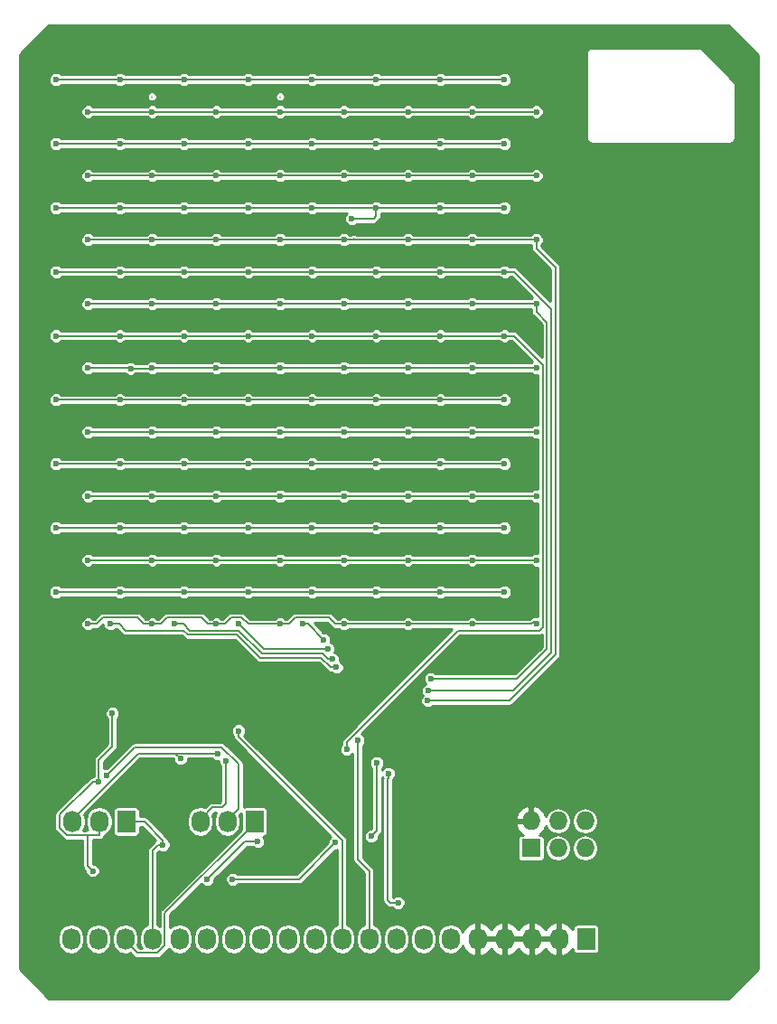
<source format=gbr>
G04 #@! TF.FileFunction,Copper,L2,Bot,Signal*
%FSLAX46Y46*%
G04 Gerber Fmt 4.6, Leading zero omitted, Abs format (unit mm)*
G04 Created by KiCad (PCBNEW 4.0.5+dfsg1-4) date Mon Sep 23 08:09:59 2019*
%MOMM*%
%LPD*%
G01*
G04 APERTURE LIST*
%ADD10C,0.100000*%
%ADD11R,1.727200X1.727200*%
%ADD12O,1.727200X1.727200*%
%ADD13R,1.727200X2.032000*%
%ADD14O,1.727200X2.032000*%
%ADD15C,0.600000*%
%ADD16C,0.203200*%
%ADD17C,0.190000*%
%ADD18C,0.254000*%
G04 APERTURE END LIST*
D10*
D11*
X160780000Y-128100000D03*
D12*
X160780000Y-125560000D03*
X163320000Y-128100000D03*
X163320000Y-125560000D03*
X165860000Y-128100000D03*
X165860000Y-125560000D03*
D13*
X134860000Y-125600000D03*
D14*
X132320000Y-125600000D03*
X129780000Y-125600000D03*
D13*
X122860000Y-125600000D03*
D14*
X120320000Y-125600000D03*
X117780000Y-125600000D03*
D13*
X165940000Y-136600000D03*
D14*
X163400000Y-136600000D03*
X160860000Y-136600000D03*
X158320000Y-136600000D03*
X155780000Y-136600000D03*
X153240000Y-136600000D03*
X150700000Y-136600000D03*
X148160000Y-136600000D03*
X145620000Y-136600000D03*
X143080000Y-136600000D03*
X140540000Y-136600000D03*
X138000000Y-136600000D03*
X135460000Y-136600000D03*
X132920000Y-136600000D03*
X130380000Y-136600000D03*
X127840000Y-136600000D03*
X125300000Y-136600000D03*
X122760000Y-136600000D03*
X120220000Y-136600000D03*
X117680000Y-136600000D03*
D15*
X117240000Y-77160000D03*
X117020000Y-71120000D03*
X120260000Y-54520000D03*
X115460000Y-58560000D03*
X116880000Y-65070000D03*
X172830000Y-65530000D03*
X175620000Y-71580000D03*
X178600000Y-83310000D03*
X167160000Y-87110000D03*
X174800000Y-104120000D03*
X165910000Y-105940000D03*
X167600000Y-116180000D03*
X177359999Y-123109999D03*
X177060000Y-131990000D03*
X114350000Y-111090000D03*
X114350000Y-120510000D03*
X114300000Y-131940000D03*
X114060000Y-138050000D03*
X139250000Y-112010000D03*
X123850000Y-121590000D03*
X123950000Y-141090000D03*
X128950000Y-141090000D03*
X138950000Y-140590000D03*
X148950000Y-141190000D03*
X157450000Y-140990000D03*
X170450000Y-140590000D03*
X146170000Y-128740000D03*
X148420000Y-116100000D03*
X148220000Y-118100000D03*
X148820000Y-120100000D03*
X144250000Y-133880000D03*
X144080000Y-130230000D03*
X124600000Y-126810000D03*
X121720000Y-129310000D03*
X133370000Y-115100000D03*
X133850000Y-113450000D03*
X119490000Y-114710000D03*
X128760000Y-134420000D03*
X131680000Y-134610000D03*
X134150000Y-134290000D03*
X136440000Y-134330000D03*
X140630000Y-133570000D03*
X155950000Y-110590000D03*
X141950000Y-130590000D03*
X164950000Y-131590000D03*
X157950000Y-128590000D03*
X156950000Y-125590000D03*
X156950000Y-133590000D03*
X140756520Y-117371390D03*
X142430841Y-127594359D03*
X132820000Y-131000000D03*
X145810000Y-126990000D03*
X146320000Y-120100000D03*
X133370000Y-117100000D03*
X125270980Y-59100000D03*
X131270980Y-59100000D03*
X137270980Y-59100000D03*
X143270980Y-59100000D03*
X149270980Y-59100000D03*
X155270980Y-59100000D03*
X161270980Y-59100000D03*
X119270980Y-59100000D03*
X122270980Y-56100000D03*
X128270980Y-56100000D03*
X134270980Y-56100000D03*
X140270980Y-56100000D03*
X146270980Y-56100000D03*
X152270980Y-56100000D03*
X158270980Y-56100000D03*
X116270980Y-56100000D03*
X122270980Y-62100000D03*
X128270980Y-62100000D03*
X134270980Y-62100000D03*
X140270980Y-62100000D03*
X146270980Y-62100000D03*
X152270980Y-62100000D03*
X158270980Y-62100000D03*
X116270980Y-62100000D03*
X125270980Y-65100000D03*
X131270980Y-65100000D03*
X137270980Y-65100000D03*
X143270980Y-65100000D03*
X149270980Y-65100000D03*
X155270980Y-65100000D03*
X161270980Y-65100000D03*
X119270980Y-65100000D03*
X143990000Y-69130000D03*
X140270980Y-68100000D03*
X122270980Y-68100000D03*
X128270980Y-68100000D03*
X134270980Y-68100000D03*
X146270980Y-68100000D03*
X152270980Y-68100000D03*
X158270980Y-68100000D03*
X116270980Y-68100000D03*
X151100000Y-114280000D03*
X125270980Y-71100000D03*
X131270980Y-71100000D03*
X137270980Y-71100000D03*
X143270980Y-71100000D03*
X149270980Y-71100000D03*
X155270980Y-71100000D03*
X161270980Y-71100000D03*
X119270980Y-71100000D03*
X151170000Y-113340000D03*
X122270980Y-74100000D03*
X128270980Y-74100000D03*
X134270980Y-74100000D03*
X140270980Y-74100000D03*
X146270980Y-74100000D03*
X152270980Y-74100000D03*
X158270980Y-74100000D03*
X116270980Y-74100000D03*
X151369339Y-112210661D03*
X125270980Y-77100000D03*
X131270980Y-77100000D03*
X137270980Y-77100000D03*
X143270980Y-77100000D03*
X149270980Y-77100000D03*
X155270980Y-77100000D03*
X161270980Y-77100000D03*
X119270980Y-77100000D03*
X143507008Y-118862992D03*
X122270980Y-80100000D03*
X128270980Y-80100000D03*
X134270980Y-80100000D03*
X140270980Y-80100000D03*
X146270980Y-80100000D03*
X152270980Y-80100000D03*
X158270980Y-80100000D03*
X116270980Y-80100000D03*
X127369020Y-107100000D03*
X142154720Y-110380000D03*
X122270980Y-86100000D03*
X128270980Y-86100000D03*
X134270980Y-86100000D03*
X140270980Y-86100000D03*
X146270980Y-86100000D03*
X152270980Y-86100000D03*
X158270980Y-86100000D03*
X116270980Y-86100000D03*
X123260000Y-83150000D03*
X121369020Y-107100000D03*
X142554720Y-111155501D03*
X125270980Y-83100000D03*
X131270980Y-83100000D03*
X137270980Y-83100000D03*
X143270980Y-83100000D03*
X149270980Y-83100000D03*
X155270980Y-83100000D03*
X161270980Y-83100000D03*
X119270980Y-83100000D03*
X133369020Y-107100000D03*
X141754720Y-109450000D03*
X125270980Y-89100000D03*
X131270980Y-89100000D03*
X137270980Y-89100000D03*
X143270980Y-89100000D03*
X149270980Y-89100000D03*
X155270980Y-89100000D03*
X161270980Y-89100000D03*
X119270980Y-89100000D03*
X139369020Y-107100000D03*
X141354720Y-108550000D03*
X122270980Y-92100000D03*
X128270980Y-92100000D03*
X134270980Y-92100000D03*
X140270980Y-92100000D03*
X146270980Y-92100000D03*
X152270980Y-92100000D03*
X158270980Y-92100000D03*
X116270980Y-92100000D03*
X137270980Y-95100000D03*
X131270980Y-95100000D03*
X125270980Y-95100000D03*
X143270980Y-95100000D03*
X149270980Y-95100000D03*
X155270980Y-95100000D03*
X161270980Y-95100000D03*
X119270980Y-95100000D03*
X122270980Y-98100000D03*
X128270980Y-98100000D03*
X134270980Y-98100000D03*
X140270980Y-98100000D03*
X146270980Y-98100000D03*
X152270980Y-98100000D03*
X158270980Y-98100000D03*
X116270980Y-98100000D03*
X125270980Y-101100000D03*
X131270980Y-101100000D03*
X137270980Y-101100000D03*
X143270980Y-101100000D03*
X149270980Y-101100000D03*
X155270980Y-101100000D03*
X161270980Y-101100000D03*
X119270980Y-101100000D03*
X122270980Y-104100000D03*
X128270980Y-104100000D03*
X134270980Y-104100000D03*
X140270980Y-104100000D03*
X146270980Y-104100000D03*
X152270980Y-104100000D03*
X158270980Y-104100000D03*
X116270980Y-104100000D03*
X125270980Y-107100000D03*
X131270980Y-107100000D03*
X137270980Y-107100000D03*
X143270980Y-107100000D03*
X149270980Y-107100000D03*
X155270980Y-107100000D03*
X161270980Y-107100000D03*
X119270980Y-107100000D03*
X126301410Y-127790000D03*
X130434192Y-131024192D03*
X135169811Y-127480189D03*
X127930000Y-119700000D03*
X131410000Y-119240000D03*
X132180000Y-119910000D03*
X147404574Y-121100862D03*
X148320000Y-133200000D03*
X144530000Y-117980000D03*
X119700000Y-130230000D03*
X121550000Y-115470000D03*
X120260000Y-121870000D03*
X120990000Y-121270000D03*
D16*
X125270980Y-57680980D02*
X125270000Y-57680000D01*
X137270980Y-57680980D02*
X137270000Y-57680000D01*
X117020000Y-71120000D02*
X115666379Y-72473621D01*
X115666379Y-72473621D02*
X115666379Y-75586379D01*
X115666379Y-75586379D02*
X117240000Y-77160000D01*
X116880000Y-65070000D02*
X115666379Y-66283621D01*
X115666379Y-66283621D02*
X115666379Y-69766379D01*
X115666379Y-69766379D02*
X117020000Y-71120000D01*
X115460000Y-58560000D02*
X115460000Y-56016170D01*
X115460000Y-56016170D02*
X116956170Y-54520000D01*
X116956170Y-54520000D02*
X120260000Y-54520000D01*
X116880000Y-65070000D02*
X115460000Y-63650000D01*
X115460000Y-63650000D02*
X115460000Y-62183830D01*
X115460000Y-62183830D02*
X115460000Y-58560000D01*
X114350000Y-111090000D02*
X114350000Y-67600000D01*
X114350000Y-67600000D02*
X116880000Y-65070000D01*
X175620000Y-71580000D02*
X175620000Y-68320000D01*
X175620000Y-68320000D02*
X172830000Y-65530000D01*
X167160000Y-87110000D02*
X174800000Y-87110000D01*
X174800000Y-87110000D02*
X178600000Y-83310000D01*
X165910000Y-105940000D02*
X172980000Y-105940000D01*
X172980000Y-105940000D02*
X174800000Y-104120000D01*
X177359999Y-123109999D02*
X174529999Y-123109999D01*
X174529999Y-123109999D02*
X167600000Y-116180000D01*
X177060000Y-131990000D02*
X177359999Y-131690001D01*
X177359999Y-131690001D02*
X177359999Y-123109999D01*
X114350000Y-120510000D02*
X114350000Y-111090000D01*
X114060000Y-138050000D02*
X114060000Y-132180000D01*
X114060000Y-132180000D02*
X114300000Y-131940000D01*
X133850000Y-113450000D02*
X137810000Y-113450000D01*
X137810000Y-113450000D02*
X139250000Y-112010000D01*
D17*
X138950000Y-140590000D02*
X129450000Y-140590000D01*
X129450000Y-140590000D02*
X128950000Y-141090000D01*
X157450000Y-140990000D02*
X149150000Y-140990000D01*
X149150000Y-140990000D02*
X148950000Y-141190000D01*
X170950000Y-137590000D02*
X170950000Y-140090000D01*
X170950000Y-140090000D02*
X170450000Y-140590000D01*
X164950000Y-131590000D02*
X170950000Y-137590000D01*
X164950000Y-131590000D02*
X164950000Y-132690000D01*
X144080000Y-130230000D02*
X144080000Y-133710000D01*
X144080000Y-133710000D02*
X144250000Y-133880000D01*
X121720000Y-129310000D02*
X124220000Y-126810000D01*
X124220000Y-126810000D02*
X124600000Y-126810000D01*
X119490000Y-114710000D02*
X116225181Y-117974819D01*
X116225181Y-117974819D02*
X116225181Y-127640223D01*
X116225181Y-127640223D02*
X119412959Y-130828001D01*
X119412959Y-130828001D02*
X120201999Y-130828001D01*
X120201999Y-130828001D02*
X121720000Y-129310000D01*
X128950000Y-134610000D02*
X128760000Y-134420000D01*
X131680000Y-134610000D02*
X128950000Y-134610000D01*
X134150000Y-134290000D02*
X132000000Y-134290000D01*
X132000000Y-134290000D02*
X131680000Y-134610000D01*
X136440000Y-134330000D02*
X134190000Y-134330000D01*
X134190000Y-134330000D02*
X134150000Y-134290000D01*
X140630000Y-133570000D02*
X137200000Y-133570000D01*
X137200000Y-133570000D02*
X136440000Y-134330000D01*
X141950000Y-130590000D02*
X141950000Y-132250000D01*
X141950000Y-132250000D02*
X140630000Y-133570000D01*
D16*
X156950000Y-133590000D02*
X162950000Y-133590000D01*
X162950000Y-133590000D02*
X164950000Y-131590000D01*
X156950000Y-133590000D02*
X156950000Y-129590000D01*
X156950000Y-129590000D02*
X157950000Y-128590000D01*
X156950000Y-133590000D02*
X156950000Y-125590000D01*
X132820000Y-131000000D02*
X139025200Y-131000000D01*
X139025200Y-131000000D02*
X142430841Y-127594359D01*
X146320000Y-120100000D02*
X146320000Y-126480000D01*
X146320000Y-126480000D02*
X145810000Y-126990000D01*
X133370000Y-117100000D02*
X133370000Y-117678200D01*
X133370000Y-117678200D02*
X143080000Y-127388200D01*
X143080000Y-127388200D02*
X143080000Y-135380800D01*
X143080000Y-135380800D02*
X143080000Y-136600000D01*
X155270980Y-59100000D02*
X161270980Y-59100000D01*
X149270980Y-59100000D02*
X150073620Y-59100000D01*
X150073620Y-59100000D02*
X155270980Y-59100000D01*
X143270980Y-59100000D02*
X149270980Y-59100000D01*
X137270980Y-59100000D02*
X143270980Y-59100000D01*
X131270980Y-59100000D02*
X132073620Y-59100000D01*
X132073620Y-59100000D02*
X137270980Y-59100000D01*
X125270980Y-59100000D02*
X126073620Y-59100000D01*
X126073620Y-59100000D02*
X131270980Y-59100000D01*
X123850000Y-59100000D02*
X125270980Y-59100000D01*
X119270980Y-59100000D02*
X123850000Y-59100000D01*
X149160000Y-59030000D02*
X149230000Y-59100000D01*
X149230000Y-59100000D02*
X149270980Y-59100000D01*
X155180000Y-59009020D02*
X155270980Y-59100000D01*
X152270980Y-56100000D02*
X158270980Y-56100000D01*
X146270980Y-56100000D02*
X147073620Y-56100000D01*
X147073620Y-56100000D02*
X152270980Y-56100000D01*
X140270980Y-56100000D02*
X146270980Y-56100000D01*
X134270980Y-56100000D02*
X140270980Y-56100000D01*
X128270980Y-56100000D02*
X129073620Y-56100000D01*
X129073620Y-56100000D02*
X134270980Y-56100000D01*
X122270980Y-56100000D02*
X123073620Y-56100000D01*
X123073620Y-56100000D02*
X128270980Y-56100000D01*
X116270980Y-56100000D02*
X117073620Y-56100000D01*
X117073620Y-56100000D02*
X122270980Y-56100000D01*
X140330000Y-56040980D02*
X140270980Y-56100000D01*
X146180000Y-56009020D02*
X146270980Y-56100000D01*
X152260000Y-56089020D02*
X152270980Y-56100000D01*
X152270980Y-62100000D02*
X158270980Y-62100000D01*
X146270980Y-62100000D02*
X152270980Y-62100000D01*
X140270980Y-62100000D02*
X146270980Y-62100000D01*
X134270980Y-62100000D02*
X140270980Y-62100000D01*
X128270980Y-62100000D02*
X134270980Y-62100000D01*
X122270980Y-62100000D02*
X128270980Y-62100000D01*
X120970000Y-62100000D02*
X122270980Y-62100000D01*
X116270980Y-62100000D02*
X120970000Y-62100000D01*
X122330000Y-62040980D02*
X122270980Y-62100000D01*
X128210000Y-62039020D02*
X128270980Y-62100000D01*
X134160000Y-61989020D02*
X134270980Y-62100000D01*
X140230000Y-62059020D02*
X140270980Y-62100000D01*
X146240000Y-62069020D02*
X146270980Y-62100000D01*
X152190000Y-62019020D02*
X152270980Y-62100000D01*
X155270980Y-65100000D02*
X161270980Y-65100000D01*
X149270980Y-65100000D02*
X150073620Y-65100000D01*
X150073620Y-65100000D02*
X155270980Y-65100000D01*
X143270980Y-65100000D02*
X144073620Y-65100000D01*
X144073620Y-65100000D02*
X149270980Y-65100000D01*
X137270980Y-65100000D02*
X138073620Y-65100000D01*
X138073620Y-65100000D02*
X143270980Y-65100000D01*
X131270980Y-65100000D02*
X132073620Y-65100000D01*
X132073620Y-65100000D02*
X137270980Y-65100000D01*
X125270980Y-65100000D02*
X126073620Y-65100000D01*
X126073620Y-65100000D02*
X131270980Y-65100000D01*
X119270980Y-65100000D02*
X120073620Y-65100000D01*
X120073620Y-65100000D02*
X125270980Y-65100000D01*
X152270980Y-68100000D02*
X153073620Y-68100000D01*
X153073620Y-68100000D02*
X158270980Y-68100000D01*
X146270980Y-68100000D02*
X152270980Y-68100000D01*
X140270980Y-68100000D02*
X141073620Y-68100000D01*
X141073620Y-68100000D02*
X146270980Y-68100000D01*
X135073620Y-68100000D02*
X140270980Y-68100000D01*
X134270980Y-68100000D02*
X135073620Y-68100000D01*
X128270980Y-68100000D02*
X134270980Y-68100000D01*
X122270980Y-68100000D02*
X128270980Y-68100000D01*
X116270980Y-68100000D02*
X122270980Y-68100000D01*
D17*
X143990000Y-69130000D02*
X146030420Y-69130000D01*
X146030420Y-69130000D02*
X146270980Y-68889440D01*
X146270980Y-68889440D02*
X146270980Y-68100000D01*
D16*
X155270980Y-71100000D02*
X161270980Y-71100000D01*
X149270980Y-71100000D02*
X150073620Y-71100000D01*
X150073620Y-71100000D02*
X155270980Y-71100000D01*
X144153620Y-71020000D02*
X144233620Y-71100000D01*
X144233620Y-71100000D02*
X149270980Y-71100000D01*
X143270980Y-71100000D02*
X144073620Y-71100000D01*
X144073620Y-71100000D02*
X144153620Y-71020000D01*
X137270980Y-71100000D02*
X138073620Y-71100000D01*
X138073620Y-71100000D02*
X143270980Y-71100000D01*
X131270980Y-71100000D02*
X137270980Y-71100000D01*
X125270980Y-71100000D02*
X126073620Y-71100000D01*
X126073620Y-71100000D02*
X131270980Y-71100000D01*
X119270980Y-71100000D02*
X120073620Y-71100000D01*
X120073620Y-71100000D02*
X125270980Y-71100000D01*
D17*
X151100000Y-114280000D02*
X158746082Y-114280000D01*
X158746082Y-114280000D02*
X163048811Y-109977271D01*
X163048811Y-109977271D02*
X163048811Y-73667271D01*
X163048811Y-73667271D02*
X161270980Y-71889440D01*
X161270980Y-71889440D02*
X161270980Y-71100000D01*
D16*
X116270980Y-74100000D02*
X117073620Y-74100000D01*
X117073620Y-74100000D02*
X122270980Y-74100000D01*
X122270980Y-74100000D02*
X128270980Y-74100000D01*
X128270980Y-74100000D02*
X134270980Y-74100000D01*
X140270980Y-74100000D02*
X139468340Y-74100000D01*
X139468340Y-74100000D02*
X134270980Y-74100000D01*
X146270980Y-74100000D02*
X145468340Y-74100000D01*
X145468340Y-74100000D02*
X140270980Y-74100000D01*
X146270980Y-74100000D02*
X152270980Y-74100000D01*
X158270980Y-74100000D02*
X157468340Y-74100000D01*
X157468340Y-74100000D02*
X152270980Y-74100000D01*
D17*
X151170000Y-113340000D02*
X159130000Y-113340000D01*
X159130000Y-113340000D02*
X162655601Y-109814399D01*
X162655601Y-77599283D02*
X159156318Y-74100000D01*
X162655601Y-109814399D02*
X162655601Y-77599283D01*
X159156318Y-74100000D02*
X159060420Y-74100000D01*
X159060420Y-74100000D02*
X158270980Y-74100000D01*
D16*
X128190000Y-74019020D02*
X128270980Y-74100000D01*
X155270980Y-77100000D02*
X161270980Y-77100000D01*
X149270980Y-77100000D02*
X155270980Y-77100000D01*
X143270980Y-77100000D02*
X144073620Y-77100000D01*
X144073620Y-77100000D02*
X149270980Y-77100000D01*
X137270980Y-77100000D02*
X143270980Y-77100000D01*
X137270980Y-77100000D02*
X136468340Y-77100000D01*
X136468340Y-77100000D02*
X131270980Y-77100000D01*
X125270980Y-77100000D02*
X126073620Y-77100000D01*
X126073620Y-77100000D02*
X131270980Y-77100000D01*
X119270980Y-77100000D02*
X120073620Y-77100000D01*
X120073620Y-77100000D02*
X125270980Y-77100000D01*
X119270980Y-77100000D02*
X123840000Y-77100000D01*
D17*
X151369339Y-112210661D02*
X159489339Y-112210661D01*
X162262391Y-109437609D02*
X162262391Y-78880851D01*
X159489339Y-112210661D02*
X162262391Y-109437609D01*
X162262391Y-78880851D02*
X161270980Y-77889440D01*
X161270980Y-77889440D02*
X161270980Y-77100000D01*
D16*
X125170000Y-76999020D02*
X125270980Y-77100000D01*
X131270000Y-77099020D02*
X131270980Y-77100000D01*
X137230000Y-77059020D02*
X137270980Y-77100000D01*
X143270000Y-77099020D02*
X143270980Y-77100000D01*
X149190000Y-77019020D02*
X149270980Y-77100000D01*
X155210000Y-77039020D02*
X155270980Y-77100000D01*
X128270980Y-80100000D02*
X129073620Y-80100000D01*
X129073620Y-80100000D02*
X134270980Y-80100000D01*
X122270980Y-80100000D02*
X123073620Y-80100000D01*
X123073620Y-80100000D02*
X128270980Y-80100000D01*
X120890000Y-80100000D02*
X122270980Y-80100000D01*
X134270980Y-80100000D02*
X135073620Y-80100000D01*
X135073620Y-80100000D02*
X140270980Y-80100000D01*
X140270980Y-80100000D02*
X141073620Y-80100000D01*
X141073620Y-80100000D02*
X146270980Y-80100000D01*
X152270980Y-80100000D02*
X151468340Y-80100000D01*
X151468340Y-80100000D02*
X146270980Y-80100000D01*
X158270980Y-80100000D02*
X152270980Y-80100000D01*
X116270980Y-80100000D02*
X120890000Y-80100000D01*
D17*
X143507008Y-118862992D02*
X143507008Y-118117654D01*
X159156318Y-80100000D02*
X159060420Y-80100000D01*
X143507008Y-118117654D02*
X153926461Y-107698201D01*
X161558117Y-107698201D02*
X161869181Y-107387137D01*
X153926461Y-107698201D02*
X161558117Y-107698201D01*
X161869181Y-107387137D02*
X161869181Y-82812863D01*
X161869181Y-82812863D02*
X159156318Y-80100000D01*
X159060420Y-80100000D02*
X158270980Y-80100000D01*
D16*
X122260000Y-80089020D02*
X122270980Y-80100000D01*
X128250000Y-80079020D02*
X128270980Y-80100000D01*
X134230000Y-80059020D02*
X134270980Y-80100000D01*
X140210000Y-80039020D02*
X140270980Y-80100000D01*
X146150000Y-79979020D02*
X146270980Y-80100000D01*
X152290000Y-80080980D02*
X152270980Y-80100000D01*
D17*
X142154720Y-110380000D02*
X141840000Y-110380000D01*
D16*
X127369020Y-107100000D02*
X128171660Y-107100000D01*
X128171660Y-107100000D02*
X128776261Y-107704601D01*
X141789910Y-110380000D02*
X141840000Y-110380000D01*
X128776261Y-107704601D02*
X133408489Y-107704601D01*
X133408489Y-107704601D02*
X135553497Y-109849610D01*
X141259520Y-109849610D02*
X141789910Y-110380000D01*
X135553497Y-109849610D02*
X141259520Y-109849610D01*
X120880000Y-86100000D02*
X122270980Y-86100000D01*
X128270980Y-86100000D02*
X127468340Y-86100000D01*
X127468340Y-86100000D02*
X122270980Y-86100000D01*
X134270980Y-86100000D02*
X133468340Y-86100000D01*
X133468340Y-86100000D02*
X128270980Y-86100000D01*
X140270980Y-86100000D02*
X134270980Y-86100000D01*
X146270980Y-86100000D02*
X145468340Y-86100000D01*
X145468340Y-86100000D02*
X140270980Y-86100000D01*
X152270980Y-86100000D02*
X151468340Y-86100000D01*
X151468340Y-86100000D02*
X146270980Y-86100000D01*
X158270980Y-86100000D02*
X152270980Y-86100000D01*
X116270980Y-86100000D02*
X120880000Y-86100000D01*
X122240000Y-86069020D02*
X122270980Y-86100000D01*
X128280000Y-86090980D02*
X128270980Y-86100000D01*
X134290000Y-86080980D02*
X134270980Y-86100000D01*
X140130000Y-85959020D02*
X140270980Y-86100000D01*
X146130000Y-85959020D02*
X146270980Y-86100000D01*
X152210000Y-86039020D02*
X152270980Y-86100000D01*
X135385240Y-110255820D02*
X141091264Y-110255820D01*
X141091264Y-110255820D02*
X141990945Y-111155501D01*
X141990945Y-111155501D02*
X142130456Y-111155501D01*
X142130456Y-111155501D02*
X142554720Y-111155501D01*
X128608004Y-108110811D02*
X133240233Y-108110811D01*
X133240233Y-108110811D02*
X135385240Y-110255820D01*
X127413888Y-107710000D02*
X128207194Y-107710000D01*
X128207194Y-107710000D02*
X128608004Y-108110811D01*
X121369020Y-107100000D02*
X122171660Y-107100000D01*
X122171660Y-107100000D02*
X122781660Y-107710000D01*
X122781660Y-107710000D02*
X127413888Y-107710000D01*
X155270980Y-83100000D02*
X161270980Y-83100000D01*
X149270980Y-83100000D02*
X150073620Y-83100000D01*
X150073620Y-83100000D02*
X155270980Y-83100000D01*
X143270980Y-83100000D02*
X144073620Y-83100000D01*
X144073620Y-83100000D02*
X149270980Y-83100000D01*
X137270980Y-83100000D02*
X138073620Y-83100000D01*
X138073620Y-83100000D02*
X143270980Y-83100000D01*
X131270980Y-83100000D02*
X137270980Y-83100000D01*
X125270980Y-83100000D02*
X126073620Y-83100000D01*
X126073620Y-83100000D02*
X131270980Y-83100000D01*
X119270980Y-83100000D02*
X123210000Y-83100000D01*
X123210000Y-83100000D02*
X123260000Y-83150000D01*
D17*
X123260000Y-83150000D02*
X125220980Y-83150000D01*
X125220980Y-83150000D02*
X125270980Y-83100000D01*
D16*
X125190000Y-83019020D02*
X125270980Y-83100000D01*
X131270000Y-83099020D02*
X131270980Y-83100000D01*
X137290000Y-83080980D02*
X137270980Y-83100000D01*
X143270000Y-83099020D02*
X143270980Y-83100000D01*
X149270000Y-83099020D02*
X149270980Y-83100000D01*
X155190000Y-83019020D02*
X155270980Y-83100000D01*
X155270980Y-89100000D02*
X161270980Y-89100000D01*
X149270980Y-89100000D02*
X150073620Y-89100000D01*
X150073620Y-89100000D02*
X155270980Y-89100000D01*
X143270980Y-89100000D02*
X144073620Y-89100000D01*
X144073620Y-89100000D02*
X149270980Y-89100000D01*
X137270980Y-89100000D02*
X143270980Y-89100000D01*
X131270980Y-89100000D02*
X132073620Y-89100000D01*
X132073620Y-89100000D02*
X137270980Y-89100000D01*
X125270980Y-89100000D02*
X131270980Y-89100000D01*
X123920000Y-89100000D02*
X125270980Y-89100000D01*
X119270980Y-89100000D02*
X123920000Y-89100000D01*
D17*
X141754720Y-109450000D02*
X135719020Y-109450000D01*
X135719020Y-109450000D02*
X133369020Y-107100000D01*
D16*
X125280000Y-89090980D02*
X125270980Y-89100000D01*
X131230000Y-89059020D02*
X131270980Y-89100000D01*
X137270000Y-89099020D02*
X137270980Y-89100000D01*
X143290000Y-89080980D02*
X143270980Y-89100000D01*
X149250000Y-89079020D02*
X149270980Y-89100000D01*
X155230000Y-89059020D02*
X155270980Y-89100000D01*
X120680000Y-92100000D02*
X122270980Y-92100000D01*
X128270980Y-92100000D02*
X127468340Y-92100000D01*
X127468340Y-92100000D02*
X122270980Y-92100000D01*
X134270980Y-92100000D02*
X133468340Y-92100000D01*
X133468340Y-92100000D02*
X128270980Y-92100000D01*
X140270980Y-92100000D02*
X139468340Y-92100000D01*
X139468340Y-92100000D02*
X134270980Y-92100000D01*
X146270980Y-92100000D02*
X145468340Y-92100000D01*
X145468340Y-92100000D02*
X140270980Y-92100000D01*
X152270980Y-92100000D02*
X151468340Y-92100000D01*
X151468340Y-92100000D02*
X146270980Y-92100000D01*
X158270980Y-92100000D02*
X152270980Y-92100000D01*
X116270980Y-92100000D02*
X120680000Y-92100000D01*
D17*
X141354720Y-108550000D02*
X139904720Y-107100000D01*
X139904720Y-107100000D02*
X139369020Y-107100000D01*
D16*
X128300000Y-92070980D02*
X128270980Y-92100000D01*
X134240000Y-92069020D02*
X134270980Y-92100000D01*
X140300000Y-92070980D02*
X140270980Y-92100000D01*
X146280000Y-92090980D02*
X146270980Y-92100000D01*
X152280000Y-92090980D02*
X152270980Y-92100000D01*
X155270980Y-95100000D02*
X161270980Y-95100000D01*
X149270980Y-95100000D02*
X155270980Y-95100000D01*
X143270980Y-95100000D02*
X144073620Y-95100000D01*
X144073620Y-95100000D02*
X149270980Y-95100000D01*
X137270980Y-95100000D02*
X138073620Y-95100000D01*
X138073620Y-95100000D02*
X143270980Y-95100000D01*
X131270980Y-95100000D02*
X132073620Y-95100000D01*
X132073620Y-95100000D02*
X137270980Y-95100000D01*
X125270980Y-95100000D02*
X131270980Y-95100000D01*
X123810000Y-95100000D02*
X125270980Y-95100000D01*
X119270980Y-95100000D02*
X123810000Y-95100000D01*
X137280000Y-95090980D02*
X137270980Y-95100000D01*
X131210000Y-95039020D02*
X131270980Y-95100000D01*
X125210000Y-95039020D02*
X125270980Y-95100000D01*
X149240000Y-95069020D02*
X149270980Y-95100000D01*
X155250000Y-95079020D02*
X155270980Y-95100000D01*
X122270980Y-98100000D02*
X121468340Y-98100000D01*
X121468340Y-98100000D02*
X116270980Y-98100000D01*
X128270980Y-98100000D02*
X122270980Y-98100000D01*
X134270980Y-98100000D02*
X133468340Y-98100000D01*
X133468340Y-98100000D02*
X128270980Y-98100000D01*
X140270980Y-98100000D02*
X139468340Y-98100000D01*
X139468340Y-98100000D02*
X134270980Y-98100000D01*
X146270980Y-98100000D02*
X140270980Y-98100000D01*
X152270980Y-98100000D02*
X151468340Y-98100000D01*
X151468340Y-98100000D02*
X146270980Y-98100000D01*
X158270980Y-98100000D02*
X157468340Y-98100000D01*
X157468340Y-98100000D02*
X152270980Y-98100000D01*
X122250000Y-98079020D02*
X122270980Y-98100000D01*
X128270000Y-98099020D02*
X128270980Y-98100000D01*
X134240000Y-98069020D02*
X134270980Y-98100000D01*
X140250000Y-98079020D02*
X140270980Y-98100000D01*
X146320000Y-98050980D02*
X146270980Y-98100000D01*
X152200000Y-98029020D02*
X152270980Y-98100000D01*
X155270980Y-101100000D02*
X156073620Y-101100000D01*
X156073620Y-101100000D02*
X161270980Y-101100000D01*
X155270980Y-101100000D02*
X154468340Y-101100000D01*
X154468340Y-101100000D02*
X149270980Y-101100000D01*
X143270980Y-101100000D02*
X144073620Y-101100000D01*
X144073620Y-101100000D02*
X149270980Y-101100000D01*
X143270980Y-101100000D02*
X142468340Y-101100000D01*
X142468340Y-101100000D02*
X137270980Y-101100000D01*
X131270980Y-101100000D02*
X132073620Y-101100000D01*
X132073620Y-101100000D02*
X137270980Y-101100000D01*
X125270980Y-101100000D02*
X131270980Y-101100000D01*
X119270980Y-101100000D02*
X120073620Y-101100000D01*
X120073620Y-101100000D02*
X125270980Y-101100000D01*
X119270980Y-101100000D02*
X119270980Y-101086380D01*
X125280000Y-101090980D02*
X125270980Y-101100000D01*
X131280000Y-101090980D02*
X131270980Y-101100000D01*
X137240000Y-101069020D02*
X137270980Y-101100000D01*
X143240000Y-101069020D02*
X143270980Y-101100000D01*
X149280000Y-101090980D02*
X149270980Y-101100000D01*
X155250000Y-101079020D02*
X155270980Y-101100000D01*
X134270980Y-104100000D02*
X140270980Y-104100000D01*
X128270980Y-104100000D02*
X134270980Y-104100000D01*
X122270980Y-104100000D02*
X123073620Y-104100000D01*
X123073620Y-104100000D02*
X128270980Y-104100000D01*
X116270980Y-104100000D02*
X117073620Y-104100000D01*
X117073620Y-104100000D02*
X122270980Y-104100000D01*
X140270980Y-104100000D02*
X141073620Y-104100000D01*
X141073620Y-104100000D02*
X146270980Y-104100000D01*
X146270980Y-104100000D02*
X147073620Y-104100000D01*
X147073620Y-104100000D02*
X152270980Y-104100000D01*
X158270980Y-104100000D02*
X157468340Y-104100000D01*
X157468340Y-104100000D02*
X152270980Y-104100000D01*
X122280000Y-104090980D02*
X122270980Y-104100000D01*
X128220000Y-104049020D02*
X128270980Y-104100000D01*
X140390000Y-103980980D02*
X140270980Y-104100000D01*
X146180000Y-104009020D02*
X146270980Y-104100000D01*
X152260000Y-104089020D02*
X152270980Y-104100000D01*
X125270980Y-107100000D02*
X124468340Y-107100000D01*
X124468340Y-107100000D02*
X123863739Y-106495399D01*
X123863739Y-106495399D02*
X120678221Y-106495399D01*
X120678221Y-106495399D02*
X120073620Y-107100000D01*
X120073620Y-107100000D02*
X119270980Y-107100000D01*
X131270980Y-107100000D02*
X130468340Y-107100000D01*
X130468340Y-107100000D02*
X129863739Y-106495399D01*
X129863739Y-106495399D02*
X126678221Y-106495399D01*
X126678221Y-106495399D02*
X126073620Y-107100000D01*
X126073620Y-107100000D02*
X125270980Y-107100000D01*
X137270980Y-107100000D02*
X134263830Y-107100000D01*
X134263830Y-107100000D02*
X133659229Y-106495399D01*
X133659229Y-106495399D02*
X132678221Y-106495399D01*
X132678221Y-106495399D02*
X132073620Y-107100000D01*
X132073620Y-107100000D02*
X131270980Y-107100000D01*
X143270980Y-107100000D02*
X142468340Y-107100000D01*
X142468340Y-107100000D02*
X141863739Y-106495399D01*
X141863739Y-106495399D02*
X138678221Y-106495399D01*
X138678221Y-106495399D02*
X138073620Y-107100000D01*
X138073620Y-107100000D02*
X137270980Y-107100000D01*
X149270980Y-107100000D02*
X148468340Y-107100000D01*
X148468340Y-107100000D02*
X143270980Y-107100000D01*
X155270980Y-107100000D02*
X154468340Y-107100000D01*
X154468340Y-107100000D02*
X149270980Y-107100000D01*
X161040980Y-106870000D02*
X161270980Y-107100000D01*
X161040980Y-106870000D02*
X160810980Y-107100000D01*
X160810980Y-107100000D02*
X155270980Y-107100000D01*
X125230000Y-107059020D02*
X125270980Y-107100000D01*
X131230000Y-107059020D02*
X131270980Y-107100000D01*
X137270000Y-107099020D02*
X137270980Y-107100000D01*
X143260000Y-107089020D02*
X143270980Y-107100000D01*
X149260000Y-107089020D02*
X149270980Y-107100000D01*
X155240000Y-107069020D02*
X155270980Y-107100000D01*
D17*
X122860000Y-125600000D02*
X124535674Y-125600000D01*
X124535674Y-125600000D02*
X126301410Y-127365736D01*
X126301410Y-127365736D02*
X126301410Y-127790000D01*
D16*
X133200000Y-128258384D02*
X130434192Y-131024192D01*
X135169811Y-127480189D02*
X133978195Y-127480189D01*
X133978195Y-127480189D02*
X133200000Y-128258384D01*
D17*
X125300000Y-128300000D02*
X125300000Y-136600000D01*
D16*
X126301410Y-127790000D02*
X125810000Y-127790000D01*
X125810000Y-127790000D02*
X125300000Y-128300000D01*
D17*
X122860000Y-125600000D02*
X122860000Y-125752400D01*
D16*
X126461810Y-134150590D02*
X126461810Y-134338190D01*
X126468410Y-134344790D02*
X126468410Y-137236371D01*
X126461810Y-134338190D02*
X126468410Y-134344790D01*
X123928410Y-137920810D02*
X122760000Y-136752400D01*
X126468410Y-137236371D02*
X125783971Y-137920810D01*
X125783971Y-137920810D02*
X123928410Y-137920810D01*
X122760000Y-136752400D02*
X122760000Y-136600000D01*
D17*
X134860000Y-125600000D02*
X134860000Y-125752400D01*
X134860000Y-125752400D02*
X126461810Y-134150590D01*
D16*
X127440000Y-119240000D02*
X127470000Y-119240000D01*
X127470000Y-119240000D02*
X127930000Y-119700000D01*
D17*
X131410000Y-119240000D02*
X127440000Y-119240000D01*
X127440000Y-119240000D02*
X123987600Y-119240000D01*
X123987600Y-119240000D02*
X117780000Y-125447600D01*
X117780000Y-125447600D02*
X117780000Y-125600000D01*
D16*
X131836112Y-124279390D02*
X130948210Y-124279390D01*
X130948210Y-124279390D02*
X129780000Y-125447600D01*
X129780000Y-125447600D02*
X129780000Y-125600000D01*
X132180000Y-119910000D02*
X132180000Y-123935502D01*
X132180000Y-123935502D02*
X131836112Y-124279390D01*
D17*
X148320000Y-133200000D02*
X147560000Y-133200000D01*
X147560000Y-133200000D02*
X147350000Y-132990000D01*
X147350000Y-132990000D02*
X147350000Y-121614574D01*
X147350000Y-121614574D02*
X147404574Y-121560000D01*
X147404574Y-121560000D02*
X147404574Y-121100862D01*
X145620000Y-130240000D02*
X145620000Y-136600000D01*
D16*
X144530000Y-117980000D02*
X144530000Y-129150000D01*
X144530000Y-129150000D02*
X145620000Y-130240000D01*
X119230000Y-126842400D02*
X119230000Y-129760000D01*
X119230000Y-129760000D02*
X119700000Y-130230000D01*
X120320000Y-125600000D02*
X120320000Y-126819200D01*
X120320000Y-126819200D02*
X120296800Y-126842400D01*
X120296800Y-126842400D02*
X119230000Y-126842400D01*
D17*
X119230000Y-126842400D02*
X119158190Y-126914210D01*
X121550000Y-118550000D02*
X120260000Y-119840000D01*
X120260000Y-119840000D02*
X120260000Y-121870000D01*
X121550000Y-115470000D02*
X121550000Y-118550000D01*
X116618190Y-126233637D02*
X116618190Y-124966363D01*
X119158190Y-126914210D02*
X117298763Y-126914210D01*
X117298763Y-126914210D02*
X116618190Y-126233637D01*
X116618190Y-124966363D02*
X119714553Y-121870000D01*
X119714553Y-121870000D02*
X120260000Y-121870000D01*
X132320000Y-125600000D02*
X132320000Y-125447600D01*
X132320000Y-125447600D02*
X133373600Y-124394000D01*
X133373600Y-124394000D02*
X133373600Y-120218262D01*
X131797137Y-118641799D02*
X123618201Y-118641799D01*
X133373600Y-120218262D02*
X131797137Y-118641799D01*
X123618201Y-118641799D02*
X120990000Y-121270000D01*
D18*
G36*
X182018000Y-53768940D02*
X182018000Y-139411060D01*
X179271060Y-142158000D01*
X115628940Y-142158000D01*
X112882000Y-139411060D01*
X112882000Y-136420212D01*
X116434400Y-136420212D01*
X116434400Y-136779788D01*
X116529216Y-137256458D01*
X116799228Y-137660560D01*
X117203330Y-137930572D01*
X117680000Y-138025388D01*
X118156670Y-137930572D01*
X118560772Y-137660560D01*
X118830784Y-137256458D01*
X118925600Y-136779788D01*
X118925600Y-136420212D01*
X118974400Y-136420212D01*
X118974400Y-136779788D01*
X119069216Y-137256458D01*
X119339228Y-137660560D01*
X119743330Y-137930572D01*
X120220000Y-138025388D01*
X120696670Y-137930572D01*
X121100772Y-137660560D01*
X121370784Y-137256458D01*
X121465600Y-136779788D01*
X121465600Y-136420212D01*
X121370784Y-135943542D01*
X121100772Y-135539440D01*
X120696670Y-135269428D01*
X120220000Y-135174612D01*
X119743330Y-135269428D01*
X119339228Y-135539440D01*
X119069216Y-135943542D01*
X118974400Y-136420212D01*
X118925600Y-136420212D01*
X118830784Y-135943542D01*
X118560772Y-135539440D01*
X118156670Y-135269428D01*
X117680000Y-135174612D01*
X117203330Y-135269428D01*
X116799228Y-135539440D01*
X116529216Y-135943542D01*
X116434400Y-136420212D01*
X112882000Y-136420212D01*
X112882000Y-124966363D01*
X116141190Y-124966363D01*
X116141190Y-126233637D01*
X116177499Y-126416177D01*
X116280900Y-126570927D01*
X116961473Y-127251500D01*
X117116223Y-127354901D01*
X117298763Y-127391210D01*
X118746400Y-127391210D01*
X118746400Y-129760000D01*
X118783212Y-129945066D01*
X118849942Y-130044934D01*
X118888043Y-130101957D01*
X119017998Y-130231912D01*
X119017882Y-130365063D01*
X119121492Y-130615817D01*
X119313174Y-130807834D01*
X119563747Y-130911881D01*
X119835063Y-130912118D01*
X120085817Y-130808508D01*
X120277834Y-130616826D01*
X120381881Y-130366253D01*
X120382118Y-130094937D01*
X120278508Y-129844183D01*
X120086826Y-129652166D01*
X119836253Y-129548119D01*
X119713600Y-129548012D01*
X119713600Y-127326000D01*
X120296800Y-127326000D01*
X120481866Y-127289188D01*
X120638757Y-127184357D01*
X120661957Y-127161157D01*
X120697554Y-127107882D01*
X120766788Y-127004266D01*
X120780820Y-126933725D01*
X120796670Y-126930572D01*
X121200772Y-126660560D01*
X121470784Y-126256458D01*
X121565600Y-125779788D01*
X121565600Y-125420212D01*
X121470784Y-124943542D01*
X121200772Y-124539440D01*
X120796670Y-124269428D01*
X120320000Y-124174612D01*
X119843330Y-124269428D01*
X119439228Y-124539440D01*
X119169216Y-124943542D01*
X119074400Y-125420212D01*
X119074400Y-125779788D01*
X119169216Y-126256458D01*
X119237599Y-126358800D01*
X119230000Y-126358800D01*
X119044934Y-126395612D01*
X118982678Y-126437210D01*
X118810010Y-126437210D01*
X118930784Y-126256458D01*
X119025600Y-125779788D01*
X119025600Y-125420212D01*
X118935405Y-124966775D01*
X124185180Y-119717000D01*
X127247985Y-119717000D01*
X127247882Y-119835063D01*
X127351492Y-120085817D01*
X127543174Y-120277834D01*
X127793747Y-120381881D01*
X128065063Y-120382118D01*
X128315817Y-120278508D01*
X128507834Y-120086826D01*
X128611881Y-119836253D01*
X128611985Y-119717000D01*
X130922516Y-119717000D01*
X131023174Y-119817834D01*
X131273747Y-119921881D01*
X131497989Y-119922077D01*
X131497882Y-120045063D01*
X131601492Y-120295817D01*
X131696400Y-120390891D01*
X131696400Y-123735188D01*
X131635798Y-123795790D01*
X130948210Y-123795790D01*
X130763144Y-123832602D01*
X130606253Y-123937433D01*
X130267213Y-124276473D01*
X130256670Y-124269428D01*
X129780000Y-124174612D01*
X129303330Y-124269428D01*
X128899228Y-124539440D01*
X128629216Y-124943542D01*
X128534400Y-125420212D01*
X128534400Y-125779788D01*
X128629216Y-126256458D01*
X128899228Y-126660560D01*
X129303330Y-126930572D01*
X129780000Y-127025388D01*
X130256670Y-126930572D01*
X130660772Y-126660560D01*
X130930784Y-126256458D01*
X131025600Y-125779788D01*
X131025600Y-125420212D01*
X130936954Y-124974560D01*
X131148524Y-124762990D01*
X131289857Y-124762990D01*
X131169216Y-124943542D01*
X131074400Y-125420212D01*
X131074400Y-125779788D01*
X131169216Y-126256458D01*
X131439228Y-126660560D01*
X131843330Y-126930572D01*
X132320000Y-127025388D01*
X132796670Y-126930572D01*
X133200772Y-126660560D01*
X133470784Y-126256458D01*
X133565600Y-125779788D01*
X133565600Y-125420212D01*
X133475405Y-124966775D01*
X133606917Y-124835263D01*
X133606917Y-126330903D01*
X126147982Y-133789838D01*
X126119853Y-133808633D01*
X126015022Y-133965524D01*
X125978210Y-134150590D01*
X125978210Y-134338190D01*
X125984810Y-134371370D01*
X125984810Y-135408503D01*
X125777000Y-135269648D01*
X125777000Y-128506914D01*
X125915641Y-128368273D01*
X126165157Y-128471881D01*
X126436473Y-128472118D01*
X126687227Y-128368508D01*
X126879244Y-128176826D01*
X126983291Y-127926253D01*
X126983528Y-127654937D01*
X126879918Y-127404183D01*
X126762701Y-127286761D01*
X126742101Y-127183196D01*
X126638700Y-127028446D01*
X124872964Y-125262710D01*
X124718214Y-125159309D01*
X124535674Y-125123000D01*
X124113083Y-125123000D01*
X124113083Y-124584000D01*
X124086447Y-124442440D01*
X124002784Y-124312425D01*
X123875131Y-124225203D01*
X123723600Y-124194517D01*
X121996400Y-124194517D01*
X121854840Y-124221153D01*
X121724825Y-124304816D01*
X121637603Y-124432469D01*
X121606917Y-124584000D01*
X121606917Y-126616000D01*
X121633553Y-126757560D01*
X121717216Y-126887575D01*
X121844869Y-126974797D01*
X121996400Y-127005483D01*
X123723600Y-127005483D01*
X123865160Y-126978847D01*
X123995175Y-126895184D01*
X124082397Y-126767531D01*
X124113083Y-126616000D01*
X124113083Y-126077000D01*
X124338094Y-126077000D01*
X125612568Y-127351474D01*
X125526037Y-127409293D01*
X125468043Y-127448043D01*
X124958043Y-127958043D01*
X124853212Y-128114935D01*
X124816400Y-128300000D01*
X124823000Y-128333180D01*
X124823000Y-135269648D01*
X124419228Y-135539440D01*
X124149216Y-135943542D01*
X124054400Y-136420212D01*
X124054400Y-136779788D01*
X124149216Y-137256458D01*
X124269990Y-137437210D01*
X124128724Y-137437210D01*
X123916954Y-137225440D01*
X124005600Y-136779788D01*
X124005600Y-136420212D01*
X123910784Y-135943542D01*
X123640772Y-135539440D01*
X123236670Y-135269428D01*
X122760000Y-135174612D01*
X122283330Y-135269428D01*
X121879228Y-135539440D01*
X121609216Y-135943542D01*
X121514400Y-136420212D01*
X121514400Y-136779788D01*
X121609216Y-137256458D01*
X121879228Y-137660560D01*
X122283330Y-137930572D01*
X122760000Y-138025388D01*
X123236670Y-137930572D01*
X123247213Y-137923527D01*
X123586453Y-138262767D01*
X123743344Y-138367598D01*
X123928410Y-138404410D01*
X125783971Y-138404410D01*
X125969037Y-138367598D01*
X126125928Y-138262767D01*
X126810367Y-137578328D01*
X126857325Y-137508051D01*
X126959228Y-137660560D01*
X127363330Y-137930572D01*
X127840000Y-138025388D01*
X128316670Y-137930572D01*
X128720772Y-137660560D01*
X128990784Y-137256458D01*
X129085600Y-136779788D01*
X129085600Y-136420212D01*
X129134400Y-136420212D01*
X129134400Y-136779788D01*
X129229216Y-137256458D01*
X129499228Y-137660560D01*
X129903330Y-137930572D01*
X130380000Y-138025388D01*
X130856670Y-137930572D01*
X131260772Y-137660560D01*
X131530784Y-137256458D01*
X131625600Y-136779788D01*
X131625600Y-136420212D01*
X131674400Y-136420212D01*
X131674400Y-136779788D01*
X131769216Y-137256458D01*
X132039228Y-137660560D01*
X132443330Y-137930572D01*
X132920000Y-138025388D01*
X133396670Y-137930572D01*
X133800772Y-137660560D01*
X134070784Y-137256458D01*
X134165600Y-136779788D01*
X134165600Y-136420212D01*
X134214400Y-136420212D01*
X134214400Y-136779788D01*
X134309216Y-137256458D01*
X134579228Y-137660560D01*
X134983330Y-137930572D01*
X135460000Y-138025388D01*
X135936670Y-137930572D01*
X136340772Y-137660560D01*
X136610784Y-137256458D01*
X136705600Y-136779788D01*
X136705600Y-136420212D01*
X136754400Y-136420212D01*
X136754400Y-136779788D01*
X136849216Y-137256458D01*
X137119228Y-137660560D01*
X137523330Y-137930572D01*
X138000000Y-138025388D01*
X138476670Y-137930572D01*
X138880772Y-137660560D01*
X139150784Y-137256458D01*
X139245600Y-136779788D01*
X139245600Y-136420212D01*
X139294400Y-136420212D01*
X139294400Y-136779788D01*
X139389216Y-137256458D01*
X139659228Y-137660560D01*
X140063330Y-137930572D01*
X140540000Y-138025388D01*
X141016670Y-137930572D01*
X141420772Y-137660560D01*
X141690784Y-137256458D01*
X141785600Y-136779788D01*
X141785600Y-136420212D01*
X141690784Y-135943542D01*
X141420772Y-135539440D01*
X141016670Y-135269428D01*
X140540000Y-135174612D01*
X140063330Y-135269428D01*
X139659228Y-135539440D01*
X139389216Y-135943542D01*
X139294400Y-136420212D01*
X139245600Y-136420212D01*
X139150784Y-135943542D01*
X138880772Y-135539440D01*
X138476670Y-135269428D01*
X138000000Y-135174612D01*
X137523330Y-135269428D01*
X137119228Y-135539440D01*
X136849216Y-135943542D01*
X136754400Y-136420212D01*
X136705600Y-136420212D01*
X136610784Y-135943542D01*
X136340772Y-135539440D01*
X135936670Y-135269428D01*
X135460000Y-135174612D01*
X134983330Y-135269428D01*
X134579228Y-135539440D01*
X134309216Y-135943542D01*
X134214400Y-136420212D01*
X134165600Y-136420212D01*
X134070784Y-135943542D01*
X133800772Y-135539440D01*
X133396670Y-135269428D01*
X132920000Y-135174612D01*
X132443330Y-135269428D01*
X132039228Y-135539440D01*
X131769216Y-135943542D01*
X131674400Y-136420212D01*
X131625600Y-136420212D01*
X131530784Y-135943542D01*
X131260772Y-135539440D01*
X130856670Y-135269428D01*
X130380000Y-135174612D01*
X129903330Y-135269428D01*
X129499228Y-135539440D01*
X129229216Y-135943542D01*
X129134400Y-136420212D01*
X129085600Y-136420212D01*
X128990784Y-135943542D01*
X128720772Y-135539440D01*
X128316670Y-135269428D01*
X127840000Y-135174612D01*
X127363330Y-135269428D01*
X126959228Y-135539440D01*
X126952010Y-135550243D01*
X126952010Y-134344790D01*
X126950381Y-134336599D01*
X129866318Y-131420662D01*
X130047366Y-131602026D01*
X130297939Y-131706073D01*
X130569255Y-131706310D01*
X130820009Y-131602700D01*
X131012026Y-131411018D01*
X131116073Y-131160445D01*
X131116095Y-131135063D01*
X132137882Y-131135063D01*
X132241492Y-131385817D01*
X132433174Y-131577834D01*
X132683747Y-131681881D01*
X132955063Y-131682118D01*
X133205817Y-131578508D01*
X133300891Y-131483600D01*
X139025200Y-131483600D01*
X139210266Y-131446788D01*
X139367157Y-131341957D01*
X142432753Y-128276361D01*
X142565904Y-128276477D01*
X142596400Y-128263876D01*
X142596400Y-135274058D01*
X142199228Y-135539440D01*
X141929216Y-135943542D01*
X141834400Y-136420212D01*
X141834400Y-136779788D01*
X141929216Y-137256458D01*
X142199228Y-137660560D01*
X142603330Y-137930572D01*
X143080000Y-138025388D01*
X143556670Y-137930572D01*
X143960772Y-137660560D01*
X144230784Y-137256458D01*
X144325600Y-136779788D01*
X144325600Y-136420212D01*
X144230784Y-135943542D01*
X143960772Y-135539440D01*
X143563600Y-135274058D01*
X143563600Y-127388200D01*
X143526788Y-127203134D01*
X143421957Y-127046243D01*
X133905150Y-117529436D01*
X133947834Y-117486826D01*
X134051881Y-117236253D01*
X134052118Y-116964937D01*
X133948508Y-116714183D01*
X133756826Y-116522166D01*
X133506253Y-116418119D01*
X133234937Y-116417882D01*
X132984183Y-116521492D01*
X132792166Y-116713174D01*
X132688119Y-116963747D01*
X132687882Y-117235063D01*
X132791492Y-117485817D01*
X132886400Y-117580891D01*
X132886400Y-117678200D01*
X132923212Y-117863266D01*
X133001211Y-117980000D01*
X133028043Y-118020157D01*
X142034371Y-127026485D01*
X141853007Y-127207533D01*
X141748960Y-127458106D01*
X141748843Y-127592443D01*
X138824886Y-130516400D01*
X133300896Y-130516400D01*
X133206826Y-130422166D01*
X132956253Y-130318119D01*
X132684937Y-130317882D01*
X132434183Y-130421492D01*
X132242166Y-130613174D01*
X132138119Y-130863747D01*
X132137882Y-131135063D01*
X131116095Y-131135063D01*
X131116190Y-131026108D01*
X134178509Y-127963789D01*
X134688915Y-127963789D01*
X134782985Y-128058023D01*
X135033558Y-128162070D01*
X135304874Y-128162307D01*
X135555628Y-128058697D01*
X135747645Y-127867015D01*
X135851692Y-127616442D01*
X135851929Y-127345126D01*
X135748319Y-127094372D01*
X135659585Y-127005483D01*
X135723600Y-127005483D01*
X135865160Y-126978847D01*
X135995175Y-126895184D01*
X136082397Y-126767531D01*
X136113083Y-126616000D01*
X136113083Y-124584000D01*
X136086447Y-124442440D01*
X136002784Y-124312425D01*
X135875131Y-124225203D01*
X135723600Y-124194517D01*
X133996400Y-124194517D01*
X133854840Y-124221153D01*
X133850600Y-124223881D01*
X133850600Y-120218262D01*
X133824456Y-120086826D01*
X133814291Y-120035721D01*
X133710890Y-119880972D01*
X132134427Y-118304509D01*
X131979677Y-118201108D01*
X131797137Y-118164799D01*
X123618201Y-118164799D01*
X123435660Y-118201108D01*
X123280911Y-118304509D01*
X120997414Y-120588006D01*
X120854937Y-120587882D01*
X120737000Y-120636613D01*
X120737000Y-120037580D01*
X121887290Y-118887290D01*
X121990691Y-118732541D01*
X122027000Y-118550000D01*
X122027000Y-115957484D01*
X122127834Y-115856826D01*
X122231881Y-115606253D01*
X122232118Y-115334937D01*
X122128508Y-115084183D01*
X121936826Y-114892166D01*
X121686253Y-114788119D01*
X121414937Y-114787882D01*
X121164183Y-114891492D01*
X120972166Y-115083174D01*
X120868119Y-115333747D01*
X120867882Y-115605063D01*
X120971492Y-115855817D01*
X121073000Y-115957502D01*
X121073000Y-118352420D01*
X119922710Y-119502710D01*
X119819309Y-119657460D01*
X119783000Y-119840000D01*
X119783000Y-121382516D01*
X119772498Y-121393000D01*
X119714553Y-121393000D01*
X119532013Y-121429309D01*
X119377263Y-121532710D01*
X116280900Y-124629073D01*
X116177499Y-124783823D01*
X116141190Y-124966363D01*
X112882000Y-124966363D01*
X112882000Y-104235063D01*
X115588862Y-104235063D01*
X115692472Y-104485817D01*
X115884154Y-104677834D01*
X116134727Y-104781881D01*
X116406043Y-104782118D01*
X116656797Y-104678508D01*
X116751871Y-104583600D01*
X121790084Y-104583600D01*
X121884154Y-104677834D01*
X122134727Y-104781881D01*
X122406043Y-104782118D01*
X122656797Y-104678508D01*
X122751871Y-104583600D01*
X127790084Y-104583600D01*
X127884154Y-104677834D01*
X128134727Y-104781881D01*
X128406043Y-104782118D01*
X128656797Y-104678508D01*
X128751871Y-104583600D01*
X133790084Y-104583600D01*
X133884154Y-104677834D01*
X134134727Y-104781881D01*
X134406043Y-104782118D01*
X134656797Y-104678508D01*
X134751871Y-104583600D01*
X139790084Y-104583600D01*
X139884154Y-104677834D01*
X140134727Y-104781881D01*
X140406043Y-104782118D01*
X140656797Y-104678508D01*
X140751871Y-104583600D01*
X145790084Y-104583600D01*
X145884154Y-104677834D01*
X146134727Y-104781881D01*
X146406043Y-104782118D01*
X146656797Y-104678508D01*
X146751871Y-104583600D01*
X151790084Y-104583600D01*
X151884154Y-104677834D01*
X152134727Y-104781881D01*
X152406043Y-104782118D01*
X152656797Y-104678508D01*
X152751871Y-104583600D01*
X157790084Y-104583600D01*
X157884154Y-104677834D01*
X158134727Y-104781881D01*
X158406043Y-104782118D01*
X158656797Y-104678508D01*
X158848814Y-104486826D01*
X158952861Y-104236253D01*
X158953098Y-103964937D01*
X158849488Y-103714183D01*
X158657806Y-103522166D01*
X158407233Y-103418119D01*
X158135917Y-103417882D01*
X157885163Y-103521492D01*
X157790089Y-103616400D01*
X152751876Y-103616400D01*
X152657806Y-103522166D01*
X152407233Y-103418119D01*
X152135917Y-103417882D01*
X151885163Y-103521492D01*
X151790089Y-103616400D01*
X146751876Y-103616400D01*
X146657806Y-103522166D01*
X146407233Y-103418119D01*
X146135917Y-103417882D01*
X145885163Y-103521492D01*
X145790089Y-103616400D01*
X140751876Y-103616400D01*
X140657806Y-103522166D01*
X140407233Y-103418119D01*
X140135917Y-103417882D01*
X139885163Y-103521492D01*
X139790089Y-103616400D01*
X134751876Y-103616400D01*
X134657806Y-103522166D01*
X134407233Y-103418119D01*
X134135917Y-103417882D01*
X133885163Y-103521492D01*
X133790089Y-103616400D01*
X128751876Y-103616400D01*
X128657806Y-103522166D01*
X128407233Y-103418119D01*
X128135917Y-103417882D01*
X127885163Y-103521492D01*
X127790089Y-103616400D01*
X122751876Y-103616400D01*
X122657806Y-103522166D01*
X122407233Y-103418119D01*
X122135917Y-103417882D01*
X121885163Y-103521492D01*
X121790089Y-103616400D01*
X116751876Y-103616400D01*
X116657806Y-103522166D01*
X116407233Y-103418119D01*
X116135917Y-103417882D01*
X115885163Y-103521492D01*
X115693146Y-103713174D01*
X115589099Y-103963747D01*
X115588862Y-104235063D01*
X112882000Y-104235063D01*
X112882000Y-98235063D01*
X115588862Y-98235063D01*
X115692472Y-98485817D01*
X115884154Y-98677834D01*
X116134727Y-98781881D01*
X116406043Y-98782118D01*
X116656797Y-98678508D01*
X116751871Y-98583600D01*
X121790084Y-98583600D01*
X121884154Y-98677834D01*
X122134727Y-98781881D01*
X122406043Y-98782118D01*
X122656797Y-98678508D01*
X122751871Y-98583600D01*
X127790084Y-98583600D01*
X127884154Y-98677834D01*
X128134727Y-98781881D01*
X128406043Y-98782118D01*
X128656797Y-98678508D01*
X128751871Y-98583600D01*
X133790084Y-98583600D01*
X133884154Y-98677834D01*
X134134727Y-98781881D01*
X134406043Y-98782118D01*
X134656797Y-98678508D01*
X134751871Y-98583600D01*
X139790084Y-98583600D01*
X139884154Y-98677834D01*
X140134727Y-98781881D01*
X140406043Y-98782118D01*
X140656797Y-98678508D01*
X140751871Y-98583600D01*
X145790084Y-98583600D01*
X145884154Y-98677834D01*
X146134727Y-98781881D01*
X146406043Y-98782118D01*
X146656797Y-98678508D01*
X146751871Y-98583600D01*
X151790084Y-98583600D01*
X151884154Y-98677834D01*
X152134727Y-98781881D01*
X152406043Y-98782118D01*
X152656797Y-98678508D01*
X152751871Y-98583600D01*
X157790084Y-98583600D01*
X157884154Y-98677834D01*
X158134727Y-98781881D01*
X158406043Y-98782118D01*
X158656797Y-98678508D01*
X158848814Y-98486826D01*
X158952861Y-98236253D01*
X158953098Y-97964937D01*
X158849488Y-97714183D01*
X158657806Y-97522166D01*
X158407233Y-97418119D01*
X158135917Y-97417882D01*
X157885163Y-97521492D01*
X157790089Y-97616400D01*
X152751876Y-97616400D01*
X152657806Y-97522166D01*
X152407233Y-97418119D01*
X152135917Y-97417882D01*
X151885163Y-97521492D01*
X151790089Y-97616400D01*
X146751876Y-97616400D01*
X146657806Y-97522166D01*
X146407233Y-97418119D01*
X146135917Y-97417882D01*
X145885163Y-97521492D01*
X145790089Y-97616400D01*
X140751876Y-97616400D01*
X140657806Y-97522166D01*
X140407233Y-97418119D01*
X140135917Y-97417882D01*
X139885163Y-97521492D01*
X139790089Y-97616400D01*
X134751876Y-97616400D01*
X134657806Y-97522166D01*
X134407233Y-97418119D01*
X134135917Y-97417882D01*
X133885163Y-97521492D01*
X133790089Y-97616400D01*
X128751876Y-97616400D01*
X128657806Y-97522166D01*
X128407233Y-97418119D01*
X128135917Y-97417882D01*
X127885163Y-97521492D01*
X127790089Y-97616400D01*
X122751876Y-97616400D01*
X122657806Y-97522166D01*
X122407233Y-97418119D01*
X122135917Y-97417882D01*
X121885163Y-97521492D01*
X121790089Y-97616400D01*
X116751876Y-97616400D01*
X116657806Y-97522166D01*
X116407233Y-97418119D01*
X116135917Y-97417882D01*
X115885163Y-97521492D01*
X115693146Y-97713174D01*
X115589099Y-97963747D01*
X115588862Y-98235063D01*
X112882000Y-98235063D01*
X112882000Y-92235063D01*
X115588862Y-92235063D01*
X115692472Y-92485817D01*
X115884154Y-92677834D01*
X116134727Y-92781881D01*
X116406043Y-92782118D01*
X116656797Y-92678508D01*
X116751871Y-92583600D01*
X121790084Y-92583600D01*
X121884154Y-92677834D01*
X122134727Y-92781881D01*
X122406043Y-92782118D01*
X122656797Y-92678508D01*
X122751871Y-92583600D01*
X127790084Y-92583600D01*
X127884154Y-92677834D01*
X128134727Y-92781881D01*
X128406043Y-92782118D01*
X128656797Y-92678508D01*
X128751871Y-92583600D01*
X133790084Y-92583600D01*
X133884154Y-92677834D01*
X134134727Y-92781881D01*
X134406043Y-92782118D01*
X134656797Y-92678508D01*
X134751871Y-92583600D01*
X139790084Y-92583600D01*
X139884154Y-92677834D01*
X140134727Y-92781881D01*
X140406043Y-92782118D01*
X140656797Y-92678508D01*
X140751871Y-92583600D01*
X145790084Y-92583600D01*
X145884154Y-92677834D01*
X146134727Y-92781881D01*
X146406043Y-92782118D01*
X146656797Y-92678508D01*
X146751871Y-92583600D01*
X151790084Y-92583600D01*
X151884154Y-92677834D01*
X152134727Y-92781881D01*
X152406043Y-92782118D01*
X152656797Y-92678508D01*
X152751871Y-92583600D01*
X157790084Y-92583600D01*
X157884154Y-92677834D01*
X158134727Y-92781881D01*
X158406043Y-92782118D01*
X158656797Y-92678508D01*
X158848814Y-92486826D01*
X158952861Y-92236253D01*
X158953098Y-91964937D01*
X158849488Y-91714183D01*
X158657806Y-91522166D01*
X158407233Y-91418119D01*
X158135917Y-91417882D01*
X157885163Y-91521492D01*
X157790089Y-91616400D01*
X152751876Y-91616400D01*
X152657806Y-91522166D01*
X152407233Y-91418119D01*
X152135917Y-91417882D01*
X151885163Y-91521492D01*
X151790089Y-91616400D01*
X146751876Y-91616400D01*
X146657806Y-91522166D01*
X146407233Y-91418119D01*
X146135917Y-91417882D01*
X145885163Y-91521492D01*
X145790089Y-91616400D01*
X140751876Y-91616400D01*
X140657806Y-91522166D01*
X140407233Y-91418119D01*
X140135917Y-91417882D01*
X139885163Y-91521492D01*
X139790089Y-91616400D01*
X134751876Y-91616400D01*
X134657806Y-91522166D01*
X134407233Y-91418119D01*
X134135917Y-91417882D01*
X133885163Y-91521492D01*
X133790089Y-91616400D01*
X128751876Y-91616400D01*
X128657806Y-91522166D01*
X128407233Y-91418119D01*
X128135917Y-91417882D01*
X127885163Y-91521492D01*
X127790089Y-91616400D01*
X122751876Y-91616400D01*
X122657806Y-91522166D01*
X122407233Y-91418119D01*
X122135917Y-91417882D01*
X121885163Y-91521492D01*
X121790089Y-91616400D01*
X116751876Y-91616400D01*
X116657806Y-91522166D01*
X116407233Y-91418119D01*
X116135917Y-91417882D01*
X115885163Y-91521492D01*
X115693146Y-91713174D01*
X115589099Y-91963747D01*
X115588862Y-92235063D01*
X112882000Y-92235063D01*
X112882000Y-86235063D01*
X115588862Y-86235063D01*
X115692472Y-86485817D01*
X115884154Y-86677834D01*
X116134727Y-86781881D01*
X116406043Y-86782118D01*
X116656797Y-86678508D01*
X116751871Y-86583600D01*
X121790084Y-86583600D01*
X121884154Y-86677834D01*
X122134727Y-86781881D01*
X122406043Y-86782118D01*
X122656797Y-86678508D01*
X122751871Y-86583600D01*
X127790084Y-86583600D01*
X127884154Y-86677834D01*
X128134727Y-86781881D01*
X128406043Y-86782118D01*
X128656797Y-86678508D01*
X128751871Y-86583600D01*
X133790084Y-86583600D01*
X133884154Y-86677834D01*
X134134727Y-86781881D01*
X134406043Y-86782118D01*
X134656797Y-86678508D01*
X134751871Y-86583600D01*
X139790084Y-86583600D01*
X139884154Y-86677834D01*
X140134727Y-86781881D01*
X140406043Y-86782118D01*
X140656797Y-86678508D01*
X140751871Y-86583600D01*
X145790084Y-86583600D01*
X145884154Y-86677834D01*
X146134727Y-86781881D01*
X146406043Y-86782118D01*
X146656797Y-86678508D01*
X146751871Y-86583600D01*
X151790084Y-86583600D01*
X151884154Y-86677834D01*
X152134727Y-86781881D01*
X152406043Y-86782118D01*
X152656797Y-86678508D01*
X152751871Y-86583600D01*
X157790084Y-86583600D01*
X157884154Y-86677834D01*
X158134727Y-86781881D01*
X158406043Y-86782118D01*
X158656797Y-86678508D01*
X158848814Y-86486826D01*
X158952861Y-86236253D01*
X158953098Y-85964937D01*
X158849488Y-85714183D01*
X158657806Y-85522166D01*
X158407233Y-85418119D01*
X158135917Y-85417882D01*
X157885163Y-85521492D01*
X157790089Y-85616400D01*
X152751876Y-85616400D01*
X152657806Y-85522166D01*
X152407233Y-85418119D01*
X152135917Y-85417882D01*
X151885163Y-85521492D01*
X151790089Y-85616400D01*
X146751876Y-85616400D01*
X146657806Y-85522166D01*
X146407233Y-85418119D01*
X146135917Y-85417882D01*
X145885163Y-85521492D01*
X145792222Y-85614270D01*
X145789035Y-85616400D01*
X140751876Y-85616400D01*
X140657806Y-85522166D01*
X140407233Y-85418119D01*
X140135917Y-85417882D01*
X139885163Y-85521492D01*
X139792222Y-85614270D01*
X139789035Y-85616400D01*
X134751876Y-85616400D01*
X134657806Y-85522166D01*
X134407233Y-85418119D01*
X134135917Y-85417882D01*
X133885163Y-85521492D01*
X133790089Y-85616400D01*
X128751876Y-85616400D01*
X128657806Y-85522166D01*
X128407233Y-85418119D01*
X128135917Y-85417882D01*
X127885163Y-85521492D01*
X127790089Y-85616400D01*
X122751876Y-85616400D01*
X122657806Y-85522166D01*
X122407233Y-85418119D01*
X122135917Y-85417882D01*
X121885163Y-85521492D01*
X121790089Y-85616400D01*
X116751876Y-85616400D01*
X116657806Y-85522166D01*
X116407233Y-85418119D01*
X116135917Y-85417882D01*
X115885163Y-85521492D01*
X115693146Y-85713174D01*
X115589099Y-85963747D01*
X115588862Y-86235063D01*
X112882000Y-86235063D01*
X112882000Y-74235063D01*
X115588862Y-74235063D01*
X115692472Y-74485817D01*
X115884154Y-74677834D01*
X116134727Y-74781881D01*
X116406043Y-74782118D01*
X116656797Y-74678508D01*
X116751871Y-74583600D01*
X121790084Y-74583600D01*
X121884154Y-74677834D01*
X122134727Y-74781881D01*
X122406043Y-74782118D01*
X122656797Y-74678508D01*
X122751871Y-74583600D01*
X127790084Y-74583600D01*
X127884154Y-74677834D01*
X128134727Y-74781881D01*
X128406043Y-74782118D01*
X128656797Y-74678508D01*
X128751871Y-74583600D01*
X133790084Y-74583600D01*
X133884154Y-74677834D01*
X134134727Y-74781881D01*
X134406043Y-74782118D01*
X134656797Y-74678508D01*
X134751871Y-74583600D01*
X139790084Y-74583600D01*
X139884154Y-74677834D01*
X140134727Y-74781881D01*
X140406043Y-74782118D01*
X140656797Y-74678508D01*
X140751871Y-74583600D01*
X145790084Y-74583600D01*
X145884154Y-74677834D01*
X146134727Y-74781881D01*
X146406043Y-74782118D01*
X146656797Y-74678508D01*
X146751871Y-74583600D01*
X151790084Y-74583600D01*
X151884154Y-74677834D01*
X152134727Y-74781881D01*
X152406043Y-74782118D01*
X152656797Y-74678508D01*
X152751871Y-74583600D01*
X157790084Y-74583600D01*
X157884154Y-74677834D01*
X158134727Y-74781881D01*
X158406043Y-74782118D01*
X158656797Y-74678508D01*
X158758482Y-74577000D01*
X158958738Y-74577000D01*
X160897948Y-76516210D01*
X160885163Y-76521492D01*
X160790089Y-76616400D01*
X155751876Y-76616400D01*
X155657806Y-76522166D01*
X155407233Y-76418119D01*
X155135917Y-76417882D01*
X154885163Y-76521492D01*
X154790089Y-76616400D01*
X149751876Y-76616400D01*
X149657806Y-76522166D01*
X149407233Y-76418119D01*
X149135917Y-76417882D01*
X148885163Y-76521492D01*
X148790089Y-76616400D01*
X143751876Y-76616400D01*
X143657806Y-76522166D01*
X143407233Y-76418119D01*
X143135917Y-76417882D01*
X142885163Y-76521492D01*
X142790089Y-76616400D01*
X137751876Y-76616400D01*
X137657806Y-76522166D01*
X137407233Y-76418119D01*
X137135917Y-76417882D01*
X136885163Y-76521492D01*
X136790089Y-76616400D01*
X131751876Y-76616400D01*
X131657806Y-76522166D01*
X131407233Y-76418119D01*
X131135917Y-76417882D01*
X130885163Y-76521492D01*
X130790089Y-76616400D01*
X125751876Y-76616400D01*
X125657806Y-76522166D01*
X125407233Y-76418119D01*
X125135917Y-76417882D01*
X124885163Y-76521492D01*
X124790089Y-76616400D01*
X119751876Y-76616400D01*
X119657806Y-76522166D01*
X119407233Y-76418119D01*
X119135917Y-76417882D01*
X118885163Y-76521492D01*
X118693146Y-76713174D01*
X118589099Y-76963747D01*
X118588862Y-77235063D01*
X118692472Y-77485817D01*
X118884154Y-77677834D01*
X119134727Y-77781881D01*
X119406043Y-77782118D01*
X119656797Y-77678508D01*
X119751871Y-77583600D01*
X124790084Y-77583600D01*
X124884154Y-77677834D01*
X125134727Y-77781881D01*
X125406043Y-77782118D01*
X125656797Y-77678508D01*
X125751871Y-77583600D01*
X130790084Y-77583600D01*
X130884154Y-77677834D01*
X131134727Y-77781881D01*
X131406043Y-77782118D01*
X131656797Y-77678508D01*
X131751871Y-77583600D01*
X136790084Y-77583600D01*
X136884154Y-77677834D01*
X137134727Y-77781881D01*
X137406043Y-77782118D01*
X137656797Y-77678508D01*
X137751871Y-77583600D01*
X142790084Y-77583600D01*
X142884154Y-77677834D01*
X143134727Y-77781881D01*
X143406043Y-77782118D01*
X143656797Y-77678508D01*
X143751871Y-77583600D01*
X148790084Y-77583600D01*
X148884154Y-77677834D01*
X149134727Y-77781881D01*
X149406043Y-77782118D01*
X149656797Y-77678508D01*
X149751871Y-77583600D01*
X154790084Y-77583600D01*
X154884154Y-77677834D01*
X155134727Y-77781881D01*
X155406043Y-77782118D01*
X155656797Y-77678508D01*
X155751871Y-77583600D01*
X160790084Y-77583600D01*
X160793980Y-77587502D01*
X160793980Y-77889440D01*
X160830289Y-78071980D01*
X160933690Y-78226730D01*
X161785391Y-79078431D01*
X161785391Y-82054493D01*
X159493608Y-79762710D01*
X159338858Y-79659309D01*
X159156318Y-79623000D01*
X158758464Y-79623000D01*
X158657806Y-79522166D01*
X158407233Y-79418119D01*
X158135917Y-79417882D01*
X157885163Y-79521492D01*
X157790089Y-79616400D01*
X152751876Y-79616400D01*
X152657806Y-79522166D01*
X152407233Y-79418119D01*
X152135917Y-79417882D01*
X151885163Y-79521492D01*
X151790089Y-79616400D01*
X146751876Y-79616400D01*
X146657806Y-79522166D01*
X146407233Y-79418119D01*
X146135917Y-79417882D01*
X145885163Y-79521492D01*
X145790089Y-79616400D01*
X140751876Y-79616400D01*
X140657806Y-79522166D01*
X140407233Y-79418119D01*
X140135917Y-79417882D01*
X139885163Y-79521492D01*
X139790089Y-79616400D01*
X134751876Y-79616400D01*
X134657806Y-79522166D01*
X134407233Y-79418119D01*
X134135917Y-79417882D01*
X133885163Y-79521492D01*
X133790089Y-79616400D01*
X128751876Y-79616400D01*
X128657806Y-79522166D01*
X128407233Y-79418119D01*
X128135917Y-79417882D01*
X127885163Y-79521492D01*
X127790089Y-79616400D01*
X122751876Y-79616400D01*
X122657806Y-79522166D01*
X122407233Y-79418119D01*
X122135917Y-79417882D01*
X121885163Y-79521492D01*
X121790089Y-79616400D01*
X116751876Y-79616400D01*
X116657806Y-79522166D01*
X116407233Y-79418119D01*
X116135917Y-79417882D01*
X115885163Y-79521492D01*
X115693146Y-79713174D01*
X115589099Y-79963747D01*
X115588862Y-80235063D01*
X115692472Y-80485817D01*
X115884154Y-80677834D01*
X116134727Y-80781881D01*
X116406043Y-80782118D01*
X116656797Y-80678508D01*
X116751871Y-80583600D01*
X121790084Y-80583600D01*
X121884154Y-80677834D01*
X122134727Y-80781881D01*
X122406043Y-80782118D01*
X122656797Y-80678508D01*
X122751871Y-80583600D01*
X127790084Y-80583600D01*
X127884154Y-80677834D01*
X128134727Y-80781881D01*
X128406043Y-80782118D01*
X128656797Y-80678508D01*
X128751871Y-80583600D01*
X133790084Y-80583600D01*
X133884154Y-80677834D01*
X134134727Y-80781881D01*
X134406043Y-80782118D01*
X134656797Y-80678508D01*
X134751871Y-80583600D01*
X139790084Y-80583600D01*
X139884154Y-80677834D01*
X140134727Y-80781881D01*
X140406043Y-80782118D01*
X140656797Y-80678508D01*
X140751871Y-80583600D01*
X145790084Y-80583600D01*
X145884154Y-80677834D01*
X146134727Y-80781881D01*
X146406043Y-80782118D01*
X146656797Y-80678508D01*
X146751871Y-80583600D01*
X151790084Y-80583600D01*
X151884154Y-80677834D01*
X152134727Y-80781881D01*
X152406043Y-80782118D01*
X152656797Y-80678508D01*
X152751871Y-80583600D01*
X157790084Y-80583600D01*
X157884154Y-80677834D01*
X158134727Y-80781881D01*
X158406043Y-80782118D01*
X158656797Y-80678508D01*
X158758482Y-80577000D01*
X158958738Y-80577000D01*
X160897948Y-82516210D01*
X160885163Y-82521492D01*
X160790089Y-82616400D01*
X155751876Y-82616400D01*
X155657806Y-82522166D01*
X155407233Y-82418119D01*
X155135917Y-82417882D01*
X154885163Y-82521492D01*
X154790089Y-82616400D01*
X149751876Y-82616400D01*
X149657806Y-82522166D01*
X149407233Y-82418119D01*
X149135917Y-82417882D01*
X148885163Y-82521492D01*
X148790089Y-82616400D01*
X143751876Y-82616400D01*
X143657806Y-82522166D01*
X143407233Y-82418119D01*
X143135917Y-82417882D01*
X142885163Y-82521492D01*
X142790089Y-82616400D01*
X137751876Y-82616400D01*
X137657806Y-82522166D01*
X137407233Y-82418119D01*
X137135917Y-82417882D01*
X136885163Y-82521492D01*
X136790089Y-82616400D01*
X131751876Y-82616400D01*
X131657806Y-82522166D01*
X131407233Y-82418119D01*
X131135917Y-82417882D01*
X130885163Y-82521492D01*
X130790089Y-82616400D01*
X125751876Y-82616400D01*
X125657806Y-82522166D01*
X125407233Y-82418119D01*
X125135917Y-82417882D01*
X124885163Y-82521492D01*
X124733390Y-82673000D01*
X123747484Y-82673000D01*
X123646826Y-82572166D01*
X123396253Y-82468119D01*
X123124937Y-82467882D01*
X122874183Y-82571492D01*
X122829197Y-82616400D01*
X119751876Y-82616400D01*
X119657806Y-82522166D01*
X119407233Y-82418119D01*
X119135917Y-82417882D01*
X118885163Y-82521492D01*
X118693146Y-82713174D01*
X118589099Y-82963747D01*
X118588862Y-83235063D01*
X118692472Y-83485817D01*
X118884154Y-83677834D01*
X119134727Y-83781881D01*
X119406043Y-83782118D01*
X119656797Y-83678508D01*
X119751871Y-83583600D01*
X122729192Y-83583600D01*
X122873174Y-83727834D01*
X123123747Y-83831881D01*
X123395063Y-83832118D01*
X123645817Y-83728508D01*
X123747502Y-83627000D01*
X124833409Y-83627000D01*
X124884154Y-83677834D01*
X125134727Y-83781881D01*
X125406043Y-83782118D01*
X125656797Y-83678508D01*
X125751871Y-83583600D01*
X130790084Y-83583600D01*
X130884154Y-83677834D01*
X131134727Y-83781881D01*
X131406043Y-83782118D01*
X131656797Y-83678508D01*
X131751871Y-83583600D01*
X136790084Y-83583600D01*
X136884154Y-83677834D01*
X137134727Y-83781881D01*
X137406043Y-83782118D01*
X137656797Y-83678508D01*
X137751871Y-83583600D01*
X142790084Y-83583600D01*
X142884154Y-83677834D01*
X143134727Y-83781881D01*
X143406043Y-83782118D01*
X143656797Y-83678508D01*
X143751871Y-83583600D01*
X148790084Y-83583600D01*
X148884154Y-83677834D01*
X149134727Y-83781881D01*
X149406043Y-83782118D01*
X149656797Y-83678508D01*
X149751871Y-83583600D01*
X154790084Y-83583600D01*
X154884154Y-83677834D01*
X155134727Y-83781881D01*
X155406043Y-83782118D01*
X155656797Y-83678508D01*
X155751871Y-83583600D01*
X160790084Y-83583600D01*
X160884154Y-83677834D01*
X161134727Y-83781881D01*
X161392181Y-83782106D01*
X161392181Y-88418106D01*
X161135917Y-88417882D01*
X160885163Y-88521492D01*
X160790089Y-88616400D01*
X155751876Y-88616400D01*
X155657806Y-88522166D01*
X155407233Y-88418119D01*
X155135917Y-88417882D01*
X154885163Y-88521492D01*
X154790089Y-88616400D01*
X149751876Y-88616400D01*
X149657806Y-88522166D01*
X149407233Y-88418119D01*
X149135917Y-88417882D01*
X148885163Y-88521492D01*
X148790089Y-88616400D01*
X143751876Y-88616400D01*
X143657806Y-88522166D01*
X143407233Y-88418119D01*
X143135917Y-88417882D01*
X142885163Y-88521492D01*
X142790089Y-88616400D01*
X137751876Y-88616400D01*
X137657806Y-88522166D01*
X137407233Y-88418119D01*
X137135917Y-88417882D01*
X136885163Y-88521492D01*
X136790089Y-88616400D01*
X131751876Y-88616400D01*
X131657806Y-88522166D01*
X131407233Y-88418119D01*
X131135917Y-88417882D01*
X130885163Y-88521492D01*
X130790089Y-88616400D01*
X125751876Y-88616400D01*
X125657806Y-88522166D01*
X125407233Y-88418119D01*
X125135917Y-88417882D01*
X124885163Y-88521492D01*
X124790089Y-88616400D01*
X119751876Y-88616400D01*
X119657806Y-88522166D01*
X119407233Y-88418119D01*
X119135917Y-88417882D01*
X118885163Y-88521492D01*
X118693146Y-88713174D01*
X118589099Y-88963747D01*
X118588862Y-89235063D01*
X118692472Y-89485817D01*
X118884154Y-89677834D01*
X119134727Y-89781881D01*
X119406043Y-89782118D01*
X119656797Y-89678508D01*
X119751871Y-89583600D01*
X124790084Y-89583600D01*
X124884154Y-89677834D01*
X125134727Y-89781881D01*
X125406043Y-89782118D01*
X125656797Y-89678508D01*
X125751871Y-89583600D01*
X130790084Y-89583600D01*
X130884154Y-89677834D01*
X131134727Y-89781881D01*
X131406043Y-89782118D01*
X131656797Y-89678508D01*
X131751871Y-89583600D01*
X136790084Y-89583600D01*
X136884154Y-89677834D01*
X137134727Y-89781881D01*
X137406043Y-89782118D01*
X137656797Y-89678508D01*
X137751871Y-89583600D01*
X142790084Y-89583600D01*
X142884154Y-89677834D01*
X143134727Y-89781881D01*
X143406043Y-89782118D01*
X143656797Y-89678508D01*
X143751871Y-89583600D01*
X148790084Y-89583600D01*
X148884154Y-89677834D01*
X149134727Y-89781881D01*
X149406043Y-89782118D01*
X149656797Y-89678508D01*
X149751871Y-89583600D01*
X154790084Y-89583600D01*
X154884154Y-89677834D01*
X155134727Y-89781881D01*
X155406043Y-89782118D01*
X155656797Y-89678508D01*
X155751871Y-89583600D01*
X160790084Y-89583600D01*
X160884154Y-89677834D01*
X161134727Y-89781881D01*
X161392181Y-89782106D01*
X161392181Y-94418106D01*
X161135917Y-94417882D01*
X160885163Y-94521492D01*
X160790089Y-94616400D01*
X155751876Y-94616400D01*
X155657806Y-94522166D01*
X155407233Y-94418119D01*
X155135917Y-94417882D01*
X154885163Y-94521492D01*
X154790089Y-94616400D01*
X149751876Y-94616400D01*
X149657806Y-94522166D01*
X149407233Y-94418119D01*
X149135917Y-94417882D01*
X148885163Y-94521492D01*
X148790089Y-94616400D01*
X143751876Y-94616400D01*
X143657806Y-94522166D01*
X143407233Y-94418119D01*
X143135917Y-94417882D01*
X142885163Y-94521492D01*
X142790089Y-94616400D01*
X137751876Y-94616400D01*
X137657806Y-94522166D01*
X137407233Y-94418119D01*
X137135917Y-94417882D01*
X136885163Y-94521492D01*
X136790089Y-94616400D01*
X131751876Y-94616400D01*
X131657806Y-94522166D01*
X131407233Y-94418119D01*
X131135917Y-94417882D01*
X130885163Y-94521492D01*
X130790089Y-94616400D01*
X125751876Y-94616400D01*
X125657806Y-94522166D01*
X125407233Y-94418119D01*
X125135917Y-94417882D01*
X124885163Y-94521492D01*
X124790089Y-94616400D01*
X119751876Y-94616400D01*
X119657806Y-94522166D01*
X119407233Y-94418119D01*
X119135917Y-94417882D01*
X118885163Y-94521492D01*
X118693146Y-94713174D01*
X118589099Y-94963747D01*
X118588862Y-95235063D01*
X118692472Y-95485817D01*
X118884154Y-95677834D01*
X119134727Y-95781881D01*
X119406043Y-95782118D01*
X119656797Y-95678508D01*
X119751871Y-95583600D01*
X124790084Y-95583600D01*
X124884154Y-95677834D01*
X125134727Y-95781881D01*
X125406043Y-95782118D01*
X125656797Y-95678508D01*
X125751871Y-95583600D01*
X130790084Y-95583600D01*
X130884154Y-95677834D01*
X131134727Y-95781881D01*
X131406043Y-95782118D01*
X131656797Y-95678508D01*
X131751871Y-95583600D01*
X136790084Y-95583600D01*
X136884154Y-95677834D01*
X137134727Y-95781881D01*
X137406043Y-95782118D01*
X137656797Y-95678508D01*
X137751871Y-95583600D01*
X142790084Y-95583600D01*
X142884154Y-95677834D01*
X143134727Y-95781881D01*
X143406043Y-95782118D01*
X143656797Y-95678508D01*
X143751871Y-95583600D01*
X148790084Y-95583600D01*
X148884154Y-95677834D01*
X149134727Y-95781881D01*
X149406043Y-95782118D01*
X149656797Y-95678508D01*
X149751871Y-95583600D01*
X154790084Y-95583600D01*
X154884154Y-95677834D01*
X155134727Y-95781881D01*
X155406043Y-95782118D01*
X155656797Y-95678508D01*
X155751871Y-95583600D01*
X160790084Y-95583600D01*
X160884154Y-95677834D01*
X161134727Y-95781881D01*
X161392181Y-95782106D01*
X161392181Y-100418106D01*
X161135917Y-100417882D01*
X160885163Y-100521492D01*
X160790089Y-100616400D01*
X155751876Y-100616400D01*
X155657806Y-100522166D01*
X155407233Y-100418119D01*
X155135917Y-100417882D01*
X154885163Y-100521492D01*
X154790089Y-100616400D01*
X149751876Y-100616400D01*
X149657806Y-100522166D01*
X149407233Y-100418119D01*
X149135917Y-100417882D01*
X148885163Y-100521492D01*
X148790089Y-100616400D01*
X143751876Y-100616400D01*
X143657806Y-100522166D01*
X143407233Y-100418119D01*
X143135917Y-100417882D01*
X142885163Y-100521492D01*
X142790089Y-100616400D01*
X137751876Y-100616400D01*
X137657806Y-100522166D01*
X137407233Y-100418119D01*
X137135917Y-100417882D01*
X136885163Y-100521492D01*
X136790089Y-100616400D01*
X131751876Y-100616400D01*
X131657806Y-100522166D01*
X131407233Y-100418119D01*
X131135917Y-100417882D01*
X130885163Y-100521492D01*
X130790089Y-100616400D01*
X125751876Y-100616400D01*
X125657806Y-100522166D01*
X125407233Y-100418119D01*
X125135917Y-100417882D01*
X124885163Y-100521492D01*
X124790089Y-100616400D01*
X119751876Y-100616400D01*
X119657806Y-100522166D01*
X119407233Y-100418119D01*
X119135917Y-100417882D01*
X118885163Y-100521492D01*
X118693146Y-100713174D01*
X118589099Y-100963747D01*
X118588862Y-101235063D01*
X118692472Y-101485817D01*
X118884154Y-101677834D01*
X119134727Y-101781881D01*
X119406043Y-101782118D01*
X119656797Y-101678508D01*
X119751871Y-101583600D01*
X124790084Y-101583600D01*
X124884154Y-101677834D01*
X125134727Y-101781881D01*
X125406043Y-101782118D01*
X125656797Y-101678508D01*
X125751871Y-101583600D01*
X130790084Y-101583600D01*
X130884154Y-101677834D01*
X131134727Y-101781881D01*
X131406043Y-101782118D01*
X131656797Y-101678508D01*
X131751871Y-101583600D01*
X136790084Y-101583600D01*
X136884154Y-101677834D01*
X137134727Y-101781881D01*
X137406043Y-101782118D01*
X137656797Y-101678508D01*
X137751871Y-101583600D01*
X142790084Y-101583600D01*
X142884154Y-101677834D01*
X143134727Y-101781881D01*
X143406043Y-101782118D01*
X143656797Y-101678508D01*
X143751871Y-101583600D01*
X148790084Y-101583600D01*
X148884154Y-101677834D01*
X149134727Y-101781881D01*
X149406043Y-101782118D01*
X149656797Y-101678508D01*
X149751871Y-101583600D01*
X154790084Y-101583600D01*
X154884154Y-101677834D01*
X155134727Y-101781881D01*
X155406043Y-101782118D01*
X155656797Y-101678508D01*
X155751871Y-101583600D01*
X160790084Y-101583600D01*
X160884154Y-101677834D01*
X161134727Y-101781881D01*
X161392181Y-101782106D01*
X161392181Y-106418106D01*
X161199529Y-106417938D01*
X161040980Y-106386400D01*
X160855915Y-106423212D01*
X160699023Y-106528043D01*
X160610666Y-106616400D01*
X155751876Y-106616400D01*
X155657806Y-106522166D01*
X155407233Y-106418119D01*
X155135917Y-106417882D01*
X154885163Y-106521492D01*
X154790089Y-106616400D01*
X149751876Y-106616400D01*
X149657806Y-106522166D01*
X149407233Y-106418119D01*
X149135917Y-106417882D01*
X148885163Y-106521492D01*
X148790089Y-106616400D01*
X143751876Y-106616400D01*
X143657806Y-106522166D01*
X143407233Y-106418119D01*
X143135917Y-106417882D01*
X142885163Y-106521492D01*
X142790089Y-106616400D01*
X142668654Y-106616400D01*
X142205696Y-106153442D01*
X142048805Y-106048611D01*
X141863739Y-106011799D01*
X138678221Y-106011799D01*
X138493155Y-106048611D01*
X138336264Y-106153442D01*
X137873306Y-106616400D01*
X137751876Y-106616400D01*
X137657806Y-106522166D01*
X137407233Y-106418119D01*
X137135917Y-106417882D01*
X136885163Y-106521492D01*
X136790089Y-106616400D01*
X134464144Y-106616400D01*
X134001186Y-106153442D01*
X133844295Y-106048611D01*
X133659229Y-106011799D01*
X132678221Y-106011799D01*
X132493155Y-106048611D01*
X132336264Y-106153442D01*
X131873306Y-106616400D01*
X131751876Y-106616400D01*
X131657806Y-106522166D01*
X131407233Y-106418119D01*
X131135917Y-106417882D01*
X130885163Y-106521492D01*
X130790089Y-106616400D01*
X130668654Y-106616400D01*
X130205696Y-106153442D01*
X130048805Y-106048611D01*
X129863739Y-106011799D01*
X126678221Y-106011799D01*
X126493155Y-106048611D01*
X126336264Y-106153442D01*
X125873306Y-106616400D01*
X125751876Y-106616400D01*
X125657806Y-106522166D01*
X125407233Y-106418119D01*
X125135917Y-106417882D01*
X124885163Y-106521492D01*
X124790089Y-106616400D01*
X124668654Y-106616400D01*
X124205696Y-106153442D01*
X124048805Y-106048611D01*
X123863739Y-106011799D01*
X120678221Y-106011799D01*
X120493155Y-106048611D01*
X120336264Y-106153442D01*
X119873306Y-106616400D01*
X119751876Y-106616400D01*
X119657806Y-106522166D01*
X119407233Y-106418119D01*
X119135917Y-106417882D01*
X118885163Y-106521492D01*
X118693146Y-106713174D01*
X118589099Y-106963747D01*
X118588862Y-107235063D01*
X118692472Y-107485817D01*
X118884154Y-107677834D01*
X119134727Y-107781881D01*
X119406043Y-107782118D01*
X119656797Y-107678508D01*
X119751871Y-107583600D01*
X120073620Y-107583600D01*
X120258686Y-107546788D01*
X120415577Y-107441957D01*
X120686958Y-107170576D01*
X120686902Y-107235063D01*
X120790512Y-107485817D01*
X120982194Y-107677834D01*
X121232767Y-107781881D01*
X121504083Y-107782118D01*
X121754837Y-107678508D01*
X121849911Y-107583600D01*
X121971346Y-107583600D01*
X122439703Y-108051957D01*
X122596594Y-108156788D01*
X122781660Y-108193600D01*
X128006880Y-108193600D01*
X128266047Y-108452768D01*
X128422938Y-108557599D01*
X128608004Y-108594411D01*
X133039919Y-108594411D01*
X135043281Y-110597774D01*
X135043283Y-110597777D01*
X135154218Y-110671901D01*
X135200174Y-110702608D01*
X135385239Y-110739420D01*
X140890950Y-110739420D01*
X141648988Y-111497458D01*
X141805879Y-111602289D01*
X141990945Y-111639101D01*
X142073824Y-111639101D01*
X142167894Y-111733335D01*
X142418467Y-111837382D01*
X142689783Y-111837619D01*
X142940537Y-111734009D01*
X143132554Y-111542327D01*
X143236601Y-111291754D01*
X143236838Y-111020438D01*
X143133228Y-110769684D01*
X142941546Y-110577667D01*
X142830284Y-110531467D01*
X142836601Y-110516253D01*
X142836838Y-110244937D01*
X142733228Y-109994183D01*
X142541546Y-109802166D01*
X142375565Y-109733245D01*
X142436601Y-109586253D01*
X142436838Y-109314937D01*
X142333228Y-109064183D01*
X142141546Y-108872166D01*
X141986190Y-108807656D01*
X142036601Y-108686253D01*
X142036838Y-108414937D01*
X141933228Y-108164183D01*
X141741546Y-107972166D01*
X141490973Y-107868119D01*
X141347293Y-107867993D01*
X140458299Y-106978999D01*
X141663425Y-106978999D01*
X142126383Y-107441957D01*
X142283274Y-107546788D01*
X142468340Y-107583600D01*
X142790084Y-107583600D01*
X142884154Y-107677834D01*
X143134727Y-107781881D01*
X143406043Y-107782118D01*
X143656797Y-107678508D01*
X143751871Y-107583600D01*
X148790084Y-107583600D01*
X148884154Y-107677834D01*
X149134727Y-107781881D01*
X149406043Y-107782118D01*
X149656797Y-107678508D01*
X149751871Y-107583600D01*
X153366482Y-107583600D01*
X143169718Y-117780364D01*
X143066317Y-117935114D01*
X143030008Y-118117654D01*
X143030008Y-118375508D01*
X142929174Y-118476166D01*
X142825127Y-118726739D01*
X142824890Y-118998055D01*
X142928500Y-119248809D01*
X143120182Y-119440826D01*
X143370755Y-119544873D01*
X143642071Y-119545110D01*
X143892825Y-119441500D01*
X144046400Y-119288193D01*
X144046400Y-129150000D01*
X144083212Y-129335066D01*
X144188043Y-129491957D01*
X145143000Y-130446914D01*
X145143000Y-135269648D01*
X144739228Y-135539440D01*
X144469216Y-135943542D01*
X144374400Y-136420212D01*
X144374400Y-136779788D01*
X144469216Y-137256458D01*
X144739228Y-137660560D01*
X145143330Y-137930572D01*
X145620000Y-138025388D01*
X146096670Y-137930572D01*
X146500772Y-137660560D01*
X146770784Y-137256458D01*
X146865600Y-136779788D01*
X146865600Y-136420212D01*
X146914400Y-136420212D01*
X146914400Y-136779788D01*
X147009216Y-137256458D01*
X147279228Y-137660560D01*
X147683330Y-137930572D01*
X148160000Y-138025388D01*
X148636670Y-137930572D01*
X149040772Y-137660560D01*
X149310784Y-137256458D01*
X149405600Y-136779788D01*
X149405600Y-136420212D01*
X149454400Y-136420212D01*
X149454400Y-136779788D01*
X149549216Y-137256458D01*
X149819228Y-137660560D01*
X150223330Y-137930572D01*
X150700000Y-138025388D01*
X151176670Y-137930572D01*
X151580772Y-137660560D01*
X151850784Y-137256458D01*
X151945600Y-136779788D01*
X151945600Y-136420212D01*
X151994400Y-136420212D01*
X151994400Y-136779788D01*
X152089216Y-137256458D01*
X152359228Y-137660560D01*
X152763330Y-137930572D01*
X153240000Y-138025388D01*
X153716670Y-137930572D01*
X154120772Y-137660560D01*
X154390784Y-137256458D01*
X154393344Y-137243586D01*
X154488046Y-137514320D01*
X154877964Y-137950732D01*
X155405209Y-138204709D01*
X155420974Y-138207358D01*
X155653000Y-138086217D01*
X155653000Y-136727000D01*
X155907000Y-136727000D01*
X155907000Y-138086217D01*
X156139026Y-138207358D01*
X156154791Y-138204709D01*
X156682036Y-137950732D01*
X157050000Y-137538892D01*
X157417964Y-137950732D01*
X157945209Y-138204709D01*
X157960974Y-138207358D01*
X158193000Y-138086217D01*
X158193000Y-136727000D01*
X158447000Y-136727000D01*
X158447000Y-138086217D01*
X158679026Y-138207358D01*
X158694791Y-138204709D01*
X159222036Y-137950732D01*
X159590000Y-137538892D01*
X159957964Y-137950732D01*
X160485209Y-138204709D01*
X160500974Y-138207358D01*
X160733000Y-138086217D01*
X160733000Y-136727000D01*
X160987000Y-136727000D01*
X160987000Y-138086217D01*
X161219026Y-138207358D01*
X161234791Y-138204709D01*
X161762036Y-137950732D01*
X162130000Y-137538892D01*
X162497964Y-137950732D01*
X163025209Y-138204709D01*
X163040974Y-138207358D01*
X163273000Y-138086217D01*
X163273000Y-136727000D01*
X160987000Y-136727000D01*
X160733000Y-136727000D01*
X158447000Y-136727000D01*
X158193000Y-136727000D01*
X155907000Y-136727000D01*
X155653000Y-136727000D01*
X155633000Y-136727000D01*
X155633000Y-136473000D01*
X155653000Y-136473000D01*
X155653000Y-135113783D01*
X155907000Y-135113783D01*
X155907000Y-136473000D01*
X158193000Y-136473000D01*
X158193000Y-135113783D01*
X158447000Y-135113783D01*
X158447000Y-136473000D01*
X160733000Y-136473000D01*
X160733000Y-135113783D01*
X160987000Y-135113783D01*
X160987000Y-136473000D01*
X163273000Y-136473000D01*
X163273000Y-135113783D01*
X163527000Y-135113783D01*
X163527000Y-136473000D01*
X163547000Y-136473000D01*
X163547000Y-136727000D01*
X163527000Y-136727000D01*
X163527000Y-138086217D01*
X163759026Y-138207358D01*
X163774791Y-138204709D01*
X164302036Y-137950732D01*
X164686917Y-137519958D01*
X164686917Y-137616000D01*
X164713553Y-137757560D01*
X164797216Y-137887575D01*
X164924869Y-137974797D01*
X165076400Y-138005483D01*
X166803600Y-138005483D01*
X166945160Y-137978847D01*
X167075175Y-137895184D01*
X167162397Y-137767531D01*
X167193083Y-137616000D01*
X167193083Y-135584000D01*
X167166447Y-135442440D01*
X167082784Y-135312425D01*
X166955131Y-135225203D01*
X166803600Y-135194517D01*
X165076400Y-135194517D01*
X164934840Y-135221153D01*
X164804825Y-135304816D01*
X164717603Y-135432469D01*
X164686917Y-135584000D01*
X164686917Y-135680042D01*
X164302036Y-135249268D01*
X163774791Y-134995291D01*
X163759026Y-134992642D01*
X163527000Y-135113783D01*
X163273000Y-135113783D01*
X163040974Y-134992642D01*
X163025209Y-134995291D01*
X162497964Y-135249268D01*
X162130000Y-135661108D01*
X161762036Y-135249268D01*
X161234791Y-134995291D01*
X161219026Y-134992642D01*
X160987000Y-135113783D01*
X160733000Y-135113783D01*
X160500974Y-134992642D01*
X160485209Y-134995291D01*
X159957964Y-135249268D01*
X159590000Y-135661108D01*
X159222036Y-135249268D01*
X158694791Y-134995291D01*
X158679026Y-134992642D01*
X158447000Y-135113783D01*
X158193000Y-135113783D01*
X157960974Y-134992642D01*
X157945209Y-134995291D01*
X157417964Y-135249268D01*
X157050000Y-135661108D01*
X156682036Y-135249268D01*
X156154791Y-134995291D01*
X156139026Y-134992642D01*
X155907000Y-135113783D01*
X155653000Y-135113783D01*
X155420974Y-134992642D01*
X155405209Y-134995291D01*
X154877964Y-135249268D01*
X154488046Y-135685680D01*
X154393344Y-135956414D01*
X154390784Y-135943542D01*
X154120772Y-135539440D01*
X153716670Y-135269428D01*
X153240000Y-135174612D01*
X152763330Y-135269428D01*
X152359228Y-135539440D01*
X152089216Y-135943542D01*
X151994400Y-136420212D01*
X151945600Y-136420212D01*
X151850784Y-135943542D01*
X151580772Y-135539440D01*
X151176670Y-135269428D01*
X150700000Y-135174612D01*
X150223330Y-135269428D01*
X149819228Y-135539440D01*
X149549216Y-135943542D01*
X149454400Y-136420212D01*
X149405600Y-136420212D01*
X149310784Y-135943542D01*
X149040772Y-135539440D01*
X148636670Y-135269428D01*
X148160000Y-135174612D01*
X147683330Y-135269428D01*
X147279228Y-135539440D01*
X147009216Y-135943542D01*
X146914400Y-136420212D01*
X146865600Y-136420212D01*
X146770784Y-135943542D01*
X146500772Y-135539440D01*
X146097000Y-135269648D01*
X146097000Y-130273180D01*
X146103600Y-130240000D01*
X146066788Y-130054935D01*
X145961957Y-129898043D01*
X145013600Y-128949686D01*
X145013600Y-127125063D01*
X145127882Y-127125063D01*
X145231492Y-127375817D01*
X145423174Y-127567834D01*
X145673747Y-127671881D01*
X145945063Y-127672118D01*
X146195817Y-127568508D01*
X146387834Y-127376826D01*
X146491881Y-127126253D01*
X146491998Y-126991916D01*
X146661957Y-126821957D01*
X146698323Y-126767531D01*
X146766788Y-126665066D01*
X146803600Y-126480000D01*
X146803600Y-121432307D01*
X146826066Y-121486679D01*
X146886415Y-121547133D01*
X146873000Y-121614574D01*
X146873000Y-132990000D01*
X146909309Y-133172540D01*
X147012710Y-133327290D01*
X147222710Y-133537290D01*
X147377460Y-133640691D01*
X147560000Y-133677000D01*
X147832516Y-133677000D01*
X147933174Y-133777834D01*
X148183747Y-133881881D01*
X148455063Y-133882118D01*
X148705817Y-133778508D01*
X148897834Y-133586826D01*
X149001881Y-133336253D01*
X149002118Y-133064937D01*
X148898508Y-132814183D01*
X148706826Y-132622166D01*
X148456253Y-132518119D01*
X148184937Y-132517882D01*
X147934183Y-132621492D01*
X147832498Y-132723000D01*
X147827000Y-132723000D01*
X147827000Y-125919027D01*
X159325032Y-125919027D01*
X159573179Y-126448490D01*
X160005053Y-126842688D01*
X160015263Y-126846917D01*
X159916400Y-126846917D01*
X159774840Y-126873553D01*
X159644825Y-126957216D01*
X159557603Y-127084869D01*
X159526917Y-127236400D01*
X159526917Y-128963600D01*
X159553553Y-129105160D01*
X159637216Y-129235175D01*
X159764869Y-129322397D01*
X159916400Y-129353083D01*
X161643600Y-129353083D01*
X161785160Y-129326447D01*
X161915175Y-129242784D01*
X162002397Y-129115131D01*
X162033083Y-128963600D01*
X162033083Y-127236400D01*
X162006447Y-127094840D01*
X161922784Y-126964825D01*
X161795131Y-126877603D01*
X161643600Y-126846917D01*
X161544737Y-126846917D01*
X161554947Y-126842688D01*
X161986821Y-126448490D01*
X162168971Y-126059842D01*
X162169216Y-126061073D01*
X162439228Y-126465175D01*
X162843330Y-126735187D01*
X163319985Y-126830000D01*
X162843330Y-126924813D01*
X162439228Y-127194825D01*
X162169216Y-127598927D01*
X162074400Y-128075597D01*
X162074400Y-128124403D01*
X162169216Y-128601073D01*
X162439228Y-129005175D01*
X162843330Y-129275187D01*
X163320000Y-129370003D01*
X163796670Y-129275187D01*
X164200772Y-129005175D01*
X164470784Y-128601073D01*
X164565600Y-128124403D01*
X164565600Y-128075597D01*
X164470784Y-127598927D01*
X164200772Y-127194825D01*
X163796670Y-126924813D01*
X163320015Y-126830000D01*
X163796670Y-126735187D01*
X164200772Y-126465175D01*
X164470784Y-126061073D01*
X164565600Y-125584403D01*
X164565600Y-125535597D01*
X164614400Y-125535597D01*
X164614400Y-125584403D01*
X164709216Y-126061073D01*
X164979228Y-126465175D01*
X165383330Y-126735187D01*
X165859985Y-126830000D01*
X165383330Y-126924813D01*
X164979228Y-127194825D01*
X164709216Y-127598927D01*
X164614400Y-128075597D01*
X164614400Y-128124403D01*
X164709216Y-128601073D01*
X164979228Y-129005175D01*
X165383330Y-129275187D01*
X165860000Y-129370003D01*
X166336670Y-129275187D01*
X166740772Y-129005175D01*
X167010784Y-128601073D01*
X167105600Y-128124403D01*
X167105600Y-128075597D01*
X167010784Y-127598927D01*
X166740772Y-127194825D01*
X166336670Y-126924813D01*
X165860015Y-126830000D01*
X166336670Y-126735187D01*
X166740772Y-126465175D01*
X167010784Y-126061073D01*
X167105600Y-125584403D01*
X167105600Y-125535597D01*
X167010784Y-125058927D01*
X166740772Y-124654825D01*
X166336670Y-124384813D01*
X165860000Y-124289997D01*
X165383330Y-124384813D01*
X164979228Y-124654825D01*
X164709216Y-125058927D01*
X164614400Y-125535597D01*
X164565600Y-125535597D01*
X164470784Y-125058927D01*
X164200772Y-124654825D01*
X163796670Y-124384813D01*
X163320000Y-124289997D01*
X162843330Y-124384813D01*
X162439228Y-124654825D01*
X162169216Y-125058927D01*
X162168971Y-125060158D01*
X161986821Y-124671510D01*
X161554947Y-124277312D01*
X161139026Y-124105042D01*
X160907000Y-124226183D01*
X160907000Y-125433000D01*
X160927000Y-125433000D01*
X160927000Y-125687000D01*
X160907000Y-125687000D01*
X160907000Y-125707000D01*
X160653000Y-125707000D01*
X160653000Y-125687000D01*
X159445531Y-125687000D01*
X159325032Y-125919027D01*
X147827000Y-125919027D01*
X147827000Y-125200973D01*
X159325032Y-125200973D01*
X159445531Y-125433000D01*
X160653000Y-125433000D01*
X160653000Y-124226183D01*
X160420974Y-124105042D01*
X160005053Y-124277312D01*
X159573179Y-124671510D01*
X159325032Y-125200973D01*
X147827000Y-125200973D01*
X147827000Y-121769876D01*
X147845265Y-121742541D01*
X147874539Y-121595369D01*
X147982408Y-121487688D01*
X148086455Y-121237115D01*
X148086692Y-120965799D01*
X147983082Y-120715045D01*
X147791400Y-120523028D01*
X147540827Y-120418981D01*
X147269511Y-120418744D01*
X147018757Y-120522354D01*
X146826740Y-120714036D01*
X146803600Y-120769763D01*
X146803600Y-120580896D01*
X146897834Y-120486826D01*
X147001881Y-120236253D01*
X147002118Y-119964937D01*
X146898508Y-119714183D01*
X146706826Y-119522166D01*
X146456253Y-119418119D01*
X146184937Y-119417882D01*
X145934183Y-119521492D01*
X145742166Y-119713174D01*
X145638119Y-119963747D01*
X145637882Y-120235063D01*
X145741492Y-120485817D01*
X145836400Y-120580891D01*
X145836400Y-126279686D01*
X145808088Y-126307998D01*
X145674937Y-126307882D01*
X145424183Y-126411492D01*
X145232166Y-126603174D01*
X145128119Y-126853747D01*
X145127882Y-127125063D01*
X145013600Y-127125063D01*
X145013600Y-118460896D01*
X145107834Y-118366826D01*
X145211881Y-118116253D01*
X145212118Y-117844937D01*
X145108508Y-117594183D01*
X144916826Y-117402166D01*
X144902871Y-117396371D01*
X154124041Y-108175201D01*
X161558117Y-108175201D01*
X161740657Y-108138892D01*
X161785391Y-108109002D01*
X161785391Y-109240029D01*
X159291759Y-111733661D01*
X151856823Y-111733661D01*
X151756165Y-111632827D01*
X151505592Y-111528780D01*
X151234276Y-111528543D01*
X150983522Y-111632153D01*
X150791505Y-111823835D01*
X150687458Y-112074408D01*
X150687221Y-112345724D01*
X150790831Y-112596478D01*
X150905512Y-112711360D01*
X150784183Y-112761492D01*
X150592166Y-112953174D01*
X150488119Y-113203747D01*
X150487882Y-113475063D01*
X150591492Y-113725817D01*
X150640568Y-113774979D01*
X150522166Y-113893174D01*
X150418119Y-114143747D01*
X150417882Y-114415063D01*
X150521492Y-114665817D01*
X150713174Y-114857834D01*
X150963747Y-114961881D01*
X151235063Y-114962118D01*
X151485817Y-114858508D01*
X151587502Y-114757000D01*
X158746082Y-114757000D01*
X158928622Y-114720691D01*
X159083372Y-114617290D01*
X163386101Y-110314561D01*
X163489502Y-110159811D01*
X163525811Y-109977271D01*
X163525811Y-73667271D01*
X163489502Y-73484731D01*
X163386101Y-73329981D01*
X161747980Y-71691860D01*
X161747980Y-71587484D01*
X161848814Y-71486826D01*
X161952861Y-71236253D01*
X161953098Y-70964937D01*
X161849488Y-70714183D01*
X161657806Y-70522166D01*
X161407233Y-70418119D01*
X161135917Y-70417882D01*
X160885163Y-70521492D01*
X160790089Y-70616400D01*
X155751876Y-70616400D01*
X155657806Y-70522166D01*
X155407233Y-70418119D01*
X155135917Y-70417882D01*
X154885163Y-70521492D01*
X154790089Y-70616400D01*
X149751876Y-70616400D01*
X149657806Y-70522166D01*
X149407233Y-70418119D01*
X149135917Y-70417882D01*
X148885163Y-70521492D01*
X148790089Y-70616400D01*
X144403321Y-70616400D01*
X144338685Y-70573212D01*
X144153620Y-70536400D01*
X143968555Y-70573212D01*
X143903919Y-70616400D01*
X143751876Y-70616400D01*
X143657806Y-70522166D01*
X143407233Y-70418119D01*
X143135917Y-70417882D01*
X142885163Y-70521492D01*
X142790089Y-70616400D01*
X137751876Y-70616400D01*
X137657806Y-70522166D01*
X137407233Y-70418119D01*
X137135917Y-70417882D01*
X136885163Y-70521492D01*
X136790089Y-70616400D01*
X131751876Y-70616400D01*
X131657806Y-70522166D01*
X131407233Y-70418119D01*
X131135917Y-70417882D01*
X130885163Y-70521492D01*
X130790089Y-70616400D01*
X125751876Y-70616400D01*
X125657806Y-70522166D01*
X125407233Y-70418119D01*
X125135917Y-70417882D01*
X124885163Y-70521492D01*
X124790089Y-70616400D01*
X119751876Y-70616400D01*
X119657806Y-70522166D01*
X119407233Y-70418119D01*
X119135917Y-70417882D01*
X118885163Y-70521492D01*
X118693146Y-70713174D01*
X118589099Y-70963747D01*
X118588862Y-71235063D01*
X118692472Y-71485817D01*
X118884154Y-71677834D01*
X119134727Y-71781881D01*
X119406043Y-71782118D01*
X119656797Y-71678508D01*
X119751871Y-71583600D01*
X124790084Y-71583600D01*
X124884154Y-71677834D01*
X125134727Y-71781881D01*
X125406043Y-71782118D01*
X125656797Y-71678508D01*
X125751871Y-71583600D01*
X130790084Y-71583600D01*
X130884154Y-71677834D01*
X131134727Y-71781881D01*
X131406043Y-71782118D01*
X131656797Y-71678508D01*
X131751871Y-71583600D01*
X136790084Y-71583600D01*
X136884154Y-71677834D01*
X137134727Y-71781881D01*
X137406043Y-71782118D01*
X137656797Y-71678508D01*
X137751871Y-71583600D01*
X142790084Y-71583600D01*
X142884154Y-71677834D01*
X143134727Y-71781881D01*
X143406043Y-71782118D01*
X143656797Y-71678508D01*
X143751871Y-71583600D01*
X144073620Y-71583600D01*
X144153620Y-71567687D01*
X144233620Y-71583600D01*
X148790084Y-71583600D01*
X148884154Y-71677834D01*
X149134727Y-71781881D01*
X149406043Y-71782118D01*
X149656797Y-71678508D01*
X149751871Y-71583600D01*
X154790084Y-71583600D01*
X154884154Y-71677834D01*
X155134727Y-71781881D01*
X155406043Y-71782118D01*
X155656797Y-71678508D01*
X155751871Y-71583600D01*
X160790084Y-71583600D01*
X160793980Y-71587502D01*
X160793980Y-71889440D01*
X160830289Y-72071980D01*
X160933690Y-72226730D01*
X162571811Y-73864851D01*
X162571811Y-76840913D01*
X159493608Y-73762710D01*
X159338858Y-73659309D01*
X159156318Y-73623000D01*
X158758464Y-73623000D01*
X158657806Y-73522166D01*
X158407233Y-73418119D01*
X158135917Y-73417882D01*
X157885163Y-73521492D01*
X157790089Y-73616400D01*
X152751876Y-73616400D01*
X152657806Y-73522166D01*
X152407233Y-73418119D01*
X152135917Y-73417882D01*
X151885163Y-73521492D01*
X151790089Y-73616400D01*
X146751876Y-73616400D01*
X146657806Y-73522166D01*
X146407233Y-73418119D01*
X146135917Y-73417882D01*
X145885163Y-73521492D01*
X145790089Y-73616400D01*
X140751876Y-73616400D01*
X140657806Y-73522166D01*
X140407233Y-73418119D01*
X140135917Y-73417882D01*
X139885163Y-73521492D01*
X139790089Y-73616400D01*
X134751876Y-73616400D01*
X134657806Y-73522166D01*
X134407233Y-73418119D01*
X134135917Y-73417882D01*
X133885163Y-73521492D01*
X133790089Y-73616400D01*
X128751876Y-73616400D01*
X128657806Y-73522166D01*
X128407233Y-73418119D01*
X128135917Y-73417882D01*
X127885163Y-73521492D01*
X127790089Y-73616400D01*
X122751876Y-73616400D01*
X122657806Y-73522166D01*
X122407233Y-73418119D01*
X122135917Y-73417882D01*
X121885163Y-73521492D01*
X121790089Y-73616400D01*
X116751876Y-73616400D01*
X116657806Y-73522166D01*
X116407233Y-73418119D01*
X116135917Y-73417882D01*
X115885163Y-73521492D01*
X115693146Y-73713174D01*
X115589099Y-73963747D01*
X115588862Y-74235063D01*
X112882000Y-74235063D01*
X112882000Y-68235063D01*
X115588862Y-68235063D01*
X115692472Y-68485817D01*
X115884154Y-68677834D01*
X116134727Y-68781881D01*
X116406043Y-68782118D01*
X116656797Y-68678508D01*
X116751871Y-68583600D01*
X121790084Y-68583600D01*
X121884154Y-68677834D01*
X122134727Y-68781881D01*
X122406043Y-68782118D01*
X122656797Y-68678508D01*
X122751871Y-68583600D01*
X127790084Y-68583600D01*
X127884154Y-68677834D01*
X128134727Y-68781881D01*
X128406043Y-68782118D01*
X128656797Y-68678508D01*
X128751871Y-68583600D01*
X133790084Y-68583600D01*
X133884154Y-68677834D01*
X134134727Y-68781881D01*
X134406043Y-68782118D01*
X134656797Y-68678508D01*
X134751871Y-68583600D01*
X139790084Y-68583600D01*
X139884154Y-68677834D01*
X140134727Y-68781881D01*
X140406043Y-68782118D01*
X140656797Y-68678508D01*
X140751871Y-68583600D01*
X143572019Y-68583600D01*
X143412166Y-68743174D01*
X143308119Y-68993747D01*
X143307882Y-69265063D01*
X143411492Y-69515817D01*
X143603174Y-69707834D01*
X143853747Y-69811881D01*
X144125063Y-69812118D01*
X144375817Y-69708508D01*
X144477502Y-69607000D01*
X146030420Y-69607000D01*
X146212960Y-69570691D01*
X146367710Y-69467290D01*
X146608270Y-69226730D01*
X146711671Y-69071980D01*
X146747980Y-68889440D01*
X146747980Y-68587484D01*
X146751871Y-68583600D01*
X151790084Y-68583600D01*
X151884154Y-68677834D01*
X152134727Y-68781881D01*
X152406043Y-68782118D01*
X152656797Y-68678508D01*
X152751871Y-68583600D01*
X157790084Y-68583600D01*
X157884154Y-68677834D01*
X158134727Y-68781881D01*
X158406043Y-68782118D01*
X158656797Y-68678508D01*
X158848814Y-68486826D01*
X158952861Y-68236253D01*
X158953098Y-67964937D01*
X158849488Y-67714183D01*
X158657806Y-67522166D01*
X158407233Y-67418119D01*
X158135917Y-67417882D01*
X157885163Y-67521492D01*
X157790089Y-67616400D01*
X152751876Y-67616400D01*
X152657806Y-67522166D01*
X152407233Y-67418119D01*
X152135917Y-67417882D01*
X151885163Y-67521492D01*
X151790089Y-67616400D01*
X146751876Y-67616400D01*
X146657806Y-67522166D01*
X146407233Y-67418119D01*
X146135917Y-67417882D01*
X145885163Y-67521492D01*
X145790089Y-67616400D01*
X140751876Y-67616400D01*
X140657806Y-67522166D01*
X140407233Y-67418119D01*
X140135917Y-67417882D01*
X139885163Y-67521492D01*
X139790089Y-67616400D01*
X134751876Y-67616400D01*
X134657806Y-67522166D01*
X134407233Y-67418119D01*
X134135917Y-67417882D01*
X133885163Y-67521492D01*
X133790089Y-67616400D01*
X128751876Y-67616400D01*
X128657806Y-67522166D01*
X128407233Y-67418119D01*
X128135917Y-67417882D01*
X127885163Y-67521492D01*
X127790089Y-67616400D01*
X122751876Y-67616400D01*
X122657806Y-67522166D01*
X122407233Y-67418119D01*
X122135917Y-67417882D01*
X121885163Y-67521492D01*
X121790089Y-67616400D01*
X116751876Y-67616400D01*
X116657806Y-67522166D01*
X116407233Y-67418119D01*
X116135917Y-67417882D01*
X115885163Y-67521492D01*
X115693146Y-67713174D01*
X115589099Y-67963747D01*
X115588862Y-68235063D01*
X112882000Y-68235063D01*
X112882000Y-65235063D01*
X118588862Y-65235063D01*
X118692472Y-65485817D01*
X118884154Y-65677834D01*
X119134727Y-65781881D01*
X119406043Y-65782118D01*
X119656797Y-65678508D01*
X119751871Y-65583600D01*
X124790084Y-65583600D01*
X124884154Y-65677834D01*
X125134727Y-65781881D01*
X125406043Y-65782118D01*
X125656797Y-65678508D01*
X125751871Y-65583600D01*
X130790084Y-65583600D01*
X130884154Y-65677834D01*
X131134727Y-65781881D01*
X131406043Y-65782118D01*
X131656797Y-65678508D01*
X131751871Y-65583600D01*
X136790084Y-65583600D01*
X136884154Y-65677834D01*
X137134727Y-65781881D01*
X137406043Y-65782118D01*
X137656797Y-65678508D01*
X137751871Y-65583600D01*
X142790084Y-65583600D01*
X142884154Y-65677834D01*
X143134727Y-65781881D01*
X143406043Y-65782118D01*
X143656797Y-65678508D01*
X143751871Y-65583600D01*
X148790084Y-65583600D01*
X148884154Y-65677834D01*
X149134727Y-65781881D01*
X149406043Y-65782118D01*
X149656797Y-65678508D01*
X149751871Y-65583600D01*
X154790084Y-65583600D01*
X154884154Y-65677834D01*
X155134727Y-65781881D01*
X155406043Y-65782118D01*
X155656797Y-65678508D01*
X155751871Y-65583600D01*
X160790084Y-65583600D01*
X160884154Y-65677834D01*
X161134727Y-65781881D01*
X161406043Y-65782118D01*
X161656797Y-65678508D01*
X161848814Y-65486826D01*
X161952861Y-65236253D01*
X161953098Y-64964937D01*
X161849488Y-64714183D01*
X161657806Y-64522166D01*
X161407233Y-64418119D01*
X161135917Y-64417882D01*
X160885163Y-64521492D01*
X160790089Y-64616400D01*
X155751876Y-64616400D01*
X155657806Y-64522166D01*
X155407233Y-64418119D01*
X155135917Y-64417882D01*
X154885163Y-64521492D01*
X154790089Y-64616400D01*
X149751876Y-64616400D01*
X149657806Y-64522166D01*
X149407233Y-64418119D01*
X149135917Y-64417882D01*
X148885163Y-64521492D01*
X148790089Y-64616400D01*
X143751876Y-64616400D01*
X143657806Y-64522166D01*
X143407233Y-64418119D01*
X143135917Y-64417882D01*
X142885163Y-64521492D01*
X142790089Y-64616400D01*
X137751876Y-64616400D01*
X137657806Y-64522166D01*
X137407233Y-64418119D01*
X137135917Y-64417882D01*
X136885163Y-64521492D01*
X136790089Y-64616400D01*
X131751876Y-64616400D01*
X131657806Y-64522166D01*
X131407233Y-64418119D01*
X131135917Y-64417882D01*
X130885163Y-64521492D01*
X130790089Y-64616400D01*
X125751876Y-64616400D01*
X125657806Y-64522166D01*
X125407233Y-64418119D01*
X125135917Y-64417882D01*
X124885163Y-64521492D01*
X124790089Y-64616400D01*
X119751876Y-64616400D01*
X119657806Y-64522166D01*
X119407233Y-64418119D01*
X119135917Y-64417882D01*
X118885163Y-64521492D01*
X118693146Y-64713174D01*
X118589099Y-64963747D01*
X118588862Y-65235063D01*
X112882000Y-65235063D01*
X112882000Y-62235063D01*
X115588862Y-62235063D01*
X115692472Y-62485817D01*
X115884154Y-62677834D01*
X116134727Y-62781881D01*
X116406043Y-62782118D01*
X116656797Y-62678508D01*
X116751871Y-62583600D01*
X121790084Y-62583600D01*
X121884154Y-62677834D01*
X122134727Y-62781881D01*
X122406043Y-62782118D01*
X122656797Y-62678508D01*
X122751871Y-62583600D01*
X127790084Y-62583600D01*
X127884154Y-62677834D01*
X128134727Y-62781881D01*
X128406043Y-62782118D01*
X128656797Y-62678508D01*
X128751871Y-62583600D01*
X133790084Y-62583600D01*
X133884154Y-62677834D01*
X134134727Y-62781881D01*
X134406043Y-62782118D01*
X134656797Y-62678508D01*
X134751871Y-62583600D01*
X139790084Y-62583600D01*
X139884154Y-62677834D01*
X140134727Y-62781881D01*
X140406043Y-62782118D01*
X140656797Y-62678508D01*
X140751871Y-62583600D01*
X145790084Y-62583600D01*
X145884154Y-62677834D01*
X146134727Y-62781881D01*
X146406043Y-62782118D01*
X146656797Y-62678508D01*
X146751871Y-62583600D01*
X151790084Y-62583600D01*
X151884154Y-62677834D01*
X152134727Y-62781881D01*
X152406043Y-62782118D01*
X152656797Y-62678508D01*
X152751871Y-62583600D01*
X157790084Y-62583600D01*
X157884154Y-62677834D01*
X158134727Y-62781881D01*
X158406043Y-62782118D01*
X158656797Y-62678508D01*
X158848814Y-62486826D01*
X158952861Y-62236253D01*
X158953098Y-61964937D01*
X158849488Y-61714183D01*
X158657806Y-61522166D01*
X158407233Y-61418119D01*
X158135917Y-61417882D01*
X157885163Y-61521492D01*
X157790089Y-61616400D01*
X152751876Y-61616400D01*
X152657806Y-61522166D01*
X152407233Y-61418119D01*
X152135917Y-61417882D01*
X151885163Y-61521492D01*
X151790089Y-61616400D01*
X146751876Y-61616400D01*
X146657806Y-61522166D01*
X146407233Y-61418119D01*
X146135917Y-61417882D01*
X145885163Y-61521492D01*
X145790089Y-61616400D01*
X140751876Y-61616400D01*
X140657806Y-61522166D01*
X140407233Y-61418119D01*
X140135917Y-61417882D01*
X139885163Y-61521492D01*
X139790089Y-61616400D01*
X134751876Y-61616400D01*
X134657806Y-61522166D01*
X134407233Y-61418119D01*
X134135917Y-61417882D01*
X133885163Y-61521492D01*
X133790089Y-61616400D01*
X128751876Y-61616400D01*
X128657806Y-61522166D01*
X128407233Y-61418119D01*
X128135917Y-61417882D01*
X127885163Y-61521492D01*
X127790089Y-61616400D01*
X122751876Y-61616400D01*
X122657806Y-61522166D01*
X122407233Y-61418119D01*
X122135917Y-61417882D01*
X121885163Y-61521492D01*
X121790089Y-61616400D01*
X116751876Y-61616400D01*
X116657806Y-61522166D01*
X116407233Y-61418119D01*
X116135917Y-61417882D01*
X115885163Y-61521492D01*
X115693146Y-61713174D01*
X115589099Y-61963747D01*
X115588862Y-62235063D01*
X112882000Y-62235063D01*
X112882000Y-59235063D01*
X118588862Y-59235063D01*
X118692472Y-59485817D01*
X118884154Y-59677834D01*
X119134727Y-59781881D01*
X119406043Y-59782118D01*
X119656797Y-59678508D01*
X119751871Y-59583600D01*
X124790084Y-59583600D01*
X124884154Y-59677834D01*
X125134727Y-59781881D01*
X125406043Y-59782118D01*
X125656797Y-59678508D01*
X125751871Y-59583600D01*
X130790084Y-59583600D01*
X130884154Y-59677834D01*
X131134727Y-59781881D01*
X131406043Y-59782118D01*
X131656797Y-59678508D01*
X131751871Y-59583600D01*
X136790084Y-59583600D01*
X136884154Y-59677834D01*
X137134727Y-59781881D01*
X137406043Y-59782118D01*
X137656797Y-59678508D01*
X137751871Y-59583600D01*
X142790084Y-59583600D01*
X142884154Y-59677834D01*
X143134727Y-59781881D01*
X143406043Y-59782118D01*
X143656797Y-59678508D01*
X143751871Y-59583600D01*
X148790084Y-59583600D01*
X148884154Y-59677834D01*
X149134727Y-59781881D01*
X149406043Y-59782118D01*
X149656797Y-59678508D01*
X149751871Y-59583600D01*
X154790084Y-59583600D01*
X154884154Y-59677834D01*
X155134727Y-59781881D01*
X155406043Y-59782118D01*
X155656797Y-59678508D01*
X155751871Y-59583600D01*
X160790084Y-59583600D01*
X160884154Y-59677834D01*
X161134727Y-59781881D01*
X161406043Y-59782118D01*
X161656797Y-59678508D01*
X161848814Y-59486826D01*
X161952861Y-59236253D01*
X161953098Y-58964937D01*
X161849488Y-58714183D01*
X161657806Y-58522166D01*
X161407233Y-58418119D01*
X161135917Y-58417882D01*
X160885163Y-58521492D01*
X160790089Y-58616400D01*
X155751876Y-58616400D01*
X155657806Y-58522166D01*
X155407233Y-58418119D01*
X155135917Y-58417882D01*
X154885163Y-58521492D01*
X154790089Y-58616400D01*
X149751876Y-58616400D01*
X149657806Y-58522166D01*
X149407233Y-58418119D01*
X149135917Y-58417882D01*
X148885163Y-58521492D01*
X148790089Y-58616400D01*
X143751876Y-58616400D01*
X143657806Y-58522166D01*
X143407233Y-58418119D01*
X143135917Y-58417882D01*
X142885163Y-58521492D01*
X142790089Y-58616400D01*
X137751876Y-58616400D01*
X137657806Y-58522166D01*
X137407233Y-58418119D01*
X137135917Y-58417882D01*
X136885163Y-58521492D01*
X136790089Y-58616400D01*
X131751876Y-58616400D01*
X131657806Y-58522166D01*
X131407233Y-58418119D01*
X131135917Y-58417882D01*
X130885163Y-58521492D01*
X130790089Y-58616400D01*
X125751876Y-58616400D01*
X125657806Y-58522166D01*
X125407233Y-58418119D01*
X125135917Y-58417882D01*
X124885163Y-58521492D01*
X124790089Y-58616400D01*
X119751876Y-58616400D01*
X119657806Y-58522166D01*
X119407233Y-58418119D01*
X119135917Y-58417882D01*
X118885163Y-58521492D01*
X118693146Y-58713174D01*
X118589099Y-58963747D01*
X118588862Y-59235063D01*
X112882000Y-59235063D01*
X112882000Y-57680000D01*
X124786400Y-57680000D01*
X124823212Y-57865065D01*
X124928043Y-58021957D01*
X124929023Y-58022937D01*
X125085915Y-58127768D01*
X125270980Y-58164580D01*
X125456045Y-58127768D01*
X125612937Y-58022937D01*
X125717768Y-57866045D01*
X125754580Y-57680980D01*
X125754386Y-57680000D01*
X136786400Y-57680000D01*
X136823212Y-57865065D01*
X136928043Y-58021957D01*
X136929023Y-58022937D01*
X137085915Y-58127768D01*
X137270980Y-58164580D01*
X137456045Y-58127768D01*
X137612937Y-58022937D01*
X137717768Y-57866045D01*
X137754580Y-57680980D01*
X137717768Y-57495915D01*
X137612937Y-57339023D01*
X137611957Y-57338043D01*
X137455065Y-57233212D01*
X137270000Y-57196400D01*
X137084935Y-57233212D01*
X136928043Y-57338043D01*
X136823212Y-57494935D01*
X136786400Y-57680000D01*
X125754386Y-57680000D01*
X125717768Y-57495915D01*
X125612937Y-57339023D01*
X125611957Y-57338043D01*
X125455065Y-57233212D01*
X125270000Y-57196400D01*
X125084935Y-57233212D01*
X124928043Y-57338043D01*
X124823212Y-57494935D01*
X124786400Y-57680000D01*
X112882000Y-57680000D01*
X112882000Y-56235063D01*
X115588862Y-56235063D01*
X115692472Y-56485817D01*
X115884154Y-56677834D01*
X116134727Y-56781881D01*
X116406043Y-56782118D01*
X116656797Y-56678508D01*
X116751871Y-56583600D01*
X121790084Y-56583600D01*
X121884154Y-56677834D01*
X122134727Y-56781881D01*
X122406043Y-56782118D01*
X122656797Y-56678508D01*
X122751871Y-56583600D01*
X127790084Y-56583600D01*
X127884154Y-56677834D01*
X128134727Y-56781881D01*
X128406043Y-56782118D01*
X128656797Y-56678508D01*
X128751871Y-56583600D01*
X133790084Y-56583600D01*
X133884154Y-56677834D01*
X134134727Y-56781881D01*
X134406043Y-56782118D01*
X134656797Y-56678508D01*
X134751871Y-56583600D01*
X139790084Y-56583600D01*
X139884154Y-56677834D01*
X140134727Y-56781881D01*
X140406043Y-56782118D01*
X140656797Y-56678508D01*
X140751871Y-56583600D01*
X145790084Y-56583600D01*
X145884154Y-56677834D01*
X146134727Y-56781881D01*
X146406043Y-56782118D01*
X146656797Y-56678508D01*
X146751871Y-56583600D01*
X151790084Y-56583600D01*
X151884154Y-56677834D01*
X152134727Y-56781881D01*
X152406043Y-56782118D01*
X152656797Y-56678508D01*
X152751871Y-56583600D01*
X157790084Y-56583600D01*
X157884154Y-56677834D01*
X158134727Y-56781881D01*
X158406043Y-56782118D01*
X158656797Y-56678508D01*
X158848814Y-56486826D01*
X158952861Y-56236253D01*
X158953098Y-55964937D01*
X158849488Y-55714183D01*
X158657806Y-55522166D01*
X158407233Y-55418119D01*
X158135917Y-55417882D01*
X157885163Y-55521492D01*
X157790089Y-55616400D01*
X152751876Y-55616400D01*
X152657806Y-55522166D01*
X152407233Y-55418119D01*
X152135917Y-55417882D01*
X151885163Y-55521492D01*
X151790089Y-55616400D01*
X146751876Y-55616400D01*
X146657806Y-55522166D01*
X146407233Y-55418119D01*
X146135917Y-55417882D01*
X145885163Y-55521492D01*
X145790089Y-55616400D01*
X140751876Y-55616400D01*
X140657806Y-55522166D01*
X140407233Y-55418119D01*
X140135917Y-55417882D01*
X139885163Y-55521492D01*
X139790089Y-55616400D01*
X134751876Y-55616400D01*
X134657806Y-55522166D01*
X134407233Y-55418119D01*
X134135917Y-55417882D01*
X133885163Y-55521492D01*
X133790089Y-55616400D01*
X128751876Y-55616400D01*
X128657806Y-55522166D01*
X128407233Y-55418119D01*
X128135917Y-55417882D01*
X127885163Y-55521492D01*
X127790089Y-55616400D01*
X122751876Y-55616400D01*
X122657806Y-55522166D01*
X122407233Y-55418119D01*
X122135917Y-55417882D01*
X121885163Y-55521492D01*
X121790089Y-55616400D01*
X116751876Y-55616400D01*
X116657806Y-55522166D01*
X116407233Y-55418119D01*
X116135917Y-55417882D01*
X115885163Y-55521492D01*
X115693146Y-55713174D01*
X115589099Y-55963747D01*
X115588862Y-56235063D01*
X112882000Y-56235063D01*
X112882000Y-53768940D01*
X113060940Y-53590000D01*
X165968000Y-53590000D01*
X165968000Y-61590000D01*
X166004690Y-61774453D01*
X166109175Y-61930825D01*
X166265547Y-62035310D01*
X166450000Y-62072000D01*
X179450000Y-62072000D01*
X179634453Y-62035310D01*
X179790825Y-61930825D01*
X179895310Y-61774453D01*
X179932000Y-61590000D01*
X179932000Y-56590000D01*
X179923405Y-56546788D01*
X179895310Y-56405546D01*
X179790826Y-56249175D01*
X176790825Y-53249175D01*
X176634454Y-53144690D01*
X176603851Y-53138603D01*
X176450000Y-53108000D01*
X166450000Y-53108000D01*
X166265547Y-53144690D01*
X166109175Y-53249175D01*
X166004690Y-53405547D01*
X165968000Y-53590000D01*
X113060940Y-53590000D01*
X115628940Y-51022000D01*
X179271060Y-51022000D01*
X182018000Y-53768940D01*
X182018000Y-53768940D01*
G37*
X182018000Y-53768940D02*
X182018000Y-139411060D01*
X179271060Y-142158000D01*
X115628940Y-142158000D01*
X112882000Y-139411060D01*
X112882000Y-136420212D01*
X116434400Y-136420212D01*
X116434400Y-136779788D01*
X116529216Y-137256458D01*
X116799228Y-137660560D01*
X117203330Y-137930572D01*
X117680000Y-138025388D01*
X118156670Y-137930572D01*
X118560772Y-137660560D01*
X118830784Y-137256458D01*
X118925600Y-136779788D01*
X118925600Y-136420212D01*
X118974400Y-136420212D01*
X118974400Y-136779788D01*
X119069216Y-137256458D01*
X119339228Y-137660560D01*
X119743330Y-137930572D01*
X120220000Y-138025388D01*
X120696670Y-137930572D01*
X121100772Y-137660560D01*
X121370784Y-137256458D01*
X121465600Y-136779788D01*
X121465600Y-136420212D01*
X121370784Y-135943542D01*
X121100772Y-135539440D01*
X120696670Y-135269428D01*
X120220000Y-135174612D01*
X119743330Y-135269428D01*
X119339228Y-135539440D01*
X119069216Y-135943542D01*
X118974400Y-136420212D01*
X118925600Y-136420212D01*
X118830784Y-135943542D01*
X118560772Y-135539440D01*
X118156670Y-135269428D01*
X117680000Y-135174612D01*
X117203330Y-135269428D01*
X116799228Y-135539440D01*
X116529216Y-135943542D01*
X116434400Y-136420212D01*
X112882000Y-136420212D01*
X112882000Y-124966363D01*
X116141190Y-124966363D01*
X116141190Y-126233637D01*
X116177499Y-126416177D01*
X116280900Y-126570927D01*
X116961473Y-127251500D01*
X117116223Y-127354901D01*
X117298763Y-127391210D01*
X118746400Y-127391210D01*
X118746400Y-129760000D01*
X118783212Y-129945066D01*
X118849942Y-130044934D01*
X118888043Y-130101957D01*
X119017998Y-130231912D01*
X119017882Y-130365063D01*
X119121492Y-130615817D01*
X119313174Y-130807834D01*
X119563747Y-130911881D01*
X119835063Y-130912118D01*
X120085817Y-130808508D01*
X120277834Y-130616826D01*
X120381881Y-130366253D01*
X120382118Y-130094937D01*
X120278508Y-129844183D01*
X120086826Y-129652166D01*
X119836253Y-129548119D01*
X119713600Y-129548012D01*
X119713600Y-127326000D01*
X120296800Y-127326000D01*
X120481866Y-127289188D01*
X120638757Y-127184357D01*
X120661957Y-127161157D01*
X120697554Y-127107882D01*
X120766788Y-127004266D01*
X120780820Y-126933725D01*
X120796670Y-126930572D01*
X121200772Y-126660560D01*
X121470784Y-126256458D01*
X121565600Y-125779788D01*
X121565600Y-125420212D01*
X121470784Y-124943542D01*
X121200772Y-124539440D01*
X120796670Y-124269428D01*
X120320000Y-124174612D01*
X119843330Y-124269428D01*
X119439228Y-124539440D01*
X119169216Y-124943542D01*
X119074400Y-125420212D01*
X119074400Y-125779788D01*
X119169216Y-126256458D01*
X119237599Y-126358800D01*
X119230000Y-126358800D01*
X119044934Y-126395612D01*
X118982678Y-126437210D01*
X118810010Y-126437210D01*
X118930784Y-126256458D01*
X119025600Y-125779788D01*
X119025600Y-125420212D01*
X118935405Y-124966775D01*
X124185180Y-119717000D01*
X127247985Y-119717000D01*
X127247882Y-119835063D01*
X127351492Y-120085817D01*
X127543174Y-120277834D01*
X127793747Y-120381881D01*
X128065063Y-120382118D01*
X128315817Y-120278508D01*
X128507834Y-120086826D01*
X128611881Y-119836253D01*
X128611985Y-119717000D01*
X130922516Y-119717000D01*
X131023174Y-119817834D01*
X131273747Y-119921881D01*
X131497989Y-119922077D01*
X131497882Y-120045063D01*
X131601492Y-120295817D01*
X131696400Y-120390891D01*
X131696400Y-123735188D01*
X131635798Y-123795790D01*
X130948210Y-123795790D01*
X130763144Y-123832602D01*
X130606253Y-123937433D01*
X130267213Y-124276473D01*
X130256670Y-124269428D01*
X129780000Y-124174612D01*
X129303330Y-124269428D01*
X128899228Y-124539440D01*
X128629216Y-124943542D01*
X128534400Y-125420212D01*
X128534400Y-125779788D01*
X128629216Y-126256458D01*
X128899228Y-126660560D01*
X129303330Y-126930572D01*
X129780000Y-127025388D01*
X130256670Y-126930572D01*
X130660772Y-126660560D01*
X130930784Y-126256458D01*
X131025600Y-125779788D01*
X131025600Y-125420212D01*
X130936954Y-124974560D01*
X131148524Y-124762990D01*
X131289857Y-124762990D01*
X131169216Y-124943542D01*
X131074400Y-125420212D01*
X131074400Y-125779788D01*
X131169216Y-126256458D01*
X131439228Y-126660560D01*
X131843330Y-126930572D01*
X132320000Y-127025388D01*
X132796670Y-126930572D01*
X133200772Y-126660560D01*
X133470784Y-126256458D01*
X133565600Y-125779788D01*
X133565600Y-125420212D01*
X133475405Y-124966775D01*
X133606917Y-124835263D01*
X133606917Y-126330903D01*
X126147982Y-133789838D01*
X126119853Y-133808633D01*
X126015022Y-133965524D01*
X125978210Y-134150590D01*
X125978210Y-134338190D01*
X125984810Y-134371370D01*
X125984810Y-135408503D01*
X125777000Y-135269648D01*
X125777000Y-128506914D01*
X125915641Y-128368273D01*
X126165157Y-128471881D01*
X126436473Y-128472118D01*
X126687227Y-128368508D01*
X126879244Y-128176826D01*
X126983291Y-127926253D01*
X126983528Y-127654937D01*
X126879918Y-127404183D01*
X126762701Y-127286761D01*
X126742101Y-127183196D01*
X126638700Y-127028446D01*
X124872964Y-125262710D01*
X124718214Y-125159309D01*
X124535674Y-125123000D01*
X124113083Y-125123000D01*
X124113083Y-124584000D01*
X124086447Y-124442440D01*
X124002784Y-124312425D01*
X123875131Y-124225203D01*
X123723600Y-124194517D01*
X121996400Y-124194517D01*
X121854840Y-124221153D01*
X121724825Y-124304816D01*
X121637603Y-124432469D01*
X121606917Y-124584000D01*
X121606917Y-126616000D01*
X121633553Y-126757560D01*
X121717216Y-126887575D01*
X121844869Y-126974797D01*
X121996400Y-127005483D01*
X123723600Y-127005483D01*
X123865160Y-126978847D01*
X123995175Y-126895184D01*
X124082397Y-126767531D01*
X124113083Y-126616000D01*
X124113083Y-126077000D01*
X124338094Y-126077000D01*
X125612568Y-127351474D01*
X125526037Y-127409293D01*
X125468043Y-127448043D01*
X124958043Y-127958043D01*
X124853212Y-128114935D01*
X124816400Y-128300000D01*
X124823000Y-128333180D01*
X124823000Y-135269648D01*
X124419228Y-135539440D01*
X124149216Y-135943542D01*
X124054400Y-136420212D01*
X124054400Y-136779788D01*
X124149216Y-137256458D01*
X124269990Y-137437210D01*
X124128724Y-137437210D01*
X123916954Y-137225440D01*
X124005600Y-136779788D01*
X124005600Y-136420212D01*
X123910784Y-135943542D01*
X123640772Y-135539440D01*
X123236670Y-135269428D01*
X122760000Y-135174612D01*
X122283330Y-135269428D01*
X121879228Y-135539440D01*
X121609216Y-135943542D01*
X121514400Y-136420212D01*
X121514400Y-136779788D01*
X121609216Y-137256458D01*
X121879228Y-137660560D01*
X122283330Y-137930572D01*
X122760000Y-138025388D01*
X123236670Y-137930572D01*
X123247213Y-137923527D01*
X123586453Y-138262767D01*
X123743344Y-138367598D01*
X123928410Y-138404410D01*
X125783971Y-138404410D01*
X125969037Y-138367598D01*
X126125928Y-138262767D01*
X126810367Y-137578328D01*
X126857325Y-137508051D01*
X126959228Y-137660560D01*
X127363330Y-137930572D01*
X127840000Y-138025388D01*
X128316670Y-137930572D01*
X128720772Y-137660560D01*
X128990784Y-137256458D01*
X129085600Y-136779788D01*
X129085600Y-136420212D01*
X129134400Y-136420212D01*
X129134400Y-136779788D01*
X129229216Y-137256458D01*
X129499228Y-137660560D01*
X129903330Y-137930572D01*
X130380000Y-138025388D01*
X130856670Y-137930572D01*
X131260772Y-137660560D01*
X131530784Y-137256458D01*
X131625600Y-136779788D01*
X131625600Y-136420212D01*
X131674400Y-136420212D01*
X131674400Y-136779788D01*
X131769216Y-137256458D01*
X132039228Y-137660560D01*
X132443330Y-137930572D01*
X132920000Y-138025388D01*
X133396670Y-137930572D01*
X133800772Y-137660560D01*
X134070784Y-137256458D01*
X134165600Y-136779788D01*
X134165600Y-136420212D01*
X134214400Y-136420212D01*
X134214400Y-136779788D01*
X134309216Y-137256458D01*
X134579228Y-137660560D01*
X134983330Y-137930572D01*
X135460000Y-138025388D01*
X135936670Y-137930572D01*
X136340772Y-137660560D01*
X136610784Y-137256458D01*
X136705600Y-136779788D01*
X136705600Y-136420212D01*
X136754400Y-136420212D01*
X136754400Y-136779788D01*
X136849216Y-137256458D01*
X137119228Y-137660560D01*
X137523330Y-137930572D01*
X138000000Y-138025388D01*
X138476670Y-137930572D01*
X138880772Y-137660560D01*
X139150784Y-137256458D01*
X139245600Y-136779788D01*
X139245600Y-136420212D01*
X139294400Y-136420212D01*
X139294400Y-136779788D01*
X139389216Y-137256458D01*
X139659228Y-137660560D01*
X140063330Y-137930572D01*
X140540000Y-138025388D01*
X141016670Y-137930572D01*
X141420772Y-137660560D01*
X141690784Y-137256458D01*
X141785600Y-136779788D01*
X141785600Y-136420212D01*
X141690784Y-135943542D01*
X141420772Y-135539440D01*
X141016670Y-135269428D01*
X140540000Y-135174612D01*
X140063330Y-135269428D01*
X139659228Y-135539440D01*
X139389216Y-135943542D01*
X139294400Y-136420212D01*
X139245600Y-136420212D01*
X139150784Y-135943542D01*
X138880772Y-135539440D01*
X138476670Y-135269428D01*
X138000000Y-135174612D01*
X137523330Y-135269428D01*
X137119228Y-135539440D01*
X136849216Y-135943542D01*
X136754400Y-136420212D01*
X136705600Y-136420212D01*
X136610784Y-135943542D01*
X136340772Y-135539440D01*
X135936670Y-135269428D01*
X135460000Y-135174612D01*
X134983330Y-135269428D01*
X134579228Y-135539440D01*
X134309216Y-135943542D01*
X134214400Y-136420212D01*
X134165600Y-136420212D01*
X134070784Y-135943542D01*
X133800772Y-135539440D01*
X133396670Y-135269428D01*
X132920000Y-135174612D01*
X132443330Y-135269428D01*
X132039228Y-135539440D01*
X131769216Y-135943542D01*
X131674400Y-136420212D01*
X131625600Y-136420212D01*
X131530784Y-135943542D01*
X131260772Y-135539440D01*
X130856670Y-135269428D01*
X130380000Y-135174612D01*
X129903330Y-135269428D01*
X129499228Y-135539440D01*
X129229216Y-135943542D01*
X129134400Y-136420212D01*
X129085600Y-136420212D01*
X128990784Y-135943542D01*
X128720772Y-135539440D01*
X128316670Y-135269428D01*
X127840000Y-135174612D01*
X127363330Y-135269428D01*
X126959228Y-135539440D01*
X126952010Y-135550243D01*
X126952010Y-134344790D01*
X126950381Y-134336599D01*
X129866318Y-131420662D01*
X130047366Y-131602026D01*
X130297939Y-131706073D01*
X130569255Y-131706310D01*
X130820009Y-131602700D01*
X131012026Y-131411018D01*
X131116073Y-131160445D01*
X131116095Y-131135063D01*
X132137882Y-131135063D01*
X132241492Y-131385817D01*
X132433174Y-131577834D01*
X132683747Y-131681881D01*
X132955063Y-131682118D01*
X133205817Y-131578508D01*
X133300891Y-131483600D01*
X139025200Y-131483600D01*
X139210266Y-131446788D01*
X139367157Y-131341957D01*
X142432753Y-128276361D01*
X142565904Y-128276477D01*
X142596400Y-128263876D01*
X142596400Y-135274058D01*
X142199228Y-135539440D01*
X141929216Y-135943542D01*
X141834400Y-136420212D01*
X141834400Y-136779788D01*
X141929216Y-137256458D01*
X142199228Y-137660560D01*
X142603330Y-137930572D01*
X143080000Y-138025388D01*
X143556670Y-137930572D01*
X143960772Y-137660560D01*
X144230784Y-137256458D01*
X144325600Y-136779788D01*
X144325600Y-136420212D01*
X144230784Y-135943542D01*
X143960772Y-135539440D01*
X143563600Y-135274058D01*
X143563600Y-127388200D01*
X143526788Y-127203134D01*
X143421957Y-127046243D01*
X133905150Y-117529436D01*
X133947834Y-117486826D01*
X134051881Y-117236253D01*
X134052118Y-116964937D01*
X133948508Y-116714183D01*
X133756826Y-116522166D01*
X133506253Y-116418119D01*
X133234937Y-116417882D01*
X132984183Y-116521492D01*
X132792166Y-116713174D01*
X132688119Y-116963747D01*
X132687882Y-117235063D01*
X132791492Y-117485817D01*
X132886400Y-117580891D01*
X132886400Y-117678200D01*
X132923212Y-117863266D01*
X133001211Y-117980000D01*
X133028043Y-118020157D01*
X142034371Y-127026485D01*
X141853007Y-127207533D01*
X141748960Y-127458106D01*
X141748843Y-127592443D01*
X138824886Y-130516400D01*
X133300896Y-130516400D01*
X133206826Y-130422166D01*
X132956253Y-130318119D01*
X132684937Y-130317882D01*
X132434183Y-130421492D01*
X132242166Y-130613174D01*
X132138119Y-130863747D01*
X132137882Y-131135063D01*
X131116095Y-131135063D01*
X131116190Y-131026108D01*
X134178509Y-127963789D01*
X134688915Y-127963789D01*
X134782985Y-128058023D01*
X135033558Y-128162070D01*
X135304874Y-128162307D01*
X135555628Y-128058697D01*
X135747645Y-127867015D01*
X135851692Y-127616442D01*
X135851929Y-127345126D01*
X135748319Y-127094372D01*
X135659585Y-127005483D01*
X135723600Y-127005483D01*
X135865160Y-126978847D01*
X135995175Y-126895184D01*
X136082397Y-126767531D01*
X136113083Y-126616000D01*
X136113083Y-124584000D01*
X136086447Y-124442440D01*
X136002784Y-124312425D01*
X135875131Y-124225203D01*
X135723600Y-124194517D01*
X133996400Y-124194517D01*
X133854840Y-124221153D01*
X133850600Y-124223881D01*
X133850600Y-120218262D01*
X133824456Y-120086826D01*
X133814291Y-120035721D01*
X133710890Y-119880972D01*
X132134427Y-118304509D01*
X131979677Y-118201108D01*
X131797137Y-118164799D01*
X123618201Y-118164799D01*
X123435660Y-118201108D01*
X123280911Y-118304509D01*
X120997414Y-120588006D01*
X120854937Y-120587882D01*
X120737000Y-120636613D01*
X120737000Y-120037580D01*
X121887290Y-118887290D01*
X121990691Y-118732541D01*
X122027000Y-118550000D01*
X122027000Y-115957484D01*
X122127834Y-115856826D01*
X122231881Y-115606253D01*
X122232118Y-115334937D01*
X122128508Y-115084183D01*
X121936826Y-114892166D01*
X121686253Y-114788119D01*
X121414937Y-114787882D01*
X121164183Y-114891492D01*
X120972166Y-115083174D01*
X120868119Y-115333747D01*
X120867882Y-115605063D01*
X120971492Y-115855817D01*
X121073000Y-115957502D01*
X121073000Y-118352420D01*
X119922710Y-119502710D01*
X119819309Y-119657460D01*
X119783000Y-119840000D01*
X119783000Y-121382516D01*
X119772498Y-121393000D01*
X119714553Y-121393000D01*
X119532013Y-121429309D01*
X119377263Y-121532710D01*
X116280900Y-124629073D01*
X116177499Y-124783823D01*
X116141190Y-124966363D01*
X112882000Y-124966363D01*
X112882000Y-104235063D01*
X115588862Y-104235063D01*
X115692472Y-104485817D01*
X115884154Y-104677834D01*
X116134727Y-104781881D01*
X116406043Y-104782118D01*
X116656797Y-104678508D01*
X116751871Y-104583600D01*
X121790084Y-104583600D01*
X121884154Y-104677834D01*
X122134727Y-104781881D01*
X122406043Y-104782118D01*
X122656797Y-104678508D01*
X122751871Y-104583600D01*
X127790084Y-104583600D01*
X127884154Y-104677834D01*
X128134727Y-104781881D01*
X128406043Y-104782118D01*
X128656797Y-104678508D01*
X128751871Y-104583600D01*
X133790084Y-104583600D01*
X133884154Y-104677834D01*
X134134727Y-104781881D01*
X134406043Y-104782118D01*
X134656797Y-104678508D01*
X134751871Y-104583600D01*
X139790084Y-104583600D01*
X139884154Y-104677834D01*
X140134727Y-104781881D01*
X140406043Y-104782118D01*
X140656797Y-104678508D01*
X140751871Y-104583600D01*
X145790084Y-104583600D01*
X145884154Y-104677834D01*
X146134727Y-104781881D01*
X146406043Y-104782118D01*
X146656797Y-104678508D01*
X146751871Y-104583600D01*
X151790084Y-104583600D01*
X151884154Y-104677834D01*
X152134727Y-104781881D01*
X152406043Y-104782118D01*
X152656797Y-104678508D01*
X152751871Y-104583600D01*
X157790084Y-104583600D01*
X157884154Y-104677834D01*
X158134727Y-104781881D01*
X158406043Y-104782118D01*
X158656797Y-104678508D01*
X158848814Y-104486826D01*
X158952861Y-104236253D01*
X158953098Y-103964937D01*
X158849488Y-103714183D01*
X158657806Y-103522166D01*
X158407233Y-103418119D01*
X158135917Y-103417882D01*
X157885163Y-103521492D01*
X157790089Y-103616400D01*
X152751876Y-103616400D01*
X152657806Y-103522166D01*
X152407233Y-103418119D01*
X152135917Y-103417882D01*
X151885163Y-103521492D01*
X151790089Y-103616400D01*
X146751876Y-103616400D01*
X146657806Y-103522166D01*
X146407233Y-103418119D01*
X146135917Y-103417882D01*
X145885163Y-103521492D01*
X145790089Y-103616400D01*
X140751876Y-103616400D01*
X140657806Y-103522166D01*
X140407233Y-103418119D01*
X140135917Y-103417882D01*
X139885163Y-103521492D01*
X139790089Y-103616400D01*
X134751876Y-103616400D01*
X134657806Y-103522166D01*
X134407233Y-103418119D01*
X134135917Y-103417882D01*
X133885163Y-103521492D01*
X133790089Y-103616400D01*
X128751876Y-103616400D01*
X128657806Y-103522166D01*
X128407233Y-103418119D01*
X128135917Y-103417882D01*
X127885163Y-103521492D01*
X127790089Y-103616400D01*
X122751876Y-103616400D01*
X122657806Y-103522166D01*
X122407233Y-103418119D01*
X122135917Y-103417882D01*
X121885163Y-103521492D01*
X121790089Y-103616400D01*
X116751876Y-103616400D01*
X116657806Y-103522166D01*
X116407233Y-103418119D01*
X116135917Y-103417882D01*
X115885163Y-103521492D01*
X115693146Y-103713174D01*
X115589099Y-103963747D01*
X115588862Y-104235063D01*
X112882000Y-104235063D01*
X112882000Y-98235063D01*
X115588862Y-98235063D01*
X115692472Y-98485817D01*
X115884154Y-98677834D01*
X116134727Y-98781881D01*
X116406043Y-98782118D01*
X116656797Y-98678508D01*
X116751871Y-98583600D01*
X121790084Y-98583600D01*
X121884154Y-98677834D01*
X122134727Y-98781881D01*
X122406043Y-98782118D01*
X122656797Y-98678508D01*
X122751871Y-98583600D01*
X127790084Y-98583600D01*
X127884154Y-98677834D01*
X128134727Y-98781881D01*
X128406043Y-98782118D01*
X128656797Y-98678508D01*
X128751871Y-98583600D01*
X133790084Y-98583600D01*
X133884154Y-98677834D01*
X134134727Y-98781881D01*
X134406043Y-98782118D01*
X134656797Y-98678508D01*
X134751871Y-98583600D01*
X139790084Y-98583600D01*
X139884154Y-98677834D01*
X140134727Y-98781881D01*
X140406043Y-98782118D01*
X140656797Y-98678508D01*
X140751871Y-98583600D01*
X145790084Y-98583600D01*
X145884154Y-98677834D01*
X146134727Y-98781881D01*
X146406043Y-98782118D01*
X146656797Y-98678508D01*
X146751871Y-98583600D01*
X151790084Y-98583600D01*
X151884154Y-98677834D01*
X152134727Y-98781881D01*
X152406043Y-98782118D01*
X152656797Y-98678508D01*
X152751871Y-98583600D01*
X157790084Y-98583600D01*
X157884154Y-98677834D01*
X158134727Y-98781881D01*
X158406043Y-98782118D01*
X158656797Y-98678508D01*
X158848814Y-98486826D01*
X158952861Y-98236253D01*
X158953098Y-97964937D01*
X158849488Y-97714183D01*
X158657806Y-97522166D01*
X158407233Y-97418119D01*
X158135917Y-97417882D01*
X157885163Y-97521492D01*
X157790089Y-97616400D01*
X152751876Y-97616400D01*
X152657806Y-97522166D01*
X152407233Y-97418119D01*
X152135917Y-97417882D01*
X151885163Y-97521492D01*
X151790089Y-97616400D01*
X146751876Y-97616400D01*
X146657806Y-97522166D01*
X146407233Y-97418119D01*
X146135917Y-97417882D01*
X145885163Y-97521492D01*
X145790089Y-97616400D01*
X140751876Y-97616400D01*
X140657806Y-97522166D01*
X140407233Y-97418119D01*
X140135917Y-97417882D01*
X139885163Y-97521492D01*
X139790089Y-97616400D01*
X134751876Y-97616400D01*
X134657806Y-97522166D01*
X134407233Y-97418119D01*
X134135917Y-97417882D01*
X133885163Y-97521492D01*
X133790089Y-97616400D01*
X128751876Y-97616400D01*
X128657806Y-97522166D01*
X128407233Y-97418119D01*
X128135917Y-97417882D01*
X127885163Y-97521492D01*
X127790089Y-97616400D01*
X122751876Y-97616400D01*
X122657806Y-97522166D01*
X122407233Y-97418119D01*
X122135917Y-97417882D01*
X121885163Y-97521492D01*
X121790089Y-97616400D01*
X116751876Y-97616400D01*
X116657806Y-97522166D01*
X116407233Y-97418119D01*
X116135917Y-97417882D01*
X115885163Y-97521492D01*
X115693146Y-97713174D01*
X115589099Y-97963747D01*
X115588862Y-98235063D01*
X112882000Y-98235063D01*
X112882000Y-92235063D01*
X115588862Y-92235063D01*
X115692472Y-92485817D01*
X115884154Y-92677834D01*
X116134727Y-92781881D01*
X116406043Y-92782118D01*
X116656797Y-92678508D01*
X116751871Y-92583600D01*
X121790084Y-92583600D01*
X121884154Y-92677834D01*
X122134727Y-92781881D01*
X122406043Y-92782118D01*
X122656797Y-92678508D01*
X122751871Y-92583600D01*
X127790084Y-92583600D01*
X127884154Y-92677834D01*
X128134727Y-92781881D01*
X128406043Y-92782118D01*
X128656797Y-92678508D01*
X128751871Y-92583600D01*
X133790084Y-92583600D01*
X133884154Y-92677834D01*
X134134727Y-92781881D01*
X134406043Y-92782118D01*
X134656797Y-92678508D01*
X134751871Y-92583600D01*
X139790084Y-92583600D01*
X139884154Y-92677834D01*
X140134727Y-92781881D01*
X140406043Y-92782118D01*
X140656797Y-92678508D01*
X140751871Y-92583600D01*
X145790084Y-92583600D01*
X145884154Y-92677834D01*
X146134727Y-92781881D01*
X146406043Y-92782118D01*
X146656797Y-92678508D01*
X146751871Y-92583600D01*
X151790084Y-92583600D01*
X151884154Y-92677834D01*
X152134727Y-92781881D01*
X152406043Y-92782118D01*
X152656797Y-92678508D01*
X152751871Y-92583600D01*
X157790084Y-92583600D01*
X157884154Y-92677834D01*
X158134727Y-92781881D01*
X158406043Y-92782118D01*
X158656797Y-92678508D01*
X158848814Y-92486826D01*
X158952861Y-92236253D01*
X158953098Y-91964937D01*
X158849488Y-91714183D01*
X158657806Y-91522166D01*
X158407233Y-91418119D01*
X158135917Y-91417882D01*
X157885163Y-91521492D01*
X157790089Y-91616400D01*
X152751876Y-91616400D01*
X152657806Y-91522166D01*
X152407233Y-91418119D01*
X152135917Y-91417882D01*
X151885163Y-91521492D01*
X151790089Y-91616400D01*
X146751876Y-91616400D01*
X146657806Y-91522166D01*
X146407233Y-91418119D01*
X146135917Y-91417882D01*
X145885163Y-91521492D01*
X145790089Y-91616400D01*
X140751876Y-91616400D01*
X140657806Y-91522166D01*
X140407233Y-91418119D01*
X140135917Y-91417882D01*
X139885163Y-91521492D01*
X139790089Y-91616400D01*
X134751876Y-91616400D01*
X134657806Y-91522166D01*
X134407233Y-91418119D01*
X134135917Y-91417882D01*
X133885163Y-91521492D01*
X133790089Y-91616400D01*
X128751876Y-91616400D01*
X128657806Y-91522166D01*
X128407233Y-91418119D01*
X128135917Y-91417882D01*
X127885163Y-91521492D01*
X127790089Y-91616400D01*
X122751876Y-91616400D01*
X122657806Y-91522166D01*
X122407233Y-91418119D01*
X122135917Y-91417882D01*
X121885163Y-91521492D01*
X121790089Y-91616400D01*
X116751876Y-91616400D01*
X116657806Y-91522166D01*
X116407233Y-91418119D01*
X116135917Y-91417882D01*
X115885163Y-91521492D01*
X115693146Y-91713174D01*
X115589099Y-91963747D01*
X115588862Y-92235063D01*
X112882000Y-92235063D01*
X112882000Y-86235063D01*
X115588862Y-86235063D01*
X115692472Y-86485817D01*
X115884154Y-86677834D01*
X116134727Y-86781881D01*
X116406043Y-86782118D01*
X116656797Y-86678508D01*
X116751871Y-86583600D01*
X121790084Y-86583600D01*
X121884154Y-86677834D01*
X122134727Y-86781881D01*
X122406043Y-86782118D01*
X122656797Y-86678508D01*
X122751871Y-86583600D01*
X127790084Y-86583600D01*
X127884154Y-86677834D01*
X128134727Y-86781881D01*
X128406043Y-86782118D01*
X128656797Y-86678508D01*
X128751871Y-86583600D01*
X133790084Y-86583600D01*
X133884154Y-86677834D01*
X134134727Y-86781881D01*
X134406043Y-86782118D01*
X134656797Y-86678508D01*
X134751871Y-86583600D01*
X139790084Y-86583600D01*
X139884154Y-86677834D01*
X140134727Y-86781881D01*
X140406043Y-86782118D01*
X140656797Y-86678508D01*
X140751871Y-86583600D01*
X145790084Y-86583600D01*
X145884154Y-86677834D01*
X146134727Y-86781881D01*
X146406043Y-86782118D01*
X146656797Y-86678508D01*
X146751871Y-86583600D01*
X151790084Y-86583600D01*
X151884154Y-86677834D01*
X152134727Y-86781881D01*
X152406043Y-86782118D01*
X152656797Y-86678508D01*
X152751871Y-86583600D01*
X157790084Y-86583600D01*
X157884154Y-86677834D01*
X158134727Y-86781881D01*
X158406043Y-86782118D01*
X158656797Y-86678508D01*
X158848814Y-86486826D01*
X158952861Y-86236253D01*
X158953098Y-85964937D01*
X158849488Y-85714183D01*
X158657806Y-85522166D01*
X158407233Y-85418119D01*
X158135917Y-85417882D01*
X157885163Y-85521492D01*
X157790089Y-85616400D01*
X152751876Y-85616400D01*
X152657806Y-85522166D01*
X152407233Y-85418119D01*
X152135917Y-85417882D01*
X151885163Y-85521492D01*
X151790089Y-85616400D01*
X146751876Y-85616400D01*
X146657806Y-85522166D01*
X146407233Y-85418119D01*
X146135917Y-85417882D01*
X145885163Y-85521492D01*
X145792222Y-85614270D01*
X145789035Y-85616400D01*
X140751876Y-85616400D01*
X140657806Y-85522166D01*
X140407233Y-85418119D01*
X140135917Y-85417882D01*
X139885163Y-85521492D01*
X139792222Y-85614270D01*
X139789035Y-85616400D01*
X134751876Y-85616400D01*
X134657806Y-85522166D01*
X134407233Y-85418119D01*
X134135917Y-85417882D01*
X133885163Y-85521492D01*
X133790089Y-85616400D01*
X128751876Y-85616400D01*
X128657806Y-85522166D01*
X128407233Y-85418119D01*
X128135917Y-85417882D01*
X127885163Y-85521492D01*
X127790089Y-85616400D01*
X122751876Y-85616400D01*
X122657806Y-85522166D01*
X122407233Y-85418119D01*
X122135917Y-85417882D01*
X121885163Y-85521492D01*
X121790089Y-85616400D01*
X116751876Y-85616400D01*
X116657806Y-85522166D01*
X116407233Y-85418119D01*
X116135917Y-85417882D01*
X115885163Y-85521492D01*
X115693146Y-85713174D01*
X115589099Y-85963747D01*
X115588862Y-86235063D01*
X112882000Y-86235063D01*
X112882000Y-74235063D01*
X115588862Y-74235063D01*
X115692472Y-74485817D01*
X115884154Y-74677834D01*
X116134727Y-74781881D01*
X116406043Y-74782118D01*
X116656797Y-74678508D01*
X116751871Y-74583600D01*
X121790084Y-74583600D01*
X121884154Y-74677834D01*
X122134727Y-74781881D01*
X122406043Y-74782118D01*
X122656797Y-74678508D01*
X122751871Y-74583600D01*
X127790084Y-74583600D01*
X127884154Y-74677834D01*
X128134727Y-74781881D01*
X128406043Y-74782118D01*
X128656797Y-74678508D01*
X128751871Y-74583600D01*
X133790084Y-74583600D01*
X133884154Y-74677834D01*
X134134727Y-74781881D01*
X134406043Y-74782118D01*
X134656797Y-74678508D01*
X134751871Y-74583600D01*
X139790084Y-74583600D01*
X139884154Y-74677834D01*
X140134727Y-74781881D01*
X140406043Y-74782118D01*
X140656797Y-74678508D01*
X140751871Y-74583600D01*
X145790084Y-74583600D01*
X145884154Y-74677834D01*
X146134727Y-74781881D01*
X146406043Y-74782118D01*
X146656797Y-74678508D01*
X146751871Y-74583600D01*
X151790084Y-74583600D01*
X151884154Y-74677834D01*
X152134727Y-74781881D01*
X152406043Y-74782118D01*
X152656797Y-74678508D01*
X152751871Y-74583600D01*
X157790084Y-74583600D01*
X157884154Y-74677834D01*
X158134727Y-74781881D01*
X158406043Y-74782118D01*
X158656797Y-74678508D01*
X158758482Y-74577000D01*
X158958738Y-74577000D01*
X160897948Y-76516210D01*
X160885163Y-76521492D01*
X160790089Y-76616400D01*
X155751876Y-76616400D01*
X155657806Y-76522166D01*
X155407233Y-76418119D01*
X155135917Y-76417882D01*
X154885163Y-76521492D01*
X154790089Y-76616400D01*
X149751876Y-76616400D01*
X149657806Y-76522166D01*
X149407233Y-76418119D01*
X149135917Y-76417882D01*
X148885163Y-76521492D01*
X148790089Y-76616400D01*
X143751876Y-76616400D01*
X143657806Y-76522166D01*
X143407233Y-76418119D01*
X143135917Y-76417882D01*
X142885163Y-76521492D01*
X142790089Y-76616400D01*
X137751876Y-76616400D01*
X137657806Y-76522166D01*
X137407233Y-76418119D01*
X137135917Y-76417882D01*
X136885163Y-76521492D01*
X136790089Y-76616400D01*
X131751876Y-76616400D01*
X131657806Y-76522166D01*
X131407233Y-76418119D01*
X131135917Y-76417882D01*
X130885163Y-76521492D01*
X130790089Y-76616400D01*
X125751876Y-76616400D01*
X125657806Y-76522166D01*
X125407233Y-76418119D01*
X125135917Y-76417882D01*
X124885163Y-76521492D01*
X124790089Y-76616400D01*
X119751876Y-76616400D01*
X119657806Y-76522166D01*
X119407233Y-76418119D01*
X119135917Y-76417882D01*
X118885163Y-76521492D01*
X118693146Y-76713174D01*
X118589099Y-76963747D01*
X118588862Y-77235063D01*
X118692472Y-77485817D01*
X118884154Y-77677834D01*
X119134727Y-77781881D01*
X119406043Y-77782118D01*
X119656797Y-77678508D01*
X119751871Y-77583600D01*
X124790084Y-77583600D01*
X124884154Y-77677834D01*
X125134727Y-77781881D01*
X125406043Y-77782118D01*
X125656797Y-77678508D01*
X125751871Y-77583600D01*
X130790084Y-77583600D01*
X130884154Y-77677834D01*
X131134727Y-77781881D01*
X131406043Y-77782118D01*
X131656797Y-77678508D01*
X131751871Y-77583600D01*
X136790084Y-77583600D01*
X136884154Y-77677834D01*
X137134727Y-77781881D01*
X137406043Y-77782118D01*
X137656797Y-77678508D01*
X137751871Y-77583600D01*
X142790084Y-77583600D01*
X142884154Y-77677834D01*
X143134727Y-77781881D01*
X143406043Y-77782118D01*
X143656797Y-77678508D01*
X143751871Y-77583600D01*
X148790084Y-77583600D01*
X148884154Y-77677834D01*
X149134727Y-77781881D01*
X149406043Y-77782118D01*
X149656797Y-77678508D01*
X149751871Y-77583600D01*
X154790084Y-77583600D01*
X154884154Y-77677834D01*
X155134727Y-77781881D01*
X155406043Y-77782118D01*
X155656797Y-77678508D01*
X155751871Y-77583600D01*
X160790084Y-77583600D01*
X160793980Y-77587502D01*
X160793980Y-77889440D01*
X160830289Y-78071980D01*
X160933690Y-78226730D01*
X161785391Y-79078431D01*
X161785391Y-82054493D01*
X159493608Y-79762710D01*
X159338858Y-79659309D01*
X159156318Y-79623000D01*
X158758464Y-79623000D01*
X158657806Y-79522166D01*
X158407233Y-79418119D01*
X158135917Y-79417882D01*
X157885163Y-79521492D01*
X157790089Y-79616400D01*
X152751876Y-79616400D01*
X152657806Y-79522166D01*
X152407233Y-79418119D01*
X152135917Y-79417882D01*
X151885163Y-79521492D01*
X151790089Y-79616400D01*
X146751876Y-79616400D01*
X146657806Y-79522166D01*
X146407233Y-79418119D01*
X146135917Y-79417882D01*
X145885163Y-79521492D01*
X145790089Y-79616400D01*
X140751876Y-79616400D01*
X140657806Y-79522166D01*
X140407233Y-79418119D01*
X140135917Y-79417882D01*
X139885163Y-79521492D01*
X139790089Y-79616400D01*
X134751876Y-79616400D01*
X134657806Y-79522166D01*
X134407233Y-79418119D01*
X134135917Y-79417882D01*
X133885163Y-79521492D01*
X133790089Y-79616400D01*
X128751876Y-79616400D01*
X128657806Y-79522166D01*
X128407233Y-79418119D01*
X128135917Y-79417882D01*
X127885163Y-79521492D01*
X127790089Y-79616400D01*
X122751876Y-79616400D01*
X122657806Y-79522166D01*
X122407233Y-79418119D01*
X122135917Y-79417882D01*
X121885163Y-79521492D01*
X121790089Y-79616400D01*
X116751876Y-79616400D01*
X116657806Y-79522166D01*
X116407233Y-79418119D01*
X116135917Y-79417882D01*
X115885163Y-79521492D01*
X115693146Y-79713174D01*
X115589099Y-79963747D01*
X115588862Y-80235063D01*
X115692472Y-80485817D01*
X115884154Y-80677834D01*
X116134727Y-80781881D01*
X116406043Y-80782118D01*
X116656797Y-80678508D01*
X116751871Y-80583600D01*
X121790084Y-80583600D01*
X121884154Y-80677834D01*
X122134727Y-80781881D01*
X122406043Y-80782118D01*
X122656797Y-80678508D01*
X122751871Y-80583600D01*
X127790084Y-80583600D01*
X127884154Y-80677834D01*
X128134727Y-80781881D01*
X128406043Y-80782118D01*
X128656797Y-80678508D01*
X128751871Y-80583600D01*
X133790084Y-80583600D01*
X133884154Y-80677834D01*
X134134727Y-80781881D01*
X134406043Y-80782118D01*
X134656797Y-80678508D01*
X134751871Y-80583600D01*
X139790084Y-80583600D01*
X139884154Y-80677834D01*
X140134727Y-80781881D01*
X140406043Y-80782118D01*
X140656797Y-80678508D01*
X140751871Y-80583600D01*
X145790084Y-80583600D01*
X145884154Y-80677834D01*
X146134727Y-80781881D01*
X146406043Y-80782118D01*
X146656797Y-80678508D01*
X146751871Y-80583600D01*
X151790084Y-80583600D01*
X151884154Y-80677834D01*
X152134727Y-80781881D01*
X152406043Y-80782118D01*
X152656797Y-80678508D01*
X152751871Y-80583600D01*
X157790084Y-80583600D01*
X157884154Y-80677834D01*
X158134727Y-80781881D01*
X158406043Y-80782118D01*
X158656797Y-80678508D01*
X158758482Y-80577000D01*
X158958738Y-80577000D01*
X160897948Y-82516210D01*
X160885163Y-82521492D01*
X160790089Y-82616400D01*
X155751876Y-82616400D01*
X155657806Y-82522166D01*
X155407233Y-82418119D01*
X155135917Y-82417882D01*
X154885163Y-82521492D01*
X154790089Y-82616400D01*
X149751876Y-82616400D01*
X149657806Y-82522166D01*
X149407233Y-82418119D01*
X149135917Y-82417882D01*
X148885163Y-82521492D01*
X148790089Y-82616400D01*
X143751876Y-82616400D01*
X143657806Y-82522166D01*
X143407233Y-82418119D01*
X143135917Y-82417882D01*
X142885163Y-82521492D01*
X142790089Y-82616400D01*
X137751876Y-82616400D01*
X137657806Y-82522166D01*
X137407233Y-82418119D01*
X137135917Y-82417882D01*
X136885163Y-82521492D01*
X136790089Y-82616400D01*
X131751876Y-82616400D01*
X131657806Y-82522166D01*
X131407233Y-82418119D01*
X131135917Y-82417882D01*
X130885163Y-82521492D01*
X130790089Y-82616400D01*
X125751876Y-82616400D01*
X125657806Y-82522166D01*
X125407233Y-82418119D01*
X125135917Y-82417882D01*
X124885163Y-82521492D01*
X124733390Y-82673000D01*
X123747484Y-82673000D01*
X123646826Y-82572166D01*
X123396253Y-82468119D01*
X123124937Y-82467882D01*
X122874183Y-82571492D01*
X122829197Y-82616400D01*
X119751876Y-82616400D01*
X119657806Y-82522166D01*
X119407233Y-82418119D01*
X119135917Y-82417882D01*
X118885163Y-82521492D01*
X118693146Y-82713174D01*
X118589099Y-82963747D01*
X118588862Y-83235063D01*
X118692472Y-83485817D01*
X118884154Y-83677834D01*
X119134727Y-83781881D01*
X119406043Y-83782118D01*
X119656797Y-83678508D01*
X119751871Y-83583600D01*
X122729192Y-83583600D01*
X122873174Y-83727834D01*
X123123747Y-83831881D01*
X123395063Y-83832118D01*
X123645817Y-83728508D01*
X123747502Y-83627000D01*
X124833409Y-83627000D01*
X124884154Y-83677834D01*
X125134727Y-83781881D01*
X125406043Y-83782118D01*
X125656797Y-83678508D01*
X125751871Y-83583600D01*
X130790084Y-83583600D01*
X130884154Y-83677834D01*
X131134727Y-83781881D01*
X131406043Y-83782118D01*
X131656797Y-83678508D01*
X131751871Y-83583600D01*
X136790084Y-83583600D01*
X136884154Y-83677834D01*
X137134727Y-83781881D01*
X137406043Y-83782118D01*
X137656797Y-83678508D01*
X137751871Y-83583600D01*
X142790084Y-83583600D01*
X142884154Y-83677834D01*
X143134727Y-83781881D01*
X143406043Y-83782118D01*
X143656797Y-83678508D01*
X143751871Y-83583600D01*
X148790084Y-83583600D01*
X148884154Y-83677834D01*
X149134727Y-83781881D01*
X149406043Y-83782118D01*
X149656797Y-83678508D01*
X149751871Y-83583600D01*
X154790084Y-83583600D01*
X154884154Y-83677834D01*
X155134727Y-83781881D01*
X155406043Y-83782118D01*
X155656797Y-83678508D01*
X155751871Y-83583600D01*
X160790084Y-83583600D01*
X160884154Y-83677834D01*
X161134727Y-83781881D01*
X161392181Y-83782106D01*
X161392181Y-88418106D01*
X161135917Y-88417882D01*
X160885163Y-88521492D01*
X160790089Y-88616400D01*
X155751876Y-88616400D01*
X155657806Y-88522166D01*
X155407233Y-88418119D01*
X155135917Y-88417882D01*
X154885163Y-88521492D01*
X154790089Y-88616400D01*
X149751876Y-88616400D01*
X149657806Y-88522166D01*
X149407233Y-88418119D01*
X149135917Y-88417882D01*
X148885163Y-88521492D01*
X148790089Y-88616400D01*
X143751876Y-88616400D01*
X143657806Y-88522166D01*
X143407233Y-88418119D01*
X143135917Y-88417882D01*
X142885163Y-88521492D01*
X142790089Y-88616400D01*
X137751876Y-88616400D01*
X137657806Y-88522166D01*
X137407233Y-88418119D01*
X137135917Y-88417882D01*
X136885163Y-88521492D01*
X136790089Y-88616400D01*
X131751876Y-88616400D01*
X131657806Y-88522166D01*
X131407233Y-88418119D01*
X131135917Y-88417882D01*
X130885163Y-88521492D01*
X130790089Y-88616400D01*
X125751876Y-88616400D01*
X125657806Y-88522166D01*
X125407233Y-88418119D01*
X125135917Y-88417882D01*
X124885163Y-88521492D01*
X124790089Y-88616400D01*
X119751876Y-88616400D01*
X119657806Y-88522166D01*
X119407233Y-88418119D01*
X119135917Y-88417882D01*
X118885163Y-88521492D01*
X118693146Y-88713174D01*
X118589099Y-88963747D01*
X118588862Y-89235063D01*
X118692472Y-89485817D01*
X118884154Y-89677834D01*
X119134727Y-89781881D01*
X119406043Y-89782118D01*
X119656797Y-89678508D01*
X119751871Y-89583600D01*
X124790084Y-89583600D01*
X124884154Y-89677834D01*
X125134727Y-89781881D01*
X125406043Y-89782118D01*
X125656797Y-89678508D01*
X125751871Y-89583600D01*
X130790084Y-89583600D01*
X130884154Y-89677834D01*
X131134727Y-89781881D01*
X131406043Y-89782118D01*
X131656797Y-89678508D01*
X131751871Y-89583600D01*
X136790084Y-89583600D01*
X136884154Y-89677834D01*
X137134727Y-89781881D01*
X137406043Y-89782118D01*
X137656797Y-89678508D01*
X137751871Y-89583600D01*
X142790084Y-89583600D01*
X142884154Y-89677834D01*
X143134727Y-89781881D01*
X143406043Y-89782118D01*
X143656797Y-89678508D01*
X143751871Y-89583600D01*
X148790084Y-89583600D01*
X148884154Y-89677834D01*
X149134727Y-89781881D01*
X149406043Y-89782118D01*
X149656797Y-89678508D01*
X149751871Y-89583600D01*
X154790084Y-89583600D01*
X154884154Y-89677834D01*
X155134727Y-89781881D01*
X155406043Y-89782118D01*
X155656797Y-89678508D01*
X155751871Y-89583600D01*
X160790084Y-89583600D01*
X160884154Y-89677834D01*
X161134727Y-89781881D01*
X161392181Y-89782106D01*
X161392181Y-94418106D01*
X161135917Y-94417882D01*
X160885163Y-94521492D01*
X160790089Y-94616400D01*
X155751876Y-94616400D01*
X155657806Y-94522166D01*
X155407233Y-94418119D01*
X155135917Y-94417882D01*
X154885163Y-94521492D01*
X154790089Y-94616400D01*
X149751876Y-94616400D01*
X149657806Y-94522166D01*
X149407233Y-94418119D01*
X149135917Y-94417882D01*
X148885163Y-94521492D01*
X148790089Y-94616400D01*
X143751876Y-94616400D01*
X143657806Y-94522166D01*
X143407233Y-94418119D01*
X143135917Y-94417882D01*
X142885163Y-94521492D01*
X142790089Y-94616400D01*
X137751876Y-94616400D01*
X137657806Y-94522166D01*
X137407233Y-94418119D01*
X137135917Y-94417882D01*
X136885163Y-94521492D01*
X136790089Y-94616400D01*
X131751876Y-94616400D01*
X131657806Y-94522166D01*
X131407233Y-94418119D01*
X131135917Y-94417882D01*
X130885163Y-94521492D01*
X130790089Y-94616400D01*
X125751876Y-94616400D01*
X125657806Y-94522166D01*
X125407233Y-94418119D01*
X125135917Y-94417882D01*
X124885163Y-94521492D01*
X124790089Y-94616400D01*
X119751876Y-94616400D01*
X119657806Y-94522166D01*
X119407233Y-94418119D01*
X119135917Y-94417882D01*
X118885163Y-94521492D01*
X118693146Y-94713174D01*
X118589099Y-94963747D01*
X118588862Y-95235063D01*
X118692472Y-95485817D01*
X118884154Y-95677834D01*
X119134727Y-95781881D01*
X119406043Y-95782118D01*
X119656797Y-95678508D01*
X119751871Y-95583600D01*
X124790084Y-95583600D01*
X124884154Y-95677834D01*
X125134727Y-95781881D01*
X125406043Y-95782118D01*
X125656797Y-95678508D01*
X125751871Y-95583600D01*
X130790084Y-95583600D01*
X130884154Y-95677834D01*
X131134727Y-95781881D01*
X131406043Y-95782118D01*
X131656797Y-95678508D01*
X131751871Y-95583600D01*
X136790084Y-95583600D01*
X136884154Y-95677834D01*
X137134727Y-95781881D01*
X137406043Y-95782118D01*
X137656797Y-95678508D01*
X137751871Y-95583600D01*
X142790084Y-95583600D01*
X142884154Y-95677834D01*
X143134727Y-95781881D01*
X143406043Y-95782118D01*
X143656797Y-95678508D01*
X143751871Y-95583600D01*
X148790084Y-95583600D01*
X148884154Y-95677834D01*
X149134727Y-95781881D01*
X149406043Y-95782118D01*
X149656797Y-95678508D01*
X149751871Y-95583600D01*
X154790084Y-95583600D01*
X154884154Y-95677834D01*
X155134727Y-95781881D01*
X155406043Y-95782118D01*
X155656797Y-95678508D01*
X155751871Y-95583600D01*
X160790084Y-95583600D01*
X160884154Y-95677834D01*
X161134727Y-95781881D01*
X161392181Y-95782106D01*
X161392181Y-100418106D01*
X161135917Y-100417882D01*
X160885163Y-100521492D01*
X160790089Y-100616400D01*
X155751876Y-100616400D01*
X155657806Y-100522166D01*
X155407233Y-100418119D01*
X155135917Y-100417882D01*
X154885163Y-100521492D01*
X154790089Y-100616400D01*
X149751876Y-100616400D01*
X149657806Y-100522166D01*
X149407233Y-100418119D01*
X149135917Y-100417882D01*
X148885163Y-100521492D01*
X148790089Y-100616400D01*
X143751876Y-100616400D01*
X143657806Y-100522166D01*
X143407233Y-100418119D01*
X143135917Y-100417882D01*
X142885163Y-100521492D01*
X142790089Y-100616400D01*
X137751876Y-100616400D01*
X137657806Y-100522166D01*
X137407233Y-100418119D01*
X137135917Y-100417882D01*
X136885163Y-100521492D01*
X136790089Y-100616400D01*
X131751876Y-100616400D01*
X131657806Y-100522166D01*
X131407233Y-100418119D01*
X131135917Y-100417882D01*
X130885163Y-100521492D01*
X130790089Y-100616400D01*
X125751876Y-100616400D01*
X125657806Y-100522166D01*
X125407233Y-100418119D01*
X125135917Y-100417882D01*
X124885163Y-100521492D01*
X124790089Y-100616400D01*
X119751876Y-100616400D01*
X119657806Y-100522166D01*
X119407233Y-100418119D01*
X119135917Y-100417882D01*
X118885163Y-100521492D01*
X118693146Y-100713174D01*
X118589099Y-100963747D01*
X118588862Y-101235063D01*
X118692472Y-101485817D01*
X118884154Y-101677834D01*
X119134727Y-101781881D01*
X119406043Y-101782118D01*
X119656797Y-101678508D01*
X119751871Y-101583600D01*
X124790084Y-101583600D01*
X124884154Y-101677834D01*
X125134727Y-101781881D01*
X125406043Y-101782118D01*
X125656797Y-101678508D01*
X125751871Y-101583600D01*
X130790084Y-101583600D01*
X130884154Y-101677834D01*
X131134727Y-101781881D01*
X131406043Y-101782118D01*
X131656797Y-101678508D01*
X131751871Y-101583600D01*
X136790084Y-101583600D01*
X136884154Y-101677834D01*
X137134727Y-101781881D01*
X137406043Y-101782118D01*
X137656797Y-101678508D01*
X137751871Y-101583600D01*
X142790084Y-101583600D01*
X142884154Y-101677834D01*
X143134727Y-101781881D01*
X143406043Y-101782118D01*
X143656797Y-101678508D01*
X143751871Y-101583600D01*
X148790084Y-101583600D01*
X148884154Y-101677834D01*
X149134727Y-101781881D01*
X149406043Y-101782118D01*
X149656797Y-101678508D01*
X149751871Y-101583600D01*
X154790084Y-101583600D01*
X154884154Y-101677834D01*
X155134727Y-101781881D01*
X155406043Y-101782118D01*
X155656797Y-101678508D01*
X155751871Y-101583600D01*
X160790084Y-101583600D01*
X160884154Y-101677834D01*
X161134727Y-101781881D01*
X161392181Y-101782106D01*
X161392181Y-106418106D01*
X161199529Y-106417938D01*
X161040980Y-106386400D01*
X160855915Y-106423212D01*
X160699023Y-106528043D01*
X160610666Y-106616400D01*
X155751876Y-106616400D01*
X155657806Y-106522166D01*
X155407233Y-106418119D01*
X155135917Y-106417882D01*
X154885163Y-106521492D01*
X154790089Y-106616400D01*
X149751876Y-106616400D01*
X149657806Y-106522166D01*
X149407233Y-106418119D01*
X149135917Y-106417882D01*
X148885163Y-106521492D01*
X148790089Y-106616400D01*
X143751876Y-106616400D01*
X143657806Y-106522166D01*
X143407233Y-106418119D01*
X143135917Y-106417882D01*
X142885163Y-106521492D01*
X142790089Y-106616400D01*
X142668654Y-106616400D01*
X142205696Y-106153442D01*
X142048805Y-106048611D01*
X141863739Y-106011799D01*
X138678221Y-106011799D01*
X138493155Y-106048611D01*
X138336264Y-106153442D01*
X137873306Y-106616400D01*
X137751876Y-106616400D01*
X137657806Y-106522166D01*
X137407233Y-106418119D01*
X137135917Y-106417882D01*
X136885163Y-106521492D01*
X136790089Y-106616400D01*
X134464144Y-106616400D01*
X134001186Y-106153442D01*
X133844295Y-106048611D01*
X133659229Y-106011799D01*
X132678221Y-106011799D01*
X132493155Y-106048611D01*
X132336264Y-106153442D01*
X131873306Y-106616400D01*
X131751876Y-106616400D01*
X131657806Y-106522166D01*
X131407233Y-106418119D01*
X131135917Y-106417882D01*
X130885163Y-106521492D01*
X130790089Y-106616400D01*
X130668654Y-106616400D01*
X130205696Y-106153442D01*
X130048805Y-106048611D01*
X129863739Y-106011799D01*
X126678221Y-106011799D01*
X126493155Y-106048611D01*
X126336264Y-106153442D01*
X125873306Y-106616400D01*
X125751876Y-106616400D01*
X125657806Y-106522166D01*
X125407233Y-106418119D01*
X125135917Y-106417882D01*
X124885163Y-106521492D01*
X124790089Y-106616400D01*
X124668654Y-106616400D01*
X124205696Y-106153442D01*
X124048805Y-106048611D01*
X123863739Y-106011799D01*
X120678221Y-106011799D01*
X120493155Y-106048611D01*
X120336264Y-106153442D01*
X119873306Y-106616400D01*
X119751876Y-106616400D01*
X119657806Y-106522166D01*
X119407233Y-106418119D01*
X119135917Y-106417882D01*
X118885163Y-106521492D01*
X118693146Y-106713174D01*
X118589099Y-106963747D01*
X118588862Y-107235063D01*
X118692472Y-107485817D01*
X118884154Y-107677834D01*
X119134727Y-107781881D01*
X119406043Y-107782118D01*
X119656797Y-107678508D01*
X119751871Y-107583600D01*
X120073620Y-107583600D01*
X120258686Y-107546788D01*
X120415577Y-107441957D01*
X120686958Y-107170576D01*
X120686902Y-107235063D01*
X120790512Y-107485817D01*
X120982194Y-107677834D01*
X121232767Y-107781881D01*
X121504083Y-107782118D01*
X121754837Y-107678508D01*
X121849911Y-107583600D01*
X121971346Y-107583600D01*
X122439703Y-108051957D01*
X122596594Y-108156788D01*
X122781660Y-108193600D01*
X128006880Y-108193600D01*
X128266047Y-108452768D01*
X128422938Y-108557599D01*
X128608004Y-108594411D01*
X133039919Y-108594411D01*
X135043281Y-110597774D01*
X135043283Y-110597777D01*
X135154218Y-110671901D01*
X135200174Y-110702608D01*
X135385239Y-110739420D01*
X140890950Y-110739420D01*
X141648988Y-111497458D01*
X141805879Y-111602289D01*
X141990945Y-111639101D01*
X142073824Y-111639101D01*
X142167894Y-111733335D01*
X142418467Y-111837382D01*
X142689783Y-111837619D01*
X142940537Y-111734009D01*
X143132554Y-111542327D01*
X143236601Y-111291754D01*
X143236838Y-111020438D01*
X143133228Y-110769684D01*
X142941546Y-110577667D01*
X142830284Y-110531467D01*
X142836601Y-110516253D01*
X142836838Y-110244937D01*
X142733228Y-109994183D01*
X142541546Y-109802166D01*
X142375565Y-109733245D01*
X142436601Y-109586253D01*
X142436838Y-109314937D01*
X142333228Y-109064183D01*
X142141546Y-108872166D01*
X141986190Y-108807656D01*
X142036601Y-108686253D01*
X142036838Y-108414937D01*
X141933228Y-108164183D01*
X141741546Y-107972166D01*
X141490973Y-107868119D01*
X141347293Y-107867993D01*
X140458299Y-106978999D01*
X141663425Y-106978999D01*
X142126383Y-107441957D01*
X142283274Y-107546788D01*
X142468340Y-107583600D01*
X142790084Y-107583600D01*
X142884154Y-107677834D01*
X143134727Y-107781881D01*
X143406043Y-107782118D01*
X143656797Y-107678508D01*
X143751871Y-107583600D01*
X148790084Y-107583600D01*
X148884154Y-107677834D01*
X149134727Y-107781881D01*
X149406043Y-107782118D01*
X149656797Y-107678508D01*
X149751871Y-107583600D01*
X153366482Y-107583600D01*
X143169718Y-117780364D01*
X143066317Y-117935114D01*
X143030008Y-118117654D01*
X143030008Y-118375508D01*
X142929174Y-118476166D01*
X142825127Y-118726739D01*
X142824890Y-118998055D01*
X142928500Y-119248809D01*
X143120182Y-119440826D01*
X143370755Y-119544873D01*
X143642071Y-119545110D01*
X143892825Y-119441500D01*
X144046400Y-119288193D01*
X144046400Y-129150000D01*
X144083212Y-129335066D01*
X144188043Y-129491957D01*
X145143000Y-130446914D01*
X145143000Y-135269648D01*
X144739228Y-135539440D01*
X144469216Y-135943542D01*
X144374400Y-136420212D01*
X144374400Y-136779788D01*
X144469216Y-137256458D01*
X144739228Y-137660560D01*
X145143330Y-137930572D01*
X145620000Y-138025388D01*
X146096670Y-137930572D01*
X146500772Y-137660560D01*
X146770784Y-137256458D01*
X146865600Y-136779788D01*
X146865600Y-136420212D01*
X146914400Y-136420212D01*
X146914400Y-136779788D01*
X147009216Y-137256458D01*
X147279228Y-137660560D01*
X147683330Y-137930572D01*
X148160000Y-138025388D01*
X148636670Y-137930572D01*
X149040772Y-137660560D01*
X149310784Y-137256458D01*
X149405600Y-136779788D01*
X149405600Y-136420212D01*
X149454400Y-136420212D01*
X149454400Y-136779788D01*
X149549216Y-137256458D01*
X149819228Y-137660560D01*
X150223330Y-137930572D01*
X150700000Y-138025388D01*
X151176670Y-137930572D01*
X151580772Y-137660560D01*
X151850784Y-137256458D01*
X151945600Y-136779788D01*
X151945600Y-136420212D01*
X151994400Y-136420212D01*
X151994400Y-136779788D01*
X152089216Y-137256458D01*
X152359228Y-137660560D01*
X152763330Y-137930572D01*
X153240000Y-138025388D01*
X153716670Y-137930572D01*
X154120772Y-137660560D01*
X154390784Y-137256458D01*
X154393344Y-137243586D01*
X154488046Y-137514320D01*
X154877964Y-137950732D01*
X155405209Y-138204709D01*
X155420974Y-138207358D01*
X155653000Y-138086217D01*
X155653000Y-136727000D01*
X155907000Y-136727000D01*
X155907000Y-138086217D01*
X156139026Y-138207358D01*
X156154791Y-138204709D01*
X156682036Y-137950732D01*
X157050000Y-137538892D01*
X157417964Y-137950732D01*
X157945209Y-138204709D01*
X157960974Y-138207358D01*
X158193000Y-138086217D01*
X158193000Y-136727000D01*
X158447000Y-136727000D01*
X158447000Y-138086217D01*
X158679026Y-138207358D01*
X158694791Y-138204709D01*
X159222036Y-137950732D01*
X159590000Y-137538892D01*
X159957964Y-137950732D01*
X160485209Y-138204709D01*
X160500974Y-138207358D01*
X160733000Y-138086217D01*
X160733000Y-136727000D01*
X160987000Y-136727000D01*
X160987000Y-138086217D01*
X161219026Y-138207358D01*
X161234791Y-138204709D01*
X161762036Y-137950732D01*
X162130000Y-137538892D01*
X162497964Y-137950732D01*
X163025209Y-138204709D01*
X163040974Y-138207358D01*
X163273000Y-138086217D01*
X163273000Y-136727000D01*
X160987000Y-136727000D01*
X160733000Y-136727000D01*
X158447000Y-136727000D01*
X158193000Y-136727000D01*
X155907000Y-136727000D01*
X155653000Y-136727000D01*
X155633000Y-136727000D01*
X155633000Y-136473000D01*
X155653000Y-136473000D01*
X155653000Y-135113783D01*
X155907000Y-135113783D01*
X155907000Y-136473000D01*
X158193000Y-136473000D01*
X158193000Y-135113783D01*
X158447000Y-135113783D01*
X158447000Y-136473000D01*
X160733000Y-136473000D01*
X160733000Y-135113783D01*
X160987000Y-135113783D01*
X160987000Y-136473000D01*
X163273000Y-136473000D01*
X163273000Y-135113783D01*
X163527000Y-135113783D01*
X163527000Y-136473000D01*
X163547000Y-136473000D01*
X163547000Y-136727000D01*
X163527000Y-136727000D01*
X163527000Y-138086217D01*
X163759026Y-138207358D01*
X163774791Y-138204709D01*
X164302036Y-137950732D01*
X164686917Y-137519958D01*
X164686917Y-137616000D01*
X164713553Y-137757560D01*
X164797216Y-137887575D01*
X164924869Y-137974797D01*
X165076400Y-138005483D01*
X166803600Y-138005483D01*
X166945160Y-137978847D01*
X167075175Y-137895184D01*
X167162397Y-137767531D01*
X167193083Y-137616000D01*
X167193083Y-135584000D01*
X167166447Y-135442440D01*
X167082784Y-135312425D01*
X166955131Y-135225203D01*
X166803600Y-135194517D01*
X165076400Y-135194517D01*
X164934840Y-135221153D01*
X164804825Y-135304816D01*
X164717603Y-135432469D01*
X164686917Y-135584000D01*
X164686917Y-135680042D01*
X164302036Y-135249268D01*
X163774791Y-134995291D01*
X163759026Y-134992642D01*
X163527000Y-135113783D01*
X163273000Y-135113783D01*
X163040974Y-134992642D01*
X163025209Y-134995291D01*
X162497964Y-135249268D01*
X162130000Y-135661108D01*
X161762036Y-135249268D01*
X161234791Y-134995291D01*
X161219026Y-134992642D01*
X160987000Y-135113783D01*
X160733000Y-135113783D01*
X160500974Y-134992642D01*
X160485209Y-134995291D01*
X159957964Y-135249268D01*
X159590000Y-135661108D01*
X159222036Y-135249268D01*
X158694791Y-134995291D01*
X158679026Y-134992642D01*
X158447000Y-135113783D01*
X158193000Y-135113783D01*
X157960974Y-134992642D01*
X157945209Y-134995291D01*
X157417964Y-135249268D01*
X157050000Y-135661108D01*
X156682036Y-135249268D01*
X156154791Y-134995291D01*
X156139026Y-134992642D01*
X155907000Y-135113783D01*
X155653000Y-135113783D01*
X155420974Y-134992642D01*
X155405209Y-134995291D01*
X154877964Y-135249268D01*
X154488046Y-135685680D01*
X154393344Y-135956414D01*
X154390784Y-135943542D01*
X154120772Y-135539440D01*
X153716670Y-135269428D01*
X153240000Y-135174612D01*
X152763330Y-135269428D01*
X152359228Y-135539440D01*
X152089216Y-135943542D01*
X151994400Y-136420212D01*
X151945600Y-136420212D01*
X151850784Y-135943542D01*
X151580772Y-135539440D01*
X151176670Y-135269428D01*
X150700000Y-135174612D01*
X150223330Y-135269428D01*
X149819228Y-135539440D01*
X149549216Y-135943542D01*
X149454400Y-136420212D01*
X149405600Y-136420212D01*
X149310784Y-135943542D01*
X149040772Y-135539440D01*
X148636670Y-135269428D01*
X148160000Y-135174612D01*
X147683330Y-135269428D01*
X147279228Y-135539440D01*
X147009216Y-135943542D01*
X146914400Y-136420212D01*
X146865600Y-136420212D01*
X146770784Y-135943542D01*
X146500772Y-135539440D01*
X146097000Y-135269648D01*
X146097000Y-130273180D01*
X146103600Y-130240000D01*
X146066788Y-130054935D01*
X145961957Y-129898043D01*
X145013600Y-128949686D01*
X145013600Y-127125063D01*
X145127882Y-127125063D01*
X145231492Y-127375817D01*
X145423174Y-127567834D01*
X145673747Y-127671881D01*
X145945063Y-127672118D01*
X146195817Y-127568508D01*
X146387834Y-127376826D01*
X146491881Y-127126253D01*
X146491998Y-126991916D01*
X146661957Y-126821957D01*
X146698323Y-126767531D01*
X146766788Y-126665066D01*
X146803600Y-126480000D01*
X146803600Y-121432307D01*
X146826066Y-121486679D01*
X146886415Y-121547133D01*
X146873000Y-121614574D01*
X146873000Y-132990000D01*
X146909309Y-133172540D01*
X147012710Y-133327290D01*
X147222710Y-133537290D01*
X147377460Y-133640691D01*
X147560000Y-133677000D01*
X147832516Y-133677000D01*
X147933174Y-133777834D01*
X148183747Y-133881881D01*
X148455063Y-133882118D01*
X148705817Y-133778508D01*
X148897834Y-133586826D01*
X149001881Y-133336253D01*
X149002118Y-133064937D01*
X148898508Y-132814183D01*
X148706826Y-132622166D01*
X148456253Y-132518119D01*
X148184937Y-132517882D01*
X147934183Y-132621492D01*
X147832498Y-132723000D01*
X147827000Y-132723000D01*
X147827000Y-125919027D01*
X159325032Y-125919027D01*
X159573179Y-126448490D01*
X160005053Y-126842688D01*
X160015263Y-126846917D01*
X159916400Y-126846917D01*
X159774840Y-126873553D01*
X159644825Y-126957216D01*
X159557603Y-127084869D01*
X159526917Y-127236400D01*
X159526917Y-128963600D01*
X159553553Y-129105160D01*
X159637216Y-129235175D01*
X159764869Y-129322397D01*
X159916400Y-129353083D01*
X161643600Y-129353083D01*
X161785160Y-129326447D01*
X161915175Y-129242784D01*
X162002397Y-129115131D01*
X162033083Y-128963600D01*
X162033083Y-127236400D01*
X162006447Y-127094840D01*
X161922784Y-126964825D01*
X161795131Y-126877603D01*
X161643600Y-126846917D01*
X161544737Y-126846917D01*
X161554947Y-126842688D01*
X161986821Y-126448490D01*
X162168971Y-126059842D01*
X162169216Y-126061073D01*
X162439228Y-126465175D01*
X162843330Y-126735187D01*
X163319985Y-126830000D01*
X162843330Y-126924813D01*
X162439228Y-127194825D01*
X162169216Y-127598927D01*
X162074400Y-128075597D01*
X162074400Y-128124403D01*
X162169216Y-128601073D01*
X162439228Y-129005175D01*
X162843330Y-129275187D01*
X163320000Y-129370003D01*
X163796670Y-129275187D01*
X164200772Y-129005175D01*
X164470784Y-128601073D01*
X164565600Y-128124403D01*
X164565600Y-128075597D01*
X164470784Y-127598927D01*
X164200772Y-127194825D01*
X163796670Y-126924813D01*
X163320015Y-126830000D01*
X163796670Y-126735187D01*
X164200772Y-126465175D01*
X164470784Y-126061073D01*
X164565600Y-125584403D01*
X164565600Y-125535597D01*
X164614400Y-125535597D01*
X164614400Y-125584403D01*
X164709216Y-126061073D01*
X164979228Y-126465175D01*
X165383330Y-126735187D01*
X165859985Y-126830000D01*
X165383330Y-126924813D01*
X164979228Y-127194825D01*
X164709216Y-127598927D01*
X164614400Y-128075597D01*
X164614400Y-128124403D01*
X164709216Y-128601073D01*
X164979228Y-129005175D01*
X165383330Y-129275187D01*
X165860000Y-129370003D01*
X166336670Y-129275187D01*
X166740772Y-129005175D01*
X167010784Y-128601073D01*
X167105600Y-128124403D01*
X167105600Y-128075597D01*
X167010784Y-127598927D01*
X166740772Y-127194825D01*
X166336670Y-126924813D01*
X165860015Y-126830000D01*
X166336670Y-126735187D01*
X166740772Y-126465175D01*
X167010784Y-126061073D01*
X167105600Y-125584403D01*
X167105600Y-125535597D01*
X167010784Y-125058927D01*
X166740772Y-124654825D01*
X166336670Y-124384813D01*
X165860000Y-124289997D01*
X165383330Y-124384813D01*
X164979228Y-124654825D01*
X164709216Y-125058927D01*
X164614400Y-125535597D01*
X164565600Y-125535597D01*
X164470784Y-125058927D01*
X164200772Y-124654825D01*
X163796670Y-124384813D01*
X163320000Y-124289997D01*
X162843330Y-124384813D01*
X162439228Y-124654825D01*
X162169216Y-125058927D01*
X162168971Y-125060158D01*
X161986821Y-124671510D01*
X161554947Y-124277312D01*
X161139026Y-124105042D01*
X160907000Y-124226183D01*
X160907000Y-125433000D01*
X160927000Y-125433000D01*
X160927000Y-125687000D01*
X160907000Y-125687000D01*
X160907000Y-125707000D01*
X160653000Y-125707000D01*
X160653000Y-125687000D01*
X159445531Y-125687000D01*
X159325032Y-125919027D01*
X147827000Y-125919027D01*
X147827000Y-125200973D01*
X159325032Y-125200973D01*
X159445531Y-125433000D01*
X160653000Y-125433000D01*
X160653000Y-124226183D01*
X160420974Y-124105042D01*
X160005053Y-124277312D01*
X159573179Y-124671510D01*
X159325032Y-125200973D01*
X147827000Y-125200973D01*
X147827000Y-121769876D01*
X147845265Y-121742541D01*
X147874539Y-121595369D01*
X147982408Y-121487688D01*
X148086455Y-121237115D01*
X148086692Y-120965799D01*
X147983082Y-120715045D01*
X147791400Y-120523028D01*
X147540827Y-120418981D01*
X147269511Y-120418744D01*
X147018757Y-120522354D01*
X146826740Y-120714036D01*
X146803600Y-120769763D01*
X146803600Y-120580896D01*
X146897834Y-120486826D01*
X147001881Y-120236253D01*
X147002118Y-119964937D01*
X146898508Y-119714183D01*
X146706826Y-119522166D01*
X146456253Y-119418119D01*
X146184937Y-119417882D01*
X145934183Y-119521492D01*
X145742166Y-119713174D01*
X145638119Y-119963747D01*
X145637882Y-120235063D01*
X145741492Y-120485817D01*
X145836400Y-120580891D01*
X145836400Y-126279686D01*
X145808088Y-126307998D01*
X145674937Y-126307882D01*
X145424183Y-126411492D01*
X145232166Y-126603174D01*
X145128119Y-126853747D01*
X145127882Y-127125063D01*
X145013600Y-127125063D01*
X145013600Y-118460896D01*
X145107834Y-118366826D01*
X145211881Y-118116253D01*
X145212118Y-117844937D01*
X145108508Y-117594183D01*
X144916826Y-117402166D01*
X144902871Y-117396371D01*
X154124041Y-108175201D01*
X161558117Y-108175201D01*
X161740657Y-108138892D01*
X161785391Y-108109002D01*
X161785391Y-109240029D01*
X159291759Y-111733661D01*
X151856823Y-111733661D01*
X151756165Y-111632827D01*
X151505592Y-111528780D01*
X151234276Y-111528543D01*
X150983522Y-111632153D01*
X150791505Y-111823835D01*
X150687458Y-112074408D01*
X150687221Y-112345724D01*
X150790831Y-112596478D01*
X150905512Y-112711360D01*
X150784183Y-112761492D01*
X150592166Y-112953174D01*
X150488119Y-113203747D01*
X150487882Y-113475063D01*
X150591492Y-113725817D01*
X150640568Y-113774979D01*
X150522166Y-113893174D01*
X150418119Y-114143747D01*
X150417882Y-114415063D01*
X150521492Y-114665817D01*
X150713174Y-114857834D01*
X150963747Y-114961881D01*
X151235063Y-114962118D01*
X151485817Y-114858508D01*
X151587502Y-114757000D01*
X158746082Y-114757000D01*
X158928622Y-114720691D01*
X159083372Y-114617290D01*
X163386101Y-110314561D01*
X163489502Y-110159811D01*
X163525811Y-109977271D01*
X163525811Y-73667271D01*
X163489502Y-73484731D01*
X163386101Y-73329981D01*
X161747980Y-71691860D01*
X161747980Y-71587484D01*
X161848814Y-71486826D01*
X161952861Y-71236253D01*
X161953098Y-70964937D01*
X161849488Y-70714183D01*
X161657806Y-70522166D01*
X161407233Y-70418119D01*
X161135917Y-70417882D01*
X160885163Y-70521492D01*
X160790089Y-70616400D01*
X155751876Y-70616400D01*
X155657806Y-70522166D01*
X155407233Y-70418119D01*
X155135917Y-70417882D01*
X154885163Y-70521492D01*
X154790089Y-70616400D01*
X149751876Y-70616400D01*
X149657806Y-70522166D01*
X149407233Y-70418119D01*
X149135917Y-70417882D01*
X148885163Y-70521492D01*
X148790089Y-70616400D01*
X144403321Y-70616400D01*
X144338685Y-70573212D01*
X144153620Y-70536400D01*
X143968555Y-70573212D01*
X143903919Y-70616400D01*
X143751876Y-70616400D01*
X143657806Y-70522166D01*
X143407233Y-70418119D01*
X143135917Y-70417882D01*
X142885163Y-70521492D01*
X142790089Y-70616400D01*
X137751876Y-70616400D01*
X137657806Y-70522166D01*
X137407233Y-70418119D01*
X137135917Y-70417882D01*
X136885163Y-70521492D01*
X136790089Y-70616400D01*
X131751876Y-70616400D01*
X131657806Y-70522166D01*
X131407233Y-70418119D01*
X131135917Y-70417882D01*
X130885163Y-70521492D01*
X130790089Y-70616400D01*
X125751876Y-70616400D01*
X125657806Y-70522166D01*
X125407233Y-70418119D01*
X125135917Y-70417882D01*
X124885163Y-70521492D01*
X124790089Y-70616400D01*
X119751876Y-70616400D01*
X119657806Y-70522166D01*
X119407233Y-70418119D01*
X119135917Y-70417882D01*
X118885163Y-70521492D01*
X118693146Y-70713174D01*
X118589099Y-70963747D01*
X118588862Y-71235063D01*
X118692472Y-71485817D01*
X118884154Y-71677834D01*
X119134727Y-71781881D01*
X119406043Y-71782118D01*
X119656797Y-71678508D01*
X119751871Y-71583600D01*
X124790084Y-71583600D01*
X124884154Y-71677834D01*
X125134727Y-71781881D01*
X125406043Y-71782118D01*
X125656797Y-71678508D01*
X125751871Y-71583600D01*
X130790084Y-71583600D01*
X130884154Y-71677834D01*
X131134727Y-71781881D01*
X131406043Y-71782118D01*
X131656797Y-71678508D01*
X131751871Y-71583600D01*
X136790084Y-71583600D01*
X136884154Y-71677834D01*
X137134727Y-71781881D01*
X137406043Y-71782118D01*
X137656797Y-71678508D01*
X137751871Y-71583600D01*
X142790084Y-71583600D01*
X142884154Y-71677834D01*
X143134727Y-71781881D01*
X143406043Y-71782118D01*
X143656797Y-71678508D01*
X143751871Y-71583600D01*
X144073620Y-71583600D01*
X144153620Y-71567687D01*
X144233620Y-71583600D01*
X148790084Y-71583600D01*
X148884154Y-71677834D01*
X149134727Y-71781881D01*
X149406043Y-71782118D01*
X149656797Y-71678508D01*
X149751871Y-71583600D01*
X154790084Y-71583600D01*
X154884154Y-71677834D01*
X155134727Y-71781881D01*
X155406043Y-71782118D01*
X155656797Y-71678508D01*
X155751871Y-71583600D01*
X160790084Y-71583600D01*
X160793980Y-71587502D01*
X160793980Y-71889440D01*
X160830289Y-72071980D01*
X160933690Y-72226730D01*
X162571811Y-73864851D01*
X162571811Y-76840913D01*
X159493608Y-73762710D01*
X159338858Y-73659309D01*
X159156318Y-73623000D01*
X158758464Y-73623000D01*
X158657806Y-73522166D01*
X158407233Y-73418119D01*
X158135917Y-73417882D01*
X157885163Y-73521492D01*
X157790089Y-73616400D01*
X152751876Y-73616400D01*
X152657806Y-73522166D01*
X152407233Y-73418119D01*
X152135917Y-73417882D01*
X151885163Y-73521492D01*
X151790089Y-73616400D01*
X146751876Y-73616400D01*
X146657806Y-73522166D01*
X146407233Y-73418119D01*
X146135917Y-73417882D01*
X145885163Y-73521492D01*
X145790089Y-73616400D01*
X140751876Y-73616400D01*
X140657806Y-73522166D01*
X140407233Y-73418119D01*
X140135917Y-73417882D01*
X139885163Y-73521492D01*
X139790089Y-73616400D01*
X134751876Y-73616400D01*
X134657806Y-73522166D01*
X134407233Y-73418119D01*
X134135917Y-73417882D01*
X133885163Y-73521492D01*
X133790089Y-73616400D01*
X128751876Y-73616400D01*
X128657806Y-73522166D01*
X128407233Y-73418119D01*
X128135917Y-73417882D01*
X127885163Y-73521492D01*
X127790089Y-73616400D01*
X122751876Y-73616400D01*
X122657806Y-73522166D01*
X122407233Y-73418119D01*
X122135917Y-73417882D01*
X121885163Y-73521492D01*
X121790089Y-73616400D01*
X116751876Y-73616400D01*
X116657806Y-73522166D01*
X116407233Y-73418119D01*
X116135917Y-73417882D01*
X115885163Y-73521492D01*
X115693146Y-73713174D01*
X115589099Y-73963747D01*
X115588862Y-74235063D01*
X112882000Y-74235063D01*
X112882000Y-68235063D01*
X115588862Y-68235063D01*
X115692472Y-68485817D01*
X115884154Y-68677834D01*
X116134727Y-68781881D01*
X116406043Y-68782118D01*
X116656797Y-68678508D01*
X116751871Y-68583600D01*
X121790084Y-68583600D01*
X121884154Y-68677834D01*
X122134727Y-68781881D01*
X122406043Y-68782118D01*
X122656797Y-68678508D01*
X122751871Y-68583600D01*
X127790084Y-68583600D01*
X127884154Y-68677834D01*
X128134727Y-68781881D01*
X128406043Y-68782118D01*
X128656797Y-68678508D01*
X128751871Y-68583600D01*
X133790084Y-68583600D01*
X133884154Y-68677834D01*
X134134727Y-68781881D01*
X134406043Y-68782118D01*
X134656797Y-68678508D01*
X134751871Y-68583600D01*
X139790084Y-68583600D01*
X139884154Y-68677834D01*
X140134727Y-68781881D01*
X140406043Y-68782118D01*
X140656797Y-68678508D01*
X140751871Y-68583600D01*
X143572019Y-68583600D01*
X143412166Y-68743174D01*
X143308119Y-68993747D01*
X143307882Y-69265063D01*
X143411492Y-69515817D01*
X143603174Y-69707834D01*
X143853747Y-69811881D01*
X144125063Y-69812118D01*
X144375817Y-69708508D01*
X144477502Y-69607000D01*
X146030420Y-69607000D01*
X146212960Y-69570691D01*
X146367710Y-69467290D01*
X146608270Y-69226730D01*
X146711671Y-69071980D01*
X146747980Y-68889440D01*
X146747980Y-68587484D01*
X146751871Y-68583600D01*
X151790084Y-68583600D01*
X151884154Y-68677834D01*
X152134727Y-68781881D01*
X152406043Y-68782118D01*
X152656797Y-68678508D01*
X152751871Y-68583600D01*
X157790084Y-68583600D01*
X157884154Y-68677834D01*
X158134727Y-68781881D01*
X158406043Y-68782118D01*
X158656797Y-68678508D01*
X158848814Y-68486826D01*
X158952861Y-68236253D01*
X158953098Y-67964937D01*
X158849488Y-67714183D01*
X158657806Y-67522166D01*
X158407233Y-67418119D01*
X158135917Y-67417882D01*
X157885163Y-67521492D01*
X157790089Y-67616400D01*
X152751876Y-67616400D01*
X152657806Y-67522166D01*
X152407233Y-67418119D01*
X152135917Y-67417882D01*
X151885163Y-67521492D01*
X151790089Y-67616400D01*
X146751876Y-67616400D01*
X146657806Y-67522166D01*
X146407233Y-67418119D01*
X146135917Y-67417882D01*
X145885163Y-67521492D01*
X145790089Y-67616400D01*
X140751876Y-67616400D01*
X140657806Y-67522166D01*
X140407233Y-67418119D01*
X140135917Y-67417882D01*
X139885163Y-67521492D01*
X139790089Y-67616400D01*
X134751876Y-67616400D01*
X134657806Y-67522166D01*
X134407233Y-67418119D01*
X134135917Y-67417882D01*
X133885163Y-67521492D01*
X133790089Y-67616400D01*
X128751876Y-67616400D01*
X128657806Y-67522166D01*
X128407233Y-67418119D01*
X128135917Y-67417882D01*
X127885163Y-67521492D01*
X127790089Y-67616400D01*
X122751876Y-67616400D01*
X122657806Y-67522166D01*
X122407233Y-67418119D01*
X122135917Y-67417882D01*
X121885163Y-67521492D01*
X121790089Y-67616400D01*
X116751876Y-67616400D01*
X116657806Y-67522166D01*
X116407233Y-67418119D01*
X116135917Y-67417882D01*
X115885163Y-67521492D01*
X115693146Y-67713174D01*
X115589099Y-67963747D01*
X115588862Y-68235063D01*
X112882000Y-68235063D01*
X112882000Y-65235063D01*
X118588862Y-65235063D01*
X118692472Y-65485817D01*
X118884154Y-65677834D01*
X119134727Y-65781881D01*
X119406043Y-65782118D01*
X119656797Y-65678508D01*
X119751871Y-65583600D01*
X124790084Y-65583600D01*
X124884154Y-65677834D01*
X125134727Y-65781881D01*
X125406043Y-65782118D01*
X125656797Y-65678508D01*
X125751871Y-65583600D01*
X130790084Y-65583600D01*
X130884154Y-65677834D01*
X131134727Y-65781881D01*
X131406043Y-65782118D01*
X131656797Y-65678508D01*
X131751871Y-65583600D01*
X136790084Y-65583600D01*
X136884154Y-65677834D01*
X137134727Y-65781881D01*
X137406043Y-65782118D01*
X137656797Y-65678508D01*
X137751871Y-65583600D01*
X142790084Y-65583600D01*
X142884154Y-65677834D01*
X143134727Y-65781881D01*
X143406043Y-65782118D01*
X143656797Y-65678508D01*
X143751871Y-65583600D01*
X148790084Y-65583600D01*
X148884154Y-65677834D01*
X149134727Y-65781881D01*
X149406043Y-65782118D01*
X149656797Y-65678508D01*
X149751871Y-65583600D01*
X154790084Y-65583600D01*
X154884154Y-65677834D01*
X155134727Y-65781881D01*
X155406043Y-65782118D01*
X155656797Y-65678508D01*
X155751871Y-65583600D01*
X160790084Y-65583600D01*
X160884154Y-65677834D01*
X161134727Y-65781881D01*
X161406043Y-65782118D01*
X161656797Y-65678508D01*
X161848814Y-65486826D01*
X161952861Y-65236253D01*
X161953098Y-64964937D01*
X161849488Y-64714183D01*
X161657806Y-64522166D01*
X161407233Y-64418119D01*
X161135917Y-64417882D01*
X160885163Y-64521492D01*
X160790089Y-64616400D01*
X155751876Y-64616400D01*
X155657806Y-64522166D01*
X155407233Y-64418119D01*
X155135917Y-64417882D01*
X154885163Y-64521492D01*
X154790089Y-64616400D01*
X149751876Y-64616400D01*
X149657806Y-64522166D01*
X149407233Y-64418119D01*
X149135917Y-64417882D01*
X148885163Y-64521492D01*
X148790089Y-64616400D01*
X143751876Y-64616400D01*
X143657806Y-64522166D01*
X143407233Y-64418119D01*
X143135917Y-64417882D01*
X142885163Y-64521492D01*
X142790089Y-64616400D01*
X137751876Y-64616400D01*
X137657806Y-64522166D01*
X137407233Y-64418119D01*
X137135917Y-64417882D01*
X136885163Y-64521492D01*
X136790089Y-64616400D01*
X131751876Y-64616400D01*
X131657806Y-64522166D01*
X131407233Y-64418119D01*
X131135917Y-64417882D01*
X130885163Y-64521492D01*
X130790089Y-64616400D01*
X125751876Y-64616400D01*
X125657806Y-64522166D01*
X125407233Y-64418119D01*
X125135917Y-64417882D01*
X124885163Y-64521492D01*
X124790089Y-64616400D01*
X119751876Y-64616400D01*
X119657806Y-64522166D01*
X119407233Y-64418119D01*
X119135917Y-64417882D01*
X118885163Y-64521492D01*
X118693146Y-64713174D01*
X118589099Y-64963747D01*
X118588862Y-65235063D01*
X112882000Y-65235063D01*
X112882000Y-62235063D01*
X115588862Y-62235063D01*
X115692472Y-62485817D01*
X115884154Y-62677834D01*
X116134727Y-62781881D01*
X116406043Y-62782118D01*
X116656797Y-62678508D01*
X116751871Y-62583600D01*
X121790084Y-62583600D01*
X121884154Y-62677834D01*
X122134727Y-62781881D01*
X122406043Y-62782118D01*
X122656797Y-62678508D01*
X122751871Y-62583600D01*
X127790084Y-62583600D01*
X127884154Y-62677834D01*
X128134727Y-62781881D01*
X128406043Y-62782118D01*
X128656797Y-62678508D01*
X128751871Y-62583600D01*
X133790084Y-62583600D01*
X133884154Y-62677834D01*
X134134727Y-62781881D01*
X134406043Y-62782118D01*
X134656797Y-62678508D01*
X134751871Y-62583600D01*
X139790084Y-62583600D01*
X139884154Y-62677834D01*
X140134727Y-62781881D01*
X140406043Y-62782118D01*
X140656797Y-62678508D01*
X140751871Y-62583600D01*
X145790084Y-62583600D01*
X145884154Y-62677834D01*
X146134727Y-62781881D01*
X146406043Y-62782118D01*
X146656797Y-62678508D01*
X146751871Y-62583600D01*
X151790084Y-62583600D01*
X151884154Y-62677834D01*
X152134727Y-62781881D01*
X152406043Y-62782118D01*
X152656797Y-62678508D01*
X152751871Y-62583600D01*
X157790084Y-62583600D01*
X157884154Y-62677834D01*
X158134727Y-62781881D01*
X158406043Y-62782118D01*
X158656797Y-62678508D01*
X158848814Y-62486826D01*
X158952861Y-62236253D01*
X158953098Y-61964937D01*
X158849488Y-61714183D01*
X158657806Y-61522166D01*
X158407233Y-61418119D01*
X158135917Y-61417882D01*
X157885163Y-61521492D01*
X157790089Y-61616400D01*
X152751876Y-61616400D01*
X152657806Y-61522166D01*
X152407233Y-61418119D01*
X152135917Y-61417882D01*
X151885163Y-61521492D01*
X151790089Y-61616400D01*
X146751876Y-61616400D01*
X146657806Y-61522166D01*
X146407233Y-61418119D01*
X146135917Y-61417882D01*
X145885163Y-61521492D01*
X145790089Y-61616400D01*
X140751876Y-61616400D01*
X140657806Y-61522166D01*
X140407233Y-61418119D01*
X140135917Y-61417882D01*
X139885163Y-61521492D01*
X139790089Y-61616400D01*
X134751876Y-61616400D01*
X134657806Y-61522166D01*
X134407233Y-61418119D01*
X134135917Y-61417882D01*
X133885163Y-61521492D01*
X133790089Y-61616400D01*
X128751876Y-61616400D01*
X128657806Y-61522166D01*
X128407233Y-61418119D01*
X128135917Y-61417882D01*
X127885163Y-61521492D01*
X127790089Y-61616400D01*
X122751876Y-61616400D01*
X122657806Y-61522166D01*
X122407233Y-61418119D01*
X122135917Y-61417882D01*
X121885163Y-61521492D01*
X121790089Y-61616400D01*
X116751876Y-61616400D01*
X116657806Y-61522166D01*
X116407233Y-61418119D01*
X116135917Y-61417882D01*
X115885163Y-61521492D01*
X115693146Y-61713174D01*
X115589099Y-61963747D01*
X115588862Y-62235063D01*
X112882000Y-62235063D01*
X112882000Y-59235063D01*
X118588862Y-59235063D01*
X118692472Y-59485817D01*
X118884154Y-59677834D01*
X119134727Y-59781881D01*
X119406043Y-59782118D01*
X119656797Y-59678508D01*
X119751871Y-59583600D01*
X124790084Y-59583600D01*
X124884154Y-59677834D01*
X125134727Y-59781881D01*
X125406043Y-59782118D01*
X125656797Y-59678508D01*
X125751871Y-59583600D01*
X130790084Y-59583600D01*
X130884154Y-59677834D01*
X131134727Y-59781881D01*
X131406043Y-59782118D01*
X131656797Y-59678508D01*
X131751871Y-59583600D01*
X136790084Y-59583600D01*
X136884154Y-59677834D01*
X137134727Y-59781881D01*
X137406043Y-59782118D01*
X137656797Y-59678508D01*
X137751871Y-59583600D01*
X142790084Y-59583600D01*
X142884154Y-59677834D01*
X143134727Y-59781881D01*
X143406043Y-59782118D01*
X143656797Y-59678508D01*
X143751871Y-59583600D01*
X148790084Y-59583600D01*
X148884154Y-59677834D01*
X149134727Y-59781881D01*
X149406043Y-59782118D01*
X149656797Y-59678508D01*
X149751871Y-59583600D01*
X154790084Y-59583600D01*
X154884154Y-59677834D01*
X155134727Y-59781881D01*
X155406043Y-59782118D01*
X155656797Y-59678508D01*
X155751871Y-59583600D01*
X160790084Y-59583600D01*
X160884154Y-59677834D01*
X161134727Y-59781881D01*
X161406043Y-59782118D01*
X161656797Y-59678508D01*
X161848814Y-59486826D01*
X161952861Y-59236253D01*
X161953098Y-58964937D01*
X161849488Y-58714183D01*
X161657806Y-58522166D01*
X161407233Y-58418119D01*
X161135917Y-58417882D01*
X160885163Y-58521492D01*
X160790089Y-58616400D01*
X155751876Y-58616400D01*
X155657806Y-58522166D01*
X155407233Y-58418119D01*
X155135917Y-58417882D01*
X154885163Y-58521492D01*
X154790089Y-58616400D01*
X149751876Y-58616400D01*
X149657806Y-58522166D01*
X149407233Y-58418119D01*
X149135917Y-58417882D01*
X148885163Y-58521492D01*
X148790089Y-58616400D01*
X143751876Y-58616400D01*
X143657806Y-58522166D01*
X143407233Y-58418119D01*
X143135917Y-58417882D01*
X142885163Y-58521492D01*
X142790089Y-58616400D01*
X137751876Y-58616400D01*
X137657806Y-58522166D01*
X137407233Y-58418119D01*
X137135917Y-58417882D01*
X136885163Y-58521492D01*
X136790089Y-58616400D01*
X131751876Y-58616400D01*
X131657806Y-58522166D01*
X131407233Y-58418119D01*
X131135917Y-58417882D01*
X130885163Y-58521492D01*
X130790089Y-58616400D01*
X125751876Y-58616400D01*
X125657806Y-58522166D01*
X125407233Y-58418119D01*
X125135917Y-58417882D01*
X124885163Y-58521492D01*
X124790089Y-58616400D01*
X119751876Y-58616400D01*
X119657806Y-58522166D01*
X119407233Y-58418119D01*
X119135917Y-58417882D01*
X118885163Y-58521492D01*
X118693146Y-58713174D01*
X118589099Y-58963747D01*
X118588862Y-59235063D01*
X112882000Y-59235063D01*
X112882000Y-57680000D01*
X124786400Y-57680000D01*
X124823212Y-57865065D01*
X124928043Y-58021957D01*
X124929023Y-58022937D01*
X125085915Y-58127768D01*
X125270980Y-58164580D01*
X125456045Y-58127768D01*
X125612937Y-58022937D01*
X125717768Y-57866045D01*
X125754580Y-57680980D01*
X125754386Y-57680000D01*
X136786400Y-57680000D01*
X136823212Y-57865065D01*
X136928043Y-58021957D01*
X136929023Y-58022937D01*
X137085915Y-58127768D01*
X137270980Y-58164580D01*
X137456045Y-58127768D01*
X137612937Y-58022937D01*
X137717768Y-57866045D01*
X137754580Y-57680980D01*
X137717768Y-57495915D01*
X137612937Y-57339023D01*
X137611957Y-57338043D01*
X137455065Y-57233212D01*
X137270000Y-57196400D01*
X137084935Y-57233212D01*
X136928043Y-57338043D01*
X136823212Y-57494935D01*
X136786400Y-57680000D01*
X125754386Y-57680000D01*
X125717768Y-57495915D01*
X125612937Y-57339023D01*
X125611957Y-57338043D01*
X125455065Y-57233212D01*
X125270000Y-57196400D01*
X125084935Y-57233212D01*
X124928043Y-57338043D01*
X124823212Y-57494935D01*
X124786400Y-57680000D01*
X112882000Y-57680000D01*
X112882000Y-56235063D01*
X115588862Y-56235063D01*
X115692472Y-56485817D01*
X115884154Y-56677834D01*
X116134727Y-56781881D01*
X116406043Y-56782118D01*
X116656797Y-56678508D01*
X116751871Y-56583600D01*
X121790084Y-56583600D01*
X121884154Y-56677834D01*
X122134727Y-56781881D01*
X122406043Y-56782118D01*
X122656797Y-56678508D01*
X122751871Y-56583600D01*
X127790084Y-56583600D01*
X127884154Y-56677834D01*
X128134727Y-56781881D01*
X128406043Y-56782118D01*
X128656797Y-56678508D01*
X128751871Y-56583600D01*
X133790084Y-56583600D01*
X133884154Y-56677834D01*
X134134727Y-56781881D01*
X134406043Y-56782118D01*
X134656797Y-56678508D01*
X134751871Y-56583600D01*
X139790084Y-56583600D01*
X139884154Y-56677834D01*
X140134727Y-56781881D01*
X140406043Y-56782118D01*
X140656797Y-56678508D01*
X140751871Y-56583600D01*
X145790084Y-56583600D01*
X145884154Y-56677834D01*
X146134727Y-56781881D01*
X146406043Y-56782118D01*
X146656797Y-56678508D01*
X146751871Y-56583600D01*
X151790084Y-56583600D01*
X151884154Y-56677834D01*
X152134727Y-56781881D01*
X152406043Y-56782118D01*
X152656797Y-56678508D01*
X152751871Y-56583600D01*
X157790084Y-56583600D01*
X157884154Y-56677834D01*
X158134727Y-56781881D01*
X158406043Y-56782118D01*
X158656797Y-56678508D01*
X158848814Y-56486826D01*
X158952861Y-56236253D01*
X158953098Y-55964937D01*
X158849488Y-55714183D01*
X158657806Y-55522166D01*
X158407233Y-55418119D01*
X158135917Y-55417882D01*
X157885163Y-55521492D01*
X157790089Y-55616400D01*
X152751876Y-55616400D01*
X152657806Y-55522166D01*
X152407233Y-55418119D01*
X152135917Y-55417882D01*
X151885163Y-55521492D01*
X151790089Y-55616400D01*
X146751876Y-55616400D01*
X146657806Y-55522166D01*
X146407233Y-55418119D01*
X146135917Y-55417882D01*
X145885163Y-55521492D01*
X145790089Y-55616400D01*
X140751876Y-55616400D01*
X140657806Y-55522166D01*
X140407233Y-55418119D01*
X140135917Y-55417882D01*
X139885163Y-55521492D01*
X139790089Y-55616400D01*
X134751876Y-55616400D01*
X134657806Y-55522166D01*
X134407233Y-55418119D01*
X134135917Y-55417882D01*
X133885163Y-55521492D01*
X133790089Y-55616400D01*
X128751876Y-55616400D01*
X128657806Y-55522166D01*
X128407233Y-55418119D01*
X128135917Y-55417882D01*
X127885163Y-55521492D01*
X127790089Y-55616400D01*
X122751876Y-55616400D01*
X122657806Y-55522166D01*
X122407233Y-55418119D01*
X122135917Y-55417882D01*
X121885163Y-55521492D01*
X121790089Y-55616400D01*
X116751876Y-55616400D01*
X116657806Y-55522166D01*
X116407233Y-55418119D01*
X116135917Y-55417882D01*
X115885163Y-55521492D01*
X115693146Y-55713174D01*
X115589099Y-55963747D01*
X115588862Y-56235063D01*
X112882000Y-56235063D01*
X112882000Y-53768940D01*
X113060940Y-53590000D01*
X165968000Y-53590000D01*
X165968000Y-61590000D01*
X166004690Y-61774453D01*
X166109175Y-61930825D01*
X166265547Y-62035310D01*
X166450000Y-62072000D01*
X179450000Y-62072000D01*
X179634453Y-62035310D01*
X179790825Y-61930825D01*
X179895310Y-61774453D01*
X179932000Y-61590000D01*
X179932000Y-56590000D01*
X179923405Y-56546788D01*
X179895310Y-56405546D01*
X179790826Y-56249175D01*
X176790825Y-53249175D01*
X176634454Y-53144690D01*
X176603851Y-53138603D01*
X176450000Y-53108000D01*
X166450000Y-53108000D01*
X166265547Y-53144690D01*
X166109175Y-53249175D01*
X166004690Y-53405547D01*
X165968000Y-53590000D01*
X113060940Y-53590000D01*
X115628940Y-51022000D01*
X179271060Y-51022000D01*
X182018000Y-53768940D01*
M02*

</source>
